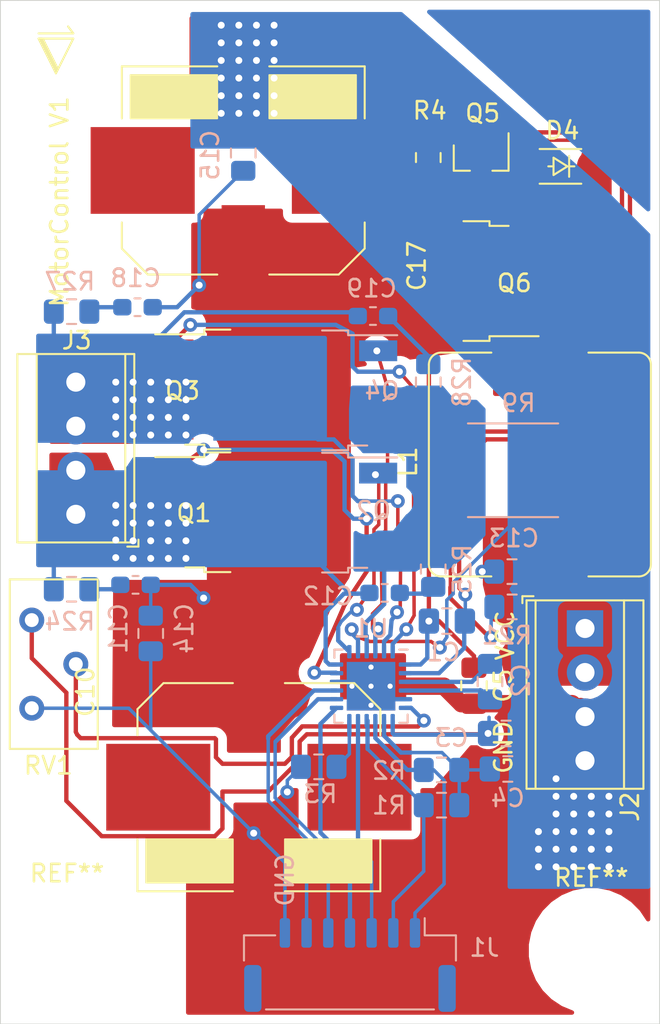
<source format=kicad_pcb>
(kicad_pcb (version 20171130) (host pcbnew 5.1.9)

  (general
    (thickness 1.6)
    (drawings 19)
    (tracks 410)
    (zones 0)
    (modules 39)
    (nets 32)
  )

  (page A4)
  (layers
    (0 F.Cu signal)
    (31 B.Cu signal)
    (32 B.Adhes user hide)
    (33 F.Adhes user hide)
    (34 B.Paste user)
    (35 F.Paste user)
    (36 B.SilkS user)
    (37 F.SilkS user)
    (38 B.Mask user)
    (39 F.Mask user)
    (40 Dwgs.User user hide)
    (41 Cmts.User user hide)
    (42 Eco1.User user hide)
    (43 Eco2.User user hide)
    (44 Edge.Cuts user)
    (45 Margin user hide)
    (46 B.CrtYd user hide)
    (47 F.CrtYd user hide)
    (48 B.Fab user hide)
    (49 F.Fab user hide)
  )

  (setup
    (last_trace_width 0.25)
    (user_trace_width 0.2)
    (user_trace_width 1)
    (user_trace_width 2)
    (user_trace_width 5)
    (trace_clearance 0.2)
    (zone_clearance 0.508)
    (zone_45_only no)
    (trace_min 0.2)
    (via_size 0.8)
    (via_drill 0.4)
    (via_min_size 0.4)
    (via_min_drill 0.3)
    (uvia_size 0.3)
    (uvia_drill 0.1)
    (uvias_allowed no)
    (uvia_min_size 0.2)
    (uvia_min_drill 0.1)
    (edge_width 0.05)
    (segment_width 0.2)
    (pcb_text_width 0.3)
    (pcb_text_size 1.5 1.5)
    (mod_edge_width 0.12)
    (mod_text_size 1 1)
    (mod_text_width 0.15)
    (pad_size 3.2 3.2)
    (pad_drill 3.2)
    (pad_to_mask_clearance 0)
    (aux_axis_origin 0 0)
    (visible_elements FFFFFF7F)
    (pcbplotparams
      (layerselection 0x010fc_ffffffff)
      (usegerberextensions false)
      (usegerberattributes false)
      (usegerberadvancedattributes true)
      (creategerberjobfile true)
      (excludeedgelayer true)
      (linewidth 0.100000)
      (plotframeref false)
      (viasonmask false)
      (mode 1)
      (useauxorigin false)
      (hpglpennumber 1)
      (hpglpenspeed 20)
      (hpglpendiameter 15.000000)
      (psnegative false)
      (psa4output false)
      (plotreference true)
      (plotvalue true)
      (plotinvisibletext false)
      (padsonsilk false)
      (subtractmaskfromsilk false)
      (outputformat 1)
      (mirror false)
      (drillshape 0)
      (scaleselection 1)
      (outputdirectory "."))
  )

  (net 0 "")
  (net 1 "Net-(C1-Pad1)")
  (net 2 "Net-(C2-Pad2)")
  (net 3 "Net-(C2-Pad1)")
  (net 4 GND)
  (net 5 /AVDD)
  (net 6 /DVDD)
  (net 7 "Net-(C11-Pad2)")
  (net 8 "Net-(C12-Pad2)")
  (net 9 /MOTL)
  (net 10 VPP)
  (net 11 "Net-(C18-Pad2)")
  (net 12 "Net-(C19-Pad2)")
  (net 13 /MOTR)
  (net 14 "Net-(D4-Pad2)")
  (net 15 "Net-(D4-Pad1)")
  (net 16 /GH1)
  (net 17 /SL)
  (net 18 /GL1)
  (net 19 /GH2)
  (net 20 /GL2)
  (net 21 "Net-(Q5-Pad3)")
  (net 22 "Net-(Q5-Pad1)")
  (net 23 "Net-(R3-Pad1)")
  (net 24 "Net-(RV1-Pad2)")
  (net 25 /SO)
  (net 26 /IN2)
  (net 27 /IN1)
  (net 28 /nSLEEP)
  (net 29 /SNSOUT)
  (net 30 /nFAULT)
  (net 31 "Net-(C1-Pad2)")

  (net_class Default "This is the default net class."
    (clearance 0.2)
    (trace_width 0.25)
    (via_dia 0.8)
    (via_drill 0.4)
    (uvia_dia 0.3)
    (uvia_drill 0.1)
    (add_net /AVDD)
    (add_net /DVDD)
    (add_net /GH1)
    (add_net /GH2)
    (add_net /GL1)
    (add_net /GL2)
    (add_net /IN1)
    (add_net /IN2)
    (add_net /MOTL)
    (add_net /MOTR)
    (add_net /SL)
    (add_net /SNSOUT)
    (add_net /SO)
    (add_net /nFAULT)
    (add_net /nSLEEP)
    (add_net GND)
    (add_net "Net-(C1-Pad1)")
    (add_net "Net-(C1-Pad2)")
    (add_net "Net-(C11-Pad2)")
    (add_net "Net-(C12-Pad2)")
    (add_net "Net-(C18-Pad2)")
    (add_net "Net-(C19-Pad2)")
    (add_net "Net-(C2-Pad1)")
    (add_net "Net-(C2-Pad2)")
    (add_net "Net-(D4-Pad1)")
    (add_net "Net-(D4-Pad2)")
    (add_net "Net-(Q5-Pad1)")
    (add_net "Net-(Q5-Pad3)")
    (add_net "Net-(R3-Pad1)")
    (add_net "Net-(RV1-Pad2)")
    (add_net VPP)
  )

  (module Capacitor_SMD:C_0805_2012Metric_Pad1.18x1.45mm_HandSolder (layer F.Cu) (tedit 5F68FEEF) (tstamp 6081429B)
    (at 27.3 39.5 270)
    (descr "Capacitor SMD 0805 (2012 Metric), square (rectangular) end terminal, IPC_7351 nominal with elongated pad for handsoldering. (Body size source: IPC-SM-782 page 76, https://www.pcb-3d.com/wordpress/wp-content/uploads/ipc-sm-782a_amendment_1_and_2.pdf, https://docs.google.com/spreadsheets/d/1BsfQQcO9C6DZCsRaXUlFlo91Tg2WpOkGARC1WS5S8t0/edit?usp=sharing), generated with kicad-footprint-generator")
    (tags "capacitor handsolder")
    (path /6086CF7D)
    (attr smd)
    (fp_text reference C5 (at 0 -1.68 90) (layer F.SilkS)
      (effects (font (size 1 1) (thickness 0.15)))
    )
    (fp_text value 100nF (at 0 1.68 90) (layer F.Fab)
      (effects (font (size 1 1) (thickness 0.15)))
    )
    (fp_line (start -1 0.625) (end -1 -0.625) (layer F.Fab) (width 0.1))
    (fp_line (start -1 -0.625) (end 1 -0.625) (layer F.Fab) (width 0.1))
    (fp_line (start 1 -0.625) (end 1 0.625) (layer F.Fab) (width 0.1))
    (fp_line (start 1 0.625) (end -1 0.625) (layer F.Fab) (width 0.1))
    (fp_line (start -0.261252 -0.735) (end 0.261252 -0.735) (layer F.SilkS) (width 0.12))
    (fp_line (start -0.261252 0.735) (end 0.261252 0.735) (layer F.SilkS) (width 0.12))
    (fp_line (start -1.88 0.98) (end -1.88 -0.98) (layer F.CrtYd) (width 0.05))
    (fp_line (start -1.88 -0.98) (end 1.88 -0.98) (layer F.CrtYd) (width 0.05))
    (fp_line (start 1.88 -0.98) (end 1.88 0.98) (layer F.CrtYd) (width 0.05))
    (fp_line (start 1.88 0.98) (end -1.88 0.98) (layer F.CrtYd) (width 0.05))
    (fp_text user %R (at 0 0 90) (layer F.Fab)
      (effects (font (size 0.5 0.5) (thickness 0.08)))
    )
    (pad 2 smd roundrect (at 1.0375 0 270) (size 1.175 1.45) (layers F.Cu F.Paste F.Mask) (roundrect_rratio 0.212766)
      (net 4 GND))
    (pad 1 smd roundrect (at -1.0375 0 270) (size 1.175 1.45) (layers F.Cu F.Paste F.Mask) (roundrect_rratio 0.212766)
      (net 31 "Net-(C1-Pad2)"))
    (model ${KISYS3DMOD}/Capacitor_SMD.3dshapes/C_0805_2012Metric.wrl
      (at (xyz 0 0 0))
      (scale (xyz 1 1 1))
      (rotate (xyz 0 0 0))
    )
  )

  (module nabla-footprints:QFN-24-1EP_4x4mm_P0.5mm_EP2.8x2.8mm_ThermalVias (layer B.Cu) (tedit 5FABFC59) (tstamp 5FAC9800)
    (at 21.364 39.528 180)
    (descr "QFN, 24 Pin (https://www.analog.com/media/en/technical-documentation/data-sheets/hmc431.pdf), generated with kicad-footprint-generator ipc_noLead_generator.py")
    (tags "QFN NoLead")
    (path /5F82C0B8)
    (attr smd)
    (fp_text reference U1 (at 0 3.32) (layer B.SilkS)
      (effects (font (size 1 1) (thickness 0.15)) (justify mirror))
    )
    (fp_text value DRV8701P (at 0 -3.32) (layer B.Fab)
      (effects (font (size 1 1) (thickness 0.15)) (justify mirror))
    )
    (fp_line (start 2.62 2.62) (end -2.62 2.62) (layer B.CrtYd) (width 0.05))
    (fp_line (start 2.62 -2.62) (end 2.62 2.62) (layer B.CrtYd) (width 0.05))
    (fp_line (start -2.62 -2.62) (end 2.62 -2.62) (layer B.CrtYd) (width 0.05))
    (fp_line (start -2.62 2.62) (end -2.62 -2.62) (layer B.CrtYd) (width 0.05))
    (fp_line (start -2 1) (end -1 2) (layer B.Fab) (width 0.1))
    (fp_line (start -2 -2) (end -2 1) (layer B.Fab) (width 0.1))
    (fp_line (start 2 -2) (end -2 -2) (layer B.Fab) (width 0.1))
    (fp_line (start 2 2) (end 2 -2) (layer B.Fab) (width 0.1))
    (fp_line (start -1 2) (end 2 2) (layer B.Fab) (width 0.1))
    (fp_line (start -1.635 2.11) (end -2.11 2.11) (layer B.SilkS) (width 0.12))
    (fp_line (start 2.11 -2.11) (end 2.11 -1.635) (layer B.SilkS) (width 0.12))
    (fp_line (start 1.635 -2.11) (end 2.11 -2.11) (layer B.SilkS) (width 0.12))
    (fp_line (start -2.11 -2.11) (end -2.11 -1.635) (layer B.SilkS) (width 0.12))
    (fp_line (start -1.635 -2.11) (end -2.11 -2.11) (layer B.SilkS) (width 0.12))
    (fp_line (start 2.11 2.11) (end 2.11 1.635) (layer B.SilkS) (width 0.12))
    (fp_line (start 1.635 2.11) (end 2.11 2.11) (layer B.SilkS) (width 0.12))
    (fp_text user %R (at 0 0) (layer B.Fab)
      (effects (font (size 1 1) (thickness 0.15)) (justify mirror))
    )
    (pad 1 smd roundrect (at -1.9875 1.25 180) (size 0.775 0.25) (layers B.Cu B.Paste B.Mask) (roundrect_rratio 0.25)
      (net 31 "Net-(C1-Pad2)"))
    (pad 2 smd roundrect (at -1.9875 0.75 180) (size 0.775 0.25) (layers B.Cu B.Paste B.Mask) (roundrect_rratio 0.25)
      (net 1 "Net-(C1-Pad1)"))
    (pad 3 smd roundrect (at -1.9875 0.25 180) (size 0.775 0.25) (layers B.Cu B.Paste B.Mask) (roundrect_rratio 0.25)
      (net 3 "Net-(C2-Pad1)"))
    (pad 4 smd roundrect (at -1.9875 -0.25 180) (size 0.775 0.25) (layers B.Cu B.Paste B.Mask) (roundrect_rratio 0.25)
      (net 2 "Net-(C2-Pad2)"))
    (pad 5 smd roundrect (at -1.9875 -0.75 180) (size 0.775 0.25) (layers B.Cu B.Paste B.Mask) (roundrect_rratio 0.25)
      (net 4 GND))
    (pad 6 smd roundrect (at -1.9875 -1.25 180) (size 0.775 0.25) (layers B.Cu B.Paste B.Mask) (roundrect_rratio 0.25)
      (net 24 "Net-(RV1-Pad2)"))
    (pad 7 smd roundrect (at -1.25 -1.9875 180) (size 0.25 0.775) (layers B.Cu B.Paste B.Mask) (roundrect_rratio 0.25)
      (net 5 /AVDD))
    (pad 8 smd roundrect (at -0.75 -1.9875 180) (size 0.25 0.775) (layers B.Cu B.Paste B.Mask) (roundrect_rratio 0.25)
      (net 6 /DVDD))
    (pad 9 smd roundrect (at -0.25 -1.9875 180) (size 0.25 0.775) (layers B.Cu B.Paste B.Mask) (roundrect_rratio 0.25)
      (net 30 /nFAULT))
    (pad 10 smd roundrect (at 0.25 -1.9875 180) (size 0.25 0.775) (layers B.Cu B.Paste B.Mask) (roundrect_rratio 0.25)
      (net 29 /SNSOUT))
    (pad 11 smd roundrect (at 0.75 -1.9875 180) (size 0.25 0.775) (layers B.Cu B.Paste B.Mask) (roundrect_rratio 0.25)
      (net 25 /SO))
    (pad 12 smd roundrect (at 1.25 -1.9875 180) (size 0.25 0.775) (layers B.Cu B.Paste B.Mask) (roundrect_rratio 0.25)
      (net 23 "Net-(R3-Pad1)"))
    (pad 13 smd roundrect (at 1.9875 -1.25 180) (size 0.775 0.25) (layers B.Cu B.Paste B.Mask) (roundrect_rratio 0.25)
      (net 28 /nSLEEP))
    (pad 14 smd roundrect (at 1.9875 -0.75 180) (size 0.775 0.25) (layers B.Cu B.Paste B.Mask) (roundrect_rratio 0.25)
      (net 26 /IN2))
    (pad 15 smd roundrect (at 1.9875 -0.25 180) (size 0.775 0.25) (layers B.Cu B.Paste B.Mask) (roundrect_rratio 0.25)
      (net 27 /IN1))
    (pad 16 smd roundrect (at 1.9875 0.25 180) (size 0.775 0.25) (layers B.Cu B.Paste B.Mask) (roundrect_rratio 0.25)
      (net 4 GND))
    (pad 17 smd roundrect (at 1.9875 0.75 180) (size 0.775 0.25) (layers B.Cu B.Paste B.Mask) (roundrect_rratio 0.25)
      (net 16 /GH1))
    (pad 18 smd roundrect (at 1.9875 1.25 180) (size 0.775 0.25) (layers B.Cu B.Paste B.Mask) (roundrect_rratio 0.25)
      (net 9 /MOTL))
    (pad 19 smd roundrect (at 1.25 1.9875 180) (size 0.25 0.775) (layers B.Cu B.Paste B.Mask) (roundrect_rratio 0.25)
      (net 18 /GL1))
    (pad 20 smd roundrect (at 0.75 1.9875 180) (size 0.25 0.775) (layers B.Cu B.Paste B.Mask) (roundrect_rratio 0.25)
      (net 4 GND))
    (pad 21 smd roundrect (at 0.25 1.9875 180) (size 0.25 0.775) (layers B.Cu B.Paste B.Mask) (roundrect_rratio 0.25)
      (net 17 /SL))
    (pad 22 smd roundrect (at -0.25 1.9875 180) (size 0.25 0.775) (layers B.Cu B.Paste B.Mask) (roundrect_rratio 0.25)
      (net 20 /GL2))
    (pad 23 smd roundrect (at -0.75 1.9875 180) (size 0.25 0.775) (layers B.Cu B.Paste B.Mask) (roundrect_rratio 0.25)
      (net 13 /MOTR))
    (pad 24 smd roundrect (at -1.25 1.9875 180) (size 0.25 0.775) (layers B.Cu B.Paste B.Mask) (roundrect_rratio 0.25)
      (net 19 /GH2))
    (pad 25 smd rect (at 0 0 180) (size 2.8 2.8) (layers B.Cu B.Mask)
      (net 4 GND))
    (pad 25 smd rect (at 0 0 180) (size 2.8 2.8) (layers F.Cu)
      (net 4 GND))
    (pad "" smd roundrect (at -0.7 0.7 180) (size 1.21 1.21) (layers B.Paste) (roundrect_rratio 0.2066115702479339))
    (pad "" smd roundrect (at -0.7 -0.7 180) (size 1.21 1.21) (layers B.Paste) (roundrect_rratio 0.2066115702479339))
    (pad "" smd roundrect (at 0.7 0.7 180) (size 1.21 1.21) (layers B.Paste) (roundrect_rratio 0.2066115702479339))
    (pad "" smd roundrect (at 0.7 -0.7 180) (size 1.21 1.21) (layers B.Paste) (roundrect_rratio 0.2066115702479339))
    (pad 25 thru_hole circle (at 0 1.1 180) (size 0.6 0.6) (drill 0.3) (layers *.Cu)
      (net 4 GND))
    (pad 25 thru_hole circle (at -1.1 0 180) (size 0.6 0.6) (drill 0.3) (layers *.Cu)
      (net 4 GND))
    (pad 25 thru_hole circle (at 0 0 180) (size 0.6 0.6) (drill 0.3) (layers *.Cu)
      (net 4 GND))
    (pad 25 thru_hole circle (at 1.1 0 180) (size 0.6 0.6) (drill 0.3) (layers *.Cu)
      (net 4 GND))
    (pad 25 thru_hole circle (at 0 -1.1 180) (size 0.6 0.6) (drill 0.3) (layers *.Cu)
      (net 4 GND))
    (model ${KISYS3DMOD}/Package_DFN_QFN.3dshapes/QFN-24-1EP_4x4mm_P0.5mm_EP2.8x2.8mm.wrl
      (at (xyz 0 0 0))
      (scale (xyz 1 1 1))
      (rotate (xyz 0 0 0))
    )
  )

  (module Capacitor_SMD:C_0805_2012Metric_Pad1.18x1.45mm_HandSolder (layer B.Cu) (tedit 5F68FEEF) (tstamp 5FA1B5F8)
    (at 29.25 44.3)
    (descr "Capacitor SMD 0805 (2012 Metric), square (rectangular) end terminal, IPC_7351 nominal with elongated pad for handsoldering. (Body size source: IPC-SM-782 page 76, https://www.pcb-3d.com/wordpress/wp-content/uploads/ipc-sm-782a_amendment_1_and_2.pdf, https://docs.google.com/spreadsheets/d/1BsfQQcO9C6DZCsRaXUlFlo91Tg2WpOkGARC1WS5S8t0/edit?usp=sharing), generated with kicad-footprint-generator")
    (tags "capacitor handsolder")
    (path /5FA33545)
    (attr smd)
    (fp_text reference C4 (at 0 1.68) (layer B.SilkS)
      (effects (font (size 1 1) (thickness 0.15)) (justify mirror))
    )
    (fp_text value 1uF (at 0 -1.68) (layer B.Fab)
      (effects (font (size 1 1) (thickness 0.15)) (justify mirror))
    )
    (fp_line (start 1.88 -0.98) (end -1.88 -0.98) (layer B.CrtYd) (width 0.05))
    (fp_line (start 1.88 0.98) (end 1.88 -0.98) (layer B.CrtYd) (width 0.05))
    (fp_line (start -1.88 0.98) (end 1.88 0.98) (layer B.CrtYd) (width 0.05))
    (fp_line (start -1.88 -0.98) (end -1.88 0.98) (layer B.CrtYd) (width 0.05))
    (fp_line (start -0.261252 -0.735) (end 0.261252 -0.735) (layer B.SilkS) (width 0.12))
    (fp_line (start -0.261252 0.735) (end 0.261252 0.735) (layer B.SilkS) (width 0.12))
    (fp_line (start 1 -0.625) (end -1 -0.625) (layer B.Fab) (width 0.1))
    (fp_line (start 1 0.625) (end 1 -0.625) (layer B.Fab) (width 0.1))
    (fp_line (start -1 0.625) (end 1 0.625) (layer B.Fab) (width 0.1))
    (fp_line (start -1 -0.625) (end -1 0.625) (layer B.Fab) (width 0.1))
    (fp_text user %R (at 0 0) (layer B.Fab)
      (effects (font (size 0.5 0.5) (thickness 0.08)) (justify mirror))
    )
    (pad 2 smd roundrect (at 1.0375 0) (size 1.175 1.45) (layers B.Cu B.Paste B.Mask) (roundrect_rratio 0.2127659574468085)
      (net 4 GND))
    (pad 1 smd roundrect (at -1.0375 0) (size 1.175 1.45) (layers B.Cu B.Paste B.Mask) (roundrect_rratio 0.2127659574468085)
      (net 6 /DVDD))
    (model ${KISYS3DMOD}/Capacitor_SMD.3dshapes/C_0805_2012Metric.wrl
      (at (xyz 0 0 0))
      (scale (xyz 1 1 1))
      (rotate (xyz 0 0 0))
    )
  )

  (module Capacitor_SMD:C_0805_2012Metric_Pad1.18x1.45mm_HandSolder (layer B.Cu) (tedit 5F68FEEF) (tstamp 5FA1B5E7)
    (at 29.15 42.25)
    (descr "Capacitor SMD 0805 (2012 Metric), square (rectangular) end terminal, IPC_7351 nominal with elongated pad for handsoldering. (Body size source: IPC-SM-782 page 76, https://www.pcb-3d.com/wordpress/wp-content/uploads/ipc-sm-782a_amendment_1_and_2.pdf, https://docs.google.com/spreadsheets/d/1BsfQQcO9C6DZCsRaXUlFlo91Tg2WpOkGARC1WS5S8t0/edit?usp=sharing), generated with kicad-footprint-generator")
    (tags "capacitor handsolder")
    (path /5FA292C7)
    (attr smd)
    (fp_text reference C3 (at -3.15 0.25) (layer B.SilkS)
      (effects (font (size 1 1) (thickness 0.15)) (justify mirror))
    )
    (fp_text value 1uF (at 0 -1.68) (layer B.Fab)
      (effects (font (size 1 1) (thickness 0.15)) (justify mirror))
    )
    (fp_line (start 1.88 -0.98) (end -1.88 -0.98) (layer B.CrtYd) (width 0.05))
    (fp_line (start 1.88 0.98) (end 1.88 -0.98) (layer B.CrtYd) (width 0.05))
    (fp_line (start -1.88 0.98) (end 1.88 0.98) (layer B.CrtYd) (width 0.05))
    (fp_line (start -1.88 -0.98) (end -1.88 0.98) (layer B.CrtYd) (width 0.05))
    (fp_line (start -0.261252 -0.735) (end 0.261252 -0.735) (layer B.SilkS) (width 0.12))
    (fp_line (start -0.261252 0.735) (end 0.261252 0.735) (layer B.SilkS) (width 0.12))
    (fp_line (start 1 -0.625) (end -1 -0.625) (layer B.Fab) (width 0.1))
    (fp_line (start 1 0.625) (end 1 -0.625) (layer B.Fab) (width 0.1))
    (fp_line (start -1 0.625) (end 1 0.625) (layer B.Fab) (width 0.1))
    (fp_line (start -1 -0.625) (end -1 0.625) (layer B.Fab) (width 0.1))
    (fp_text user %R (at 0 0) (layer B.Fab)
      (effects (font (size 0.5 0.5) (thickness 0.08)) (justify mirror))
    )
    (pad 2 smd roundrect (at 1.0375 0) (size 1.175 1.45) (layers B.Cu B.Paste B.Mask) (roundrect_rratio 0.2127659574468085)
      (net 4 GND))
    (pad 1 smd roundrect (at -1.0375 0) (size 1.175 1.45) (layers B.Cu B.Paste B.Mask) (roundrect_rratio 0.2127659574468085)
      (net 5 /AVDD))
    (model ${KISYS3DMOD}/Capacitor_SMD.3dshapes/C_0805_2012Metric.wrl
      (at (xyz 0 0 0))
      (scale (xyz 1 1 1))
      (rotate (xyz 0 0 0))
    )
  )

  (module Capacitor_SMD:C_0805_2012Metric_Pad1.18x1.45mm_HandSolder (layer B.Cu) (tedit 5F68FEEF) (tstamp 5FACB204)
    (at 25.7375 35.775 180)
    (descr "Capacitor SMD 0805 (2012 Metric), square (rectangular) end terminal, IPC_7351 nominal with elongated pad for handsoldering. (Body size source: IPC-SM-782 page 76, https://www.pcb-3d.com/wordpress/wp-content/uploads/ipc-sm-782a_amendment_1_and_2.pdf, https://docs.google.com/spreadsheets/d/1BsfQQcO9C6DZCsRaXUlFlo91Tg2WpOkGARC1WS5S8t0/edit?usp=sharing), generated with kicad-footprint-generator")
    (tags "capacitor handsolder")
    (path /5FA33EE4)
    (attr smd)
    (fp_text reference C1 (at 0.2 -1.8) (layer B.SilkS)
      (effects (font (size 1 1) (thickness 0.15)) (justify mirror))
    )
    (fp_text value 1uF (at 0 -1.68) (layer B.Fab)
      (effects (font (size 1 1) (thickness 0.15)) (justify mirror))
    )
    (fp_line (start 1.88 -0.98) (end -1.88 -0.98) (layer B.CrtYd) (width 0.05))
    (fp_line (start 1.88 0.98) (end 1.88 -0.98) (layer B.CrtYd) (width 0.05))
    (fp_line (start -1.88 0.98) (end 1.88 0.98) (layer B.CrtYd) (width 0.05))
    (fp_line (start -1.88 -0.98) (end -1.88 0.98) (layer B.CrtYd) (width 0.05))
    (fp_line (start -0.261252 -0.735) (end 0.261252 -0.735) (layer B.SilkS) (width 0.12))
    (fp_line (start -0.261252 0.735) (end 0.261252 0.735) (layer B.SilkS) (width 0.12))
    (fp_line (start 1 -0.625) (end -1 -0.625) (layer B.Fab) (width 0.1))
    (fp_line (start 1 0.625) (end 1 -0.625) (layer B.Fab) (width 0.1))
    (fp_line (start -1 0.625) (end 1 0.625) (layer B.Fab) (width 0.1))
    (fp_line (start -1 -0.625) (end -1 0.625) (layer B.Fab) (width 0.1))
    (fp_text user %R (at 0 0) (layer B.Fab)
      (effects (font (size 0.5 0.5) (thickness 0.08)) (justify mirror))
    )
    (pad 2 smd roundrect (at 1.0375 0 180) (size 1.175 1.45) (layers B.Cu B.Paste B.Mask) (roundrect_rratio 0.2127659574468085)
      (net 31 "Net-(C1-Pad2)"))
    (pad 1 smd roundrect (at -1.0375 0 180) (size 1.175 1.45) (layers B.Cu B.Paste B.Mask) (roundrect_rratio 0.2127659574468085)
      (net 1 "Net-(C1-Pad1)"))
    (model ${KISYS3DMOD}/Capacitor_SMD.3dshapes/C_0805_2012Metric.wrl
      (at (xyz 0 0 0))
      (scale (xyz 1 1 1))
      (rotate (xyz 0 0 0))
    )
  )

  (module Capacitor_SMD:C_0805_2012Metric_Pad1.15x1.40mm_HandSolder (layer B.Cu) (tedit 5B36C52B) (tstamp 5F7CE99F)
    (at 28.222 39.265 270)
    (descr "Capacitor SMD 0805 (2012 Metric), square (rectangular) end terminal, IPC_7351 nominal with elongated pad for handsoldering. (Body size source: https://docs.google.com/spreadsheets/d/1BsfQQcO9C6DZCsRaXUlFlo91Tg2WpOkGARC1WS5S8t0/edit?usp=sharing), generated with kicad-footprint-generator")
    (tags "capacitor handsolder")
    (path /5F85A6EC)
    (attr smd)
    (fp_text reference C2 (at -0.065 -1.778 270) (layer B.SilkS)
      (effects (font (size 1 1) (thickness 0.15)) (justify mirror))
    )
    (fp_text value 100nF (at 0 -1.65 270) (layer B.Fab)
      (effects (font (size 1 1) (thickness 0.15)) (justify mirror))
    )
    (fp_line (start 1.85 -0.95) (end -1.85 -0.95) (layer B.CrtYd) (width 0.05))
    (fp_line (start 1.85 0.95) (end 1.85 -0.95) (layer B.CrtYd) (width 0.05))
    (fp_line (start -1.85 0.95) (end 1.85 0.95) (layer B.CrtYd) (width 0.05))
    (fp_line (start -1.85 -0.95) (end -1.85 0.95) (layer B.CrtYd) (width 0.05))
    (fp_line (start -0.261252 -0.71) (end 0.261252 -0.71) (layer B.SilkS) (width 0.12))
    (fp_line (start -0.261252 0.71) (end 0.261252 0.71) (layer B.SilkS) (width 0.12))
    (fp_line (start 1 -0.6) (end -1 -0.6) (layer B.Fab) (width 0.1))
    (fp_line (start 1 0.6) (end 1 -0.6) (layer B.Fab) (width 0.1))
    (fp_line (start -1 0.6) (end 1 0.6) (layer B.Fab) (width 0.1))
    (fp_line (start -1 -0.6) (end -1 0.6) (layer B.Fab) (width 0.1))
    (fp_text user %R (at 0 0 270) (layer B.Fab)
      (effects (font (size 0.5 0.5) (thickness 0.08)) (justify mirror))
    )
    (pad 2 smd roundrect (at 1.025 0 270) (size 1.15 1.4) (layers B.Cu B.Paste B.Mask) (roundrect_rratio 0.2173904347826087)
      (net 2 "Net-(C2-Pad2)"))
    (pad 1 smd roundrect (at -1.025 0 270) (size 1.15 1.4) (layers B.Cu B.Paste B.Mask) (roundrect_rratio 0.2173904347826087)
      (net 3 "Net-(C2-Pad1)"))
    (model ${KISYS3DMOD}/Capacitor_SMD.3dshapes/C_0805_2012Metric.wrl
      (at (xyz 0 0 0))
      (scale (xyz 1 1 1))
      (rotate (xyz 0 0 0))
    )
  )

  (module Resistor_SMD:R_0805_2012Metric_Pad1.15x1.40mm_HandSolder (layer B.Cu) (tedit 5B36C52B) (tstamp 5F78DB5A)
    (at 4.101 17.938 180)
    (descr "Resistor SMD 0805 (2012 Metric), square (rectangular) end terminal, IPC_7351 nominal with elongated pad for handsoldering. (Body size source: https://docs.google.com/spreadsheets/d/1BsfQQcO9C6DZCsRaXUlFlo91Tg2WpOkGARC1WS5S8t0/edit?usp=sharing), generated with kicad-footprint-generator")
    (tags "resistor handsolder")
    (path /5F7E9BEB)
    (attr smd)
    (fp_text reference R27 (at 0.101 1.738 180) (layer B.SilkS)
      (effects (font (size 1 1) (thickness 0.15)) (justify mirror))
    )
    (fp_text value 2 (at 0 -1.65 180) (layer B.Fab)
      (effects (font (size 1 1) (thickness 0.15)) (justify mirror))
    )
    (fp_line (start 1.85 -0.95) (end -1.85 -0.95) (layer B.CrtYd) (width 0.05))
    (fp_line (start 1.85 0.95) (end 1.85 -0.95) (layer B.CrtYd) (width 0.05))
    (fp_line (start -1.85 0.95) (end 1.85 0.95) (layer B.CrtYd) (width 0.05))
    (fp_line (start -1.85 -0.95) (end -1.85 0.95) (layer B.CrtYd) (width 0.05))
    (fp_line (start -0.261252 -0.71) (end 0.261252 -0.71) (layer B.SilkS) (width 0.12))
    (fp_line (start -0.261252 0.71) (end 0.261252 0.71) (layer B.SilkS) (width 0.12))
    (fp_line (start 1 -0.6) (end -1 -0.6) (layer B.Fab) (width 0.1))
    (fp_line (start 1 0.6) (end 1 -0.6) (layer B.Fab) (width 0.1))
    (fp_line (start -1 0.6) (end 1 0.6) (layer B.Fab) (width 0.1))
    (fp_line (start -1 -0.6) (end -1 0.6) (layer B.Fab) (width 0.1))
    (fp_text user %R (at 0 0 180) (layer B.Fab)
      (effects (font (size 0.5 0.5) (thickness 0.08)) (justify mirror))
    )
    (pad 2 smd roundrect (at 1.025 0 180) (size 1.15 1.4) (layers B.Cu B.Paste B.Mask) (roundrect_rratio 0.2173904347826087)
      (net 13 /MOTR))
    (pad 1 smd roundrect (at -1.025 0 180) (size 1.15 1.4) (layers B.Cu B.Paste B.Mask) (roundrect_rratio 0.2173904347826087)
      (net 11 "Net-(C18-Pad2)"))
    (model ${KISYS3DMOD}/Resistor_SMD.3dshapes/R_0805_2012Metric.wrl
      (at (xyz 0 0 0))
      (scale (xyz 1 1 1))
      (rotate (xyz 0 0 0))
    )
  )

  (module Capacitor_SMD:C_0603_1608Metric_Pad1.05x0.95mm_HandSolder (layer B.Cu) (tedit 5B301BBE) (tstamp 5FACB2EC)
    (at 22.15 34.15)
    (descr "Capacitor SMD 0603 (1608 Metric), square (rectangular) end terminal, IPC_7351 nominal with elongated pad for handsoldering. (Body size source: http://www.tortai-tech.com/upload/download/2011102023233369053.pdf), generated with kicad-footprint-generator")
    (tags "capacitor handsolder")
    (path /5F7DC48B)
    (attr smd)
    (fp_text reference C12 (at -3.267 0.1905 -180) (layer B.SilkS)
      (effects (font (size 1 1) (thickness 0.15)) (justify mirror))
    )
    (fp_text value 4.7n (at 0 -1.43) (layer B.Fab)
      (effects (font (size 1 1) (thickness 0.15)) (justify mirror))
    )
    (fp_line (start 1.65 -0.73) (end -1.65 -0.73) (layer B.CrtYd) (width 0.05))
    (fp_line (start 1.65 0.73) (end 1.65 -0.73) (layer B.CrtYd) (width 0.05))
    (fp_line (start -1.65 0.73) (end 1.65 0.73) (layer B.CrtYd) (width 0.05))
    (fp_line (start -1.65 -0.73) (end -1.65 0.73) (layer B.CrtYd) (width 0.05))
    (fp_line (start -0.171267 -0.51) (end 0.171267 -0.51) (layer B.SilkS) (width 0.12))
    (fp_line (start -0.171267 0.51) (end 0.171267 0.51) (layer B.SilkS) (width 0.12))
    (fp_line (start 0.8 -0.4) (end -0.8 -0.4) (layer B.Fab) (width 0.1))
    (fp_line (start 0.8 0.4) (end 0.8 -0.4) (layer B.Fab) (width 0.1))
    (fp_line (start -0.8 0.4) (end 0.8 0.4) (layer B.Fab) (width 0.1))
    (fp_line (start -0.8 -0.4) (end -0.8 0.4) (layer B.Fab) (width 0.1))
    (fp_text user %R (at 0 0) (layer B.Fab)
      (effects (font (size 0.4 0.4) (thickness 0.06)) (justify mirror))
    )
    (pad 2 smd roundrect (at 0.875 0) (size 1.05 0.95) (layers B.Cu B.Paste B.Mask) (roundrect_rratio 0.25)
      (net 8 "Net-(C12-Pad2)"))
    (pad 1 smd roundrect (at -0.875 0) (size 1.05 0.95) (layers B.Cu B.Paste B.Mask) (roundrect_rratio 0.25)
      (net 9 /MOTL))
    (model ${KISYS3DMOD}/Capacitor_SMD.3dshapes/C_0603_1608Metric.wrl
      (at (xyz 0 0 0))
      (scale (xyz 1 1 1))
      (rotate (xyz 0 0 0))
    )
  )

  (module MountingHole:MountingHole_3.2mm_M3 locked (layer F.Cu) (tedit 56D1B4CB) (tstamp 5F79632E)
    (at 34.064 54.768)
    (descr "Mounting Hole 3.2mm, no annular, M3")
    (tags "mounting hole 3.2mm no annular m3")
    (solder_mask_margin 1)
    (clearance 2)
    (attr virtual)
    (fp_text reference REF** (at 0 -4.2) (layer F.SilkS)
      (effects (font (size 1 1) (thickness 0.15)))
    )
    (fp_text value MountingHole_3.2mm_M3 (at 0 4.2) (layer F.Fab)
      (effects (font (size 1 1) (thickness 0.15)))
    )
    (fp_circle (center 0 0) (end 3.2 0) (layer Cmts.User) (width 0.15))
    (fp_circle (center 0 0) (end 3.45 0) (layer F.CrtYd) (width 0.05))
    (fp_text user %R (at 0.3 0) (layer F.Fab)
      (effects (font (size 1 1) (thickness 0.15)))
    )
    (pad 1 np_thru_hole circle (at 0 0) (size 3.2 3.2) (drill 3.2) (layers *.Cu *.Mask))
  )

  (module MountingHole:MountingHole_3.2mm_M3 locked (layer F.Cu) (tedit 56D1B4CB) (tstamp 5F795A73)
    (at 3.838 54.514)
    (descr "Mounting Hole 3.2mm, no annular, M3")
    (tags "mounting hole 3.2mm no annular m3")
    (solder_mask_margin 1)
    (clearance 2)
    (attr virtual)
    (fp_text reference REF** (at 0 -4.2) (layer F.SilkS)
      (effects (font (size 1 1) (thickness 0.15)))
    )
    (fp_text value MountingHole_3.2mm_M3 (at 0 4.2) (layer F.Fab)
      (effects (font (size 1 1) (thickness 0.15)))
    )
    (fp_circle (center 0 0) (end 3.2 0) (layer Cmts.User) (width 0.15))
    (fp_circle (center 0 0) (end 3.45 0) (layer F.CrtYd) (width 0.05))
    (fp_text user %R (at 0.3 0) (layer F.Fab)
      (effects (font (size 1 1) (thickness 0.15)))
    )
    (pad 1 np_thru_hole circle (at 0 0) (size 3.2 3.2) (drill 3.2) (layers *.Cu *.Mask))
  )

  (module TerminalBlock_TE-Connectivity:TerminalBlock_TE_282834-4_1x04_P2.54mm_Horizontal (layer F.Cu) (tedit 5B1EC513) (tstamp 5F78D982)
    (at 33.7 36.2 270)
    (descr "Terminal Block TE 282834-4, 4 pins, pitch 2.54mm, size 10.620000000000001x6.5mm^2, drill diamater 1.1mm, pad diameter 2.1mm, see http://www.te.com/commerce/DocumentDelivery/DDEController?Action=showdoc&DocId=Customer+Drawing%7F282834%7FC1%7Fpdf%7FEnglish%7FENG_CD_282834_C1.pdf, script-generated using https://github.com/pointhi/kicad-footprint-generator/scripts/TerminalBlock_TE-Connectivity")
    (tags "THT Terminal Block TE 282834-4 pitch 2.54mm size 10.620000000000001x6.5mm^2 drill 1.1mm pad 2.1mm")
    (path /5F8192B2)
    (fp_text reference J2 (at 10.282 -2.594 90) (layer F.SilkS)
      (effects (font (size 1 1) (thickness 0.15)))
    )
    (fp_text value Screw_Terminal_01x04 (at 3.81 4.37 90) (layer F.Fab)
      (effects (font (size 1 1) (thickness 0.15)))
    )
    (fp_line (start 9.63 -3.75) (end -2 -3.75) (layer F.CrtYd) (width 0.05))
    (fp_line (start 9.63 3.75) (end 9.63 -3.75) (layer F.CrtYd) (width 0.05))
    (fp_line (start -2 3.75) (end 9.63 3.75) (layer F.CrtYd) (width 0.05))
    (fp_line (start -2 -3.75) (end -2 3.75) (layer F.CrtYd) (width 0.05))
    (fp_line (start -1.86 3.61) (end -1.46 3.61) (layer F.SilkS) (width 0.12))
    (fp_line (start -1.86 2.97) (end -1.86 3.61) (layer F.SilkS) (width 0.12))
    (fp_line (start 8.321 -0.835) (end 6.786 0.7) (layer F.Fab) (width 0.1))
    (fp_line (start 8.455 -0.7) (end 6.92 0.835) (layer F.Fab) (width 0.1))
    (fp_line (start 5.781 -0.835) (end 4.246 0.7) (layer F.Fab) (width 0.1))
    (fp_line (start 5.915 -0.7) (end 4.38 0.835) (layer F.Fab) (width 0.1))
    (fp_line (start 3.241 -0.835) (end 1.706 0.7) (layer F.Fab) (width 0.1))
    (fp_line (start 3.375 -0.7) (end 1.84 0.835) (layer F.Fab) (width 0.1))
    (fp_line (start 0.701 -0.835) (end -0.835 0.7) (layer F.Fab) (width 0.1))
    (fp_line (start 0.835 -0.7) (end -0.701 0.835) (layer F.Fab) (width 0.1))
    (fp_line (start 9.241 -3.37) (end 9.241 3.37) (layer F.SilkS) (width 0.12))
    (fp_line (start -1.62 -3.37) (end -1.62 3.37) (layer F.SilkS) (width 0.12))
    (fp_line (start -1.62 3.37) (end 9.241 3.37) (layer F.SilkS) (width 0.12))
    (fp_line (start -1.62 -3.37) (end 9.241 -3.37) (layer F.SilkS) (width 0.12))
    (fp_line (start -1.62 -2.25) (end 9.241 -2.25) (layer F.SilkS) (width 0.12))
    (fp_line (start -1.5 -2.25) (end 9.12 -2.25) (layer F.Fab) (width 0.1))
    (fp_line (start -1.62 2.85) (end 9.241 2.85) (layer F.SilkS) (width 0.12))
    (fp_line (start -1.5 2.85) (end 9.12 2.85) (layer F.Fab) (width 0.1))
    (fp_line (start -1.5 2.85) (end -1.5 -3.25) (layer F.Fab) (width 0.1))
    (fp_line (start -1.1 3.25) (end -1.5 2.85) (layer F.Fab) (width 0.1))
    (fp_line (start 9.12 3.25) (end -1.1 3.25) (layer F.Fab) (width 0.1))
    (fp_line (start 9.12 -3.25) (end 9.12 3.25) (layer F.Fab) (width 0.1))
    (fp_line (start -1.5 -3.25) (end 9.12 -3.25) (layer F.Fab) (width 0.1))
    (fp_circle (center 7.62 0) (end 8.72 0) (layer F.Fab) (width 0.1))
    (fp_circle (center 5.08 0) (end 6.18 0) (layer F.Fab) (width 0.1))
    (fp_circle (center 2.54 0) (end 3.64 0) (layer F.Fab) (width 0.1))
    (fp_circle (center 0 0) (end 1.1 0) (layer F.Fab) (width 0.1))
    (fp_text user %R (at 3.81 2 90) (layer F.Fab)
      (effects (font (size 1 1) (thickness 0.15)))
    )
    (pad 4 thru_hole circle (at 7.62 0 270) (size 2.1 2.1) (drill 1.1) (layers *.Cu *.Mask)
      (net 4 GND))
    (pad 3 thru_hole circle (at 5.08 0 270) (size 2.1 2.1) (drill 1.1) (layers *.Cu *.Mask)
      (net 4 GND))
    (pad 2 thru_hole circle (at 2.54 0 270) (size 2.1 2.1) (drill 1.1) (layers *.Cu *.Mask)
      (net 10 VPP))
    (pad 1 thru_hole rect (at 0 0 270) (size 2.1 2.1) (drill 1.1) (layers *.Cu *.Mask)
      (net 10 VPP))
    (model ${KISYS3DMOD}/TerminalBlock_TE-Connectivity.3dshapes/TerminalBlock_TE_282834-4_1x04_P2.54mm_Horizontal.wrl
      (at (xyz 0 0 0))
      (scale (xyz 1 1 1))
      (rotate (xyz 0 0 0))
    )
  )

  (module Package_TO_SOT_SMD:TO-252-2 (layer F.Cu) (tedit 5A70A390) (tstamp 5F78DAB0)
    (at 25.725 16.175 180)
    (descr "TO-252 / DPAK SMD package, http://www.infineon.com/cms/en/product/packages/PG-TO252/PG-TO252-3-1/")
    (tags "DPAK TO-252 DPAK-3 TO-252-3 SOT-428")
    (path /5FC49D1A)
    (attr smd)
    (fp_text reference Q6 (at -3.9 -0.12) (layer F.SilkS)
      (effects (font (size 1 1) (thickness 0.15)))
    )
    (fp_text value "IPD060N03L G" (at 0 4.5) (layer F.Fab)
      (effects (font (size 1 1) (thickness 0.15)))
    )
    (fp_line (start 5.55 -3.5) (end -5.55 -3.5) (layer F.CrtYd) (width 0.05))
    (fp_line (start 5.55 3.5) (end 5.55 -3.5) (layer F.CrtYd) (width 0.05))
    (fp_line (start -5.55 3.5) (end 5.55 3.5) (layer F.CrtYd) (width 0.05))
    (fp_line (start -5.55 -3.5) (end -5.55 3.5) (layer F.CrtYd) (width 0.05))
    (fp_line (start -2.47 3.18) (end -3.57 3.18) (layer F.SilkS) (width 0.12))
    (fp_line (start -2.47 3.45) (end -2.47 3.18) (layer F.SilkS) (width 0.12))
    (fp_line (start -0.97 3.45) (end -2.47 3.45) (layer F.SilkS) (width 0.12))
    (fp_line (start -2.47 -3.18) (end -5.3 -3.18) (layer F.SilkS) (width 0.12))
    (fp_line (start -2.47 -3.45) (end -2.47 -3.18) (layer F.SilkS) (width 0.12))
    (fp_line (start -0.97 -3.45) (end -2.47 -3.45) (layer F.SilkS) (width 0.12))
    (fp_line (start -4.97 2.655) (end -2.27 2.655) (layer F.Fab) (width 0.1))
    (fp_line (start -4.97 1.905) (end -4.97 2.655) (layer F.Fab) (width 0.1))
    (fp_line (start -2.27 1.905) (end -4.97 1.905) (layer F.Fab) (width 0.1))
    (fp_line (start -4.97 -1.905) (end -2.27 -1.905) (layer F.Fab) (width 0.1))
    (fp_line (start -4.97 -2.655) (end -4.97 -1.905) (layer F.Fab) (width 0.1))
    (fp_line (start -1.865 -2.655) (end -4.97 -2.655) (layer F.Fab) (width 0.1))
    (fp_line (start -1.27 -3.25) (end 3.95 -3.25) (layer F.Fab) (width 0.1))
    (fp_line (start -2.27 -2.25) (end -1.27 -3.25) (layer F.Fab) (width 0.1))
    (fp_line (start -2.27 3.25) (end -2.27 -2.25) (layer F.Fab) (width 0.1))
    (fp_line (start 3.95 3.25) (end -2.27 3.25) (layer F.Fab) (width 0.1))
    (fp_line (start 3.95 -3.25) (end 3.95 3.25) (layer F.Fab) (width 0.1))
    (fp_line (start 4.95 2.7) (end 3.95 2.7) (layer F.Fab) (width 0.1))
    (fp_line (start 4.95 -2.7) (end 4.95 2.7) (layer F.Fab) (width 0.1))
    (fp_line (start 3.95 -2.7) (end 4.95 -2.7) (layer F.Fab) (width 0.1))
    (fp_text user %R (at 0 0) (layer F.Fab)
      (effects (font (size 1 1) (thickness 0.15)))
    )
    (pad "" smd rect (at 0.425 1.525 180) (size 3.05 2.75) (layers F.Paste))
    (pad "" smd rect (at 3.775 -1.525 180) (size 3.05 2.75) (layers F.Paste))
    (pad "" smd rect (at 0.425 -1.525 180) (size 3.05 2.75) (layers F.Paste))
    (pad "" smd rect (at 3.775 1.525 180) (size 3.05 2.75) (layers F.Paste))
    (pad 2 smd rect (at 2.1 0 180) (size 6.4 5.8) (layers F.Cu F.Mask)
      (net 31 "Net-(C1-Pad2)"))
    (pad 3 smd rect (at -4.2 2.28 180) (size 2.2 1.2) (layers F.Cu F.Paste F.Mask)
      (net 15 "Net-(D4-Pad1)"))
    (pad 1 smd rect (at -4.2 -2.28 180) (size 2.2 1.2) (layers F.Cu F.Paste F.Mask)
      (net 21 "Net-(Q5-Pad3)"))
    (model ${KISYS3DMOD}/Package_TO_SOT_SMD.3dshapes/TO-252-2.wrl
      (at (xyz 0 0 0))
      (scale (xyz 1 1 1))
      (rotate (xyz 0 0 0))
    )
  )

  (module Package_TO_SOT_SMD:TO-252-2 (layer B.Cu) (tedit 5A70A390) (tstamp 5F78DA23)
    (at 17.575 29.525 180)
    (descr "TO-252 / DPAK SMD package, http://www.infineon.com/cms/en/product/packages/PG-TO252/PG-TO252-3-1/")
    (tags "DPAK TO-252 DPAK-3 TO-252-3 SOT-428")
    (path /5F796099)
    (attr smd)
    (fp_text reference Q2 (at -3.937 0.127) (layer B.SilkS)
      (effects (font (size 1 1) (thickness 0.15)) (justify mirror))
    )
    (fp_text value "IPD060N03L G" (at 0 -4.5) (layer B.Fab)
      (effects (font (size 1 1) (thickness 0.15)) (justify mirror))
    )
    (fp_line (start 5.55 3.5) (end -5.55 3.5) (layer B.CrtYd) (width 0.05))
    (fp_line (start 5.55 -3.5) (end 5.55 3.5) (layer B.CrtYd) (width 0.05))
    (fp_line (start -5.55 -3.5) (end 5.55 -3.5) (layer B.CrtYd) (width 0.05))
    (fp_line (start -5.55 3.5) (end -5.55 -3.5) (layer B.CrtYd) (width 0.05))
    (fp_line (start -2.47 -3.18) (end -3.57 -3.18) (layer B.SilkS) (width 0.12))
    (fp_line (start -2.47 -3.45) (end -2.47 -3.18) (layer B.SilkS) (width 0.12))
    (fp_line (start -0.97 -3.45) (end -2.47 -3.45) (layer B.SilkS) (width 0.12))
    (fp_line (start -2.47 3.18) (end -5.3 3.18) (layer B.SilkS) (width 0.12))
    (fp_line (start -2.47 3.45) (end -2.47 3.18) (layer B.SilkS) (width 0.12))
    (fp_line (start -0.97 3.45) (end -2.47 3.45) (layer B.SilkS) (width 0.12))
    (fp_line (start -4.97 -2.655) (end -2.27 -2.655) (layer B.Fab) (width 0.1))
    (fp_line (start -4.97 -1.905) (end -4.97 -2.655) (layer B.Fab) (width 0.1))
    (fp_line (start -2.27 -1.905) (end -4.97 -1.905) (layer B.Fab) (width 0.1))
    (fp_line (start -4.97 1.905) (end -2.27 1.905) (layer B.Fab) (width 0.1))
    (fp_line (start -4.97 2.655) (end -4.97 1.905) (layer B.Fab) (width 0.1))
    (fp_line (start -1.865 2.655) (end -4.97 2.655) (layer B.Fab) (width 0.1))
    (fp_line (start -1.27 3.25) (end 3.95 3.25) (layer B.Fab) (width 0.1))
    (fp_line (start -2.27 2.25) (end -1.27 3.25) (layer B.Fab) (width 0.1))
    (fp_line (start -2.27 -3.25) (end -2.27 2.25) (layer B.Fab) (width 0.1))
    (fp_line (start 3.95 -3.25) (end -2.27 -3.25) (layer B.Fab) (width 0.1))
    (fp_line (start 3.95 3.25) (end 3.95 -3.25) (layer B.Fab) (width 0.1))
    (fp_line (start 4.95 -2.7) (end 3.95 -2.7) (layer B.Fab) (width 0.1))
    (fp_line (start 4.95 2.7) (end 4.95 -2.7) (layer B.Fab) (width 0.1))
    (fp_line (start 3.95 2.7) (end 4.95 2.7) (layer B.Fab) (width 0.1))
    (fp_text user %R (at 0 0) (layer B.Fab)
      (effects (font (size 1 1) (thickness 0.15)) (justify mirror))
    )
    (pad "" smd rect (at 0.425 -1.525 180) (size 3.05 2.75) (layers B.Paste))
    (pad "" smd rect (at 3.775 1.525 180) (size 3.05 2.75) (layers B.Paste))
    (pad "" smd rect (at 0.425 1.525 180) (size 3.05 2.75) (layers B.Paste))
    (pad "" smd rect (at 3.775 -1.525 180) (size 3.05 2.75) (layers B.Paste))
    (pad 2 smd rect (at 2.1 0 180) (size 6.4 5.8) (layers B.Cu B.Mask)
      (net 9 /MOTL))
    (pad 3 smd rect (at -4.2 -2.28 180) (size 2.2 1.2) (layers B.Cu B.Paste B.Mask)
      (net 17 /SL))
    (pad 1 smd rect (at -4.2 2.28 180) (size 2.2 1.2) (layers B.Cu B.Paste B.Mask)
      (net 18 /GL1))
    (model ${KISYS3DMOD}/Package_TO_SOT_SMD.3dshapes/TO-252-2.wrl
      (at (xyz 0 0 0))
      (scale (xyz 1 1 1))
      (rotate (xyz 0 0 0))
    )
  )

  (module Package_TO_SOT_SMD:TO-252-2 (layer B.Cu) (tedit 5A70A390) (tstamp 5F78DA73)
    (at 17.575 22.475 180)
    (descr "TO-252 / DPAK SMD package, http://www.infineon.com/cms/en/product/packages/PG-TO252/PG-TO252-3-1/")
    (tags "DPAK TO-252 DPAK-3 TO-252-3 SOT-428")
    (path /5F796A30)
    (attr smd)
    (fp_text reference Q4 (at -4.425 -0.025) (layer B.SilkS)
      (effects (font (size 1 1) (thickness 0.15)) (justify mirror))
    )
    (fp_text value "IPD060N03L G" (at 0 -4.5) (layer B.Fab)
      (effects (font (size 1 1) (thickness 0.15)) (justify mirror))
    )
    (fp_line (start 5.55 3.5) (end -5.55 3.5) (layer B.CrtYd) (width 0.05))
    (fp_line (start 5.55 -3.5) (end 5.55 3.5) (layer B.CrtYd) (width 0.05))
    (fp_line (start -5.55 -3.5) (end 5.55 -3.5) (layer B.CrtYd) (width 0.05))
    (fp_line (start -5.55 3.5) (end -5.55 -3.5) (layer B.CrtYd) (width 0.05))
    (fp_line (start -2.47 -3.18) (end -3.57 -3.18) (layer B.SilkS) (width 0.12))
    (fp_line (start -2.47 -3.45) (end -2.47 -3.18) (layer B.SilkS) (width 0.12))
    (fp_line (start -0.97 -3.45) (end -2.47 -3.45) (layer B.SilkS) (width 0.12))
    (fp_line (start -2.47 3.18) (end -5.3 3.18) (layer B.SilkS) (width 0.12))
    (fp_line (start -2.47 3.45) (end -2.47 3.18) (layer B.SilkS) (width 0.12))
    (fp_line (start -0.97 3.45) (end -2.47 3.45) (layer B.SilkS) (width 0.12))
    (fp_line (start -4.97 -2.655) (end -2.27 -2.655) (layer B.Fab) (width 0.1))
    (fp_line (start -4.97 -1.905) (end -4.97 -2.655) (layer B.Fab) (width 0.1))
    (fp_line (start -2.27 -1.905) (end -4.97 -1.905) (layer B.Fab) (width 0.1))
    (fp_line (start -4.97 1.905) (end -2.27 1.905) (layer B.Fab) (width 0.1))
    (fp_line (start -4.97 2.655) (end -4.97 1.905) (layer B.Fab) (width 0.1))
    (fp_line (start -1.865 2.655) (end -4.97 2.655) (layer B.Fab) (width 0.1))
    (fp_line (start -1.27 3.25) (end 3.95 3.25) (layer B.Fab) (width 0.1))
    (fp_line (start -2.27 2.25) (end -1.27 3.25) (layer B.Fab) (width 0.1))
    (fp_line (start -2.27 -3.25) (end -2.27 2.25) (layer B.Fab) (width 0.1))
    (fp_line (start 3.95 -3.25) (end -2.27 -3.25) (layer B.Fab) (width 0.1))
    (fp_line (start 3.95 3.25) (end 3.95 -3.25) (layer B.Fab) (width 0.1))
    (fp_line (start 4.95 -2.7) (end 3.95 -2.7) (layer B.Fab) (width 0.1))
    (fp_line (start 4.95 2.7) (end 4.95 -2.7) (layer B.Fab) (width 0.1))
    (fp_line (start 3.95 2.7) (end 4.95 2.7) (layer B.Fab) (width 0.1))
    (fp_text user %R (at 0 0) (layer B.Fab)
      (effects (font (size 1 1) (thickness 0.15)) (justify mirror))
    )
    (pad "" smd rect (at 0.425 -1.525 180) (size 3.05 2.75) (layers B.Paste))
    (pad "" smd rect (at 3.775 1.525 180) (size 3.05 2.75) (layers B.Paste))
    (pad "" smd rect (at 0.425 1.525 180) (size 3.05 2.75) (layers B.Paste))
    (pad "" smd rect (at 3.775 -1.525 180) (size 3.05 2.75) (layers B.Paste))
    (pad 2 smd rect (at 2.1 0 180) (size 6.4 5.8) (layers B.Cu B.Mask)
      (net 13 /MOTR))
    (pad 3 smd rect (at -4.2 -2.28 180) (size 2.2 1.2) (layers B.Cu B.Paste B.Mask)
      (net 17 /SL))
    (pad 1 smd rect (at -4.2 2.28 180) (size 2.2 1.2) (layers B.Cu B.Paste B.Mask)
      (net 20 /GL2))
    (model ${KISYS3DMOD}/Package_TO_SOT_SMD.3dshapes/TO-252-2.wrl
      (at (xyz 0 0 0))
      (scale (xyz 1 1 1))
      (rotate (xyz 0 0 0))
    )
  )

  (module Package_TO_SOT_SMD:TO-252-2 (layer F.Cu) (tedit 5A70A390) (tstamp 5F790D44)
    (at 14.225 22.425)
    (descr "TO-252 / DPAK SMD package, http://www.infineon.com/cms/en/product/packages/PG-TO252/PG-TO252-3-1/")
    (tags "DPAK TO-252 DPAK-3 TO-252-3 SOT-428")
    (path /5F7972C7)
    (attr smd)
    (fp_text reference Q3 (at -3.725 0.075) (layer F.SilkS)
      (effects (font (size 1 1) (thickness 0.15)))
    )
    (fp_text value "IPD060N03L G" (at 0 4.5) (layer F.Fab)
      (effects (font (size 1 1) (thickness 0.15)))
    )
    (fp_line (start 5.55 -3.5) (end -5.55 -3.5) (layer F.CrtYd) (width 0.05))
    (fp_line (start 5.55 3.5) (end 5.55 -3.5) (layer F.CrtYd) (width 0.05))
    (fp_line (start -5.55 3.5) (end 5.55 3.5) (layer F.CrtYd) (width 0.05))
    (fp_line (start -5.55 -3.5) (end -5.55 3.5) (layer F.CrtYd) (width 0.05))
    (fp_line (start -2.47 3.18) (end -3.57 3.18) (layer F.SilkS) (width 0.12))
    (fp_line (start -2.47 3.45) (end -2.47 3.18) (layer F.SilkS) (width 0.12))
    (fp_line (start -0.97 3.45) (end -2.47 3.45) (layer F.SilkS) (width 0.12))
    (fp_line (start -2.47 -3.18) (end -5.3 -3.18) (layer F.SilkS) (width 0.12))
    (fp_line (start -2.47 -3.45) (end -2.47 -3.18) (layer F.SilkS) (width 0.12))
    (fp_line (start -0.97 -3.45) (end -2.47 -3.45) (layer F.SilkS) (width 0.12))
    (fp_line (start -4.97 2.655) (end -2.27 2.655) (layer F.Fab) (width 0.1))
    (fp_line (start -4.97 1.905) (end -4.97 2.655) (layer F.Fab) (width 0.1))
    (fp_line (start -2.27 1.905) (end -4.97 1.905) (layer F.Fab) (width 0.1))
    (fp_line (start -4.97 -1.905) (end -2.27 -1.905) (layer F.Fab) (width 0.1))
    (fp_line (start -4.97 -2.655) (end -4.97 -1.905) (layer F.Fab) (width 0.1))
    (fp_line (start -1.865 -2.655) (end -4.97 -2.655) (layer F.Fab) (width 0.1))
    (fp_line (start -1.27 -3.25) (end 3.95 -3.25) (layer F.Fab) (width 0.1))
    (fp_line (start -2.27 -2.25) (end -1.27 -3.25) (layer F.Fab) (width 0.1))
    (fp_line (start -2.27 3.25) (end -2.27 -2.25) (layer F.Fab) (width 0.1))
    (fp_line (start 3.95 3.25) (end -2.27 3.25) (layer F.Fab) (width 0.1))
    (fp_line (start 3.95 -3.25) (end 3.95 3.25) (layer F.Fab) (width 0.1))
    (fp_line (start 4.95 2.7) (end 3.95 2.7) (layer F.Fab) (width 0.1))
    (fp_line (start 4.95 -2.7) (end 4.95 2.7) (layer F.Fab) (width 0.1))
    (fp_line (start 3.95 -2.7) (end 4.95 -2.7) (layer F.Fab) (width 0.1))
    (fp_text user %R (at 0 0) (layer F.Fab)
      (effects (font (size 1 1) (thickness 0.15)))
    )
    (pad "" smd rect (at 0.425 1.525) (size 3.05 2.75) (layers F.Paste))
    (pad "" smd rect (at 3.775 -1.525) (size 3.05 2.75) (layers F.Paste))
    (pad "" smd rect (at 0.425 -1.525) (size 3.05 2.75) (layers F.Paste))
    (pad "" smd rect (at 3.775 1.525) (size 3.05 2.75) (layers F.Paste))
    (pad 2 smd rect (at 2.1 0) (size 6.4 5.8) (layers F.Cu F.Mask)
      (net 31 "Net-(C1-Pad2)"))
    (pad 3 smd rect (at -4.2 2.28) (size 2.2 1.2) (layers F.Cu F.Paste F.Mask)
      (net 13 /MOTR))
    (pad 1 smd rect (at -4.2 -2.28) (size 2.2 1.2) (layers F.Cu F.Paste F.Mask)
      (net 19 /GH2))
    (model ${KISYS3DMOD}/Package_TO_SOT_SMD.3dshapes/TO-252-2.wrl
      (at (xyz 0 0 0))
      (scale (xyz 1 1 1))
      (rotate (xyz 0 0 0))
    )
  )

  (module Package_TO_SOT_SMD:TO-252-2 (layer F.Cu) (tedit 5A70A390) (tstamp 5F78D9FB)
    (at 14.225 29.5)
    (descr "TO-252 / DPAK SMD package, http://www.infineon.com/cms/en/product/packages/PG-TO252/PG-TO252-3-1/")
    (tags "DPAK TO-252 DPAK-3 TO-252-3 SOT-428")
    (path /5F7657F0)
    (attr smd)
    (fp_text reference Q1 (at -3.075 0.05) (layer F.SilkS)
      (effects (font (size 1 1) (thickness 0.15)))
    )
    (fp_text value "IPD060N03L G" (at 0 4.5) (layer F.Fab)
      (effects (font (size 1 1) (thickness 0.15)))
    )
    (fp_line (start 5.55 -3.5) (end -5.55 -3.5) (layer F.CrtYd) (width 0.05))
    (fp_line (start 5.55 3.5) (end 5.55 -3.5) (layer F.CrtYd) (width 0.05))
    (fp_line (start -5.55 3.5) (end 5.55 3.5) (layer F.CrtYd) (width 0.05))
    (fp_line (start -5.55 -3.5) (end -5.55 3.5) (layer F.CrtYd) (width 0.05))
    (fp_line (start -2.47 3.18) (end -3.57 3.18) (layer F.SilkS) (width 0.12))
    (fp_line (start -2.47 3.45) (end -2.47 3.18) (layer F.SilkS) (width 0.12))
    (fp_line (start -0.97 3.45) (end -2.47 3.45) (layer F.SilkS) (width 0.12))
    (fp_line (start -2.47 -3.18) (end -5.3 -3.18) (layer F.SilkS) (width 0.12))
    (fp_line (start -2.47 -3.45) (end -2.47 -3.18) (layer F.SilkS) (width 0.12))
    (fp_line (start -0.97 -3.45) (end -2.47 -3.45) (layer F.SilkS) (width 0.12))
    (fp_line (start -4.97 2.655) (end -2.27 2.655) (layer F.Fab) (width 0.1))
    (fp_line (start -4.97 1.905) (end -4.97 2.655) (layer F.Fab) (width 0.1))
    (fp_line (start -2.27 1.905) (end -4.97 1.905) (layer F.Fab) (width 0.1))
    (fp_line (start -4.97 -1.905) (end -2.27 -1.905) (layer F.Fab) (width 0.1))
    (fp_line (start -4.97 -2.655) (end -4.97 -1.905) (layer F.Fab) (width 0.1))
    (fp_line (start -1.865 -2.655) (end -4.97 -2.655) (layer F.Fab) (width 0.1))
    (fp_line (start -1.27 -3.25) (end 3.95 -3.25) (layer F.Fab) (width 0.1))
    (fp_line (start -2.27 -2.25) (end -1.27 -3.25) (layer F.Fab) (width 0.1))
    (fp_line (start -2.27 3.25) (end -2.27 -2.25) (layer F.Fab) (width 0.1))
    (fp_line (start 3.95 3.25) (end -2.27 3.25) (layer F.Fab) (width 0.1))
    (fp_line (start 3.95 -3.25) (end 3.95 3.25) (layer F.Fab) (width 0.1))
    (fp_line (start 4.95 2.7) (end 3.95 2.7) (layer F.Fab) (width 0.1))
    (fp_line (start 4.95 -2.7) (end 4.95 2.7) (layer F.Fab) (width 0.1))
    (fp_line (start 3.95 -2.7) (end 4.95 -2.7) (layer F.Fab) (width 0.1))
    (fp_text user %R (at 0 0) (layer F.Fab)
      (effects (font (size 1 1) (thickness 0.15)))
    )
    (pad "" smd rect (at 0.425 1.525) (size 3.05 2.75) (layers F.Paste))
    (pad "" smd rect (at 3.775 -1.525) (size 3.05 2.75) (layers F.Paste))
    (pad "" smd rect (at 0.425 -1.525) (size 3.05 2.75) (layers F.Paste))
    (pad "" smd rect (at 3.775 1.525) (size 3.05 2.75) (layers F.Paste))
    (pad 2 smd rect (at 2.1 0) (size 6.4 5.8) (layers F.Cu F.Mask)
      (net 31 "Net-(C1-Pad2)"))
    (pad 3 smd rect (at -4.2 2.28) (size 2.2 1.2) (layers F.Cu F.Paste F.Mask)
      (net 9 /MOTL))
    (pad 1 smd rect (at -4.2 -2.28) (size 2.2 1.2) (layers F.Cu F.Paste F.Mask)
      (net 16 /GH1))
    (model ${KISYS3DMOD}/Package_TO_SOT_SMD.3dshapes/TO-252-2.wrl
      (at (xyz 0 0 0))
      (scale (xyz 1 1 1))
      (rotate (xyz 0 0 0))
    )
  )

  (module Connector_JST:JST_GH_SM07B-GHS-TB_1x07-1MP_P1.25mm_Horizontal (layer B.Cu) (tedit 5B78AD87) (tstamp 5F78D95A)
    (at 20.15 55.6 180)
    (descr "JST GH series connector, SM07B-GHS-TB (http://www.jst-mfg.com/product/pdf/eng/eGH.pdf), generated with kicad-footprint-generator")
    (tags "connector JST GH top entry")
    (path /5F78E900)
    (attr smd)
    (fp_text reference J1 (at -7.75 1 180) (layer B.SilkS)
      (effects (font (size 1 1) (thickness 0.15)) (justify mirror))
    )
    (fp_text value Conn_01x07_Female (at 0 -3.9 180) (layer B.Fab)
      (effects (font (size 1 1) (thickness 0.15)) (justify mirror))
    )
    (fp_line (start -3.75 0.892893) (end -3.25 1.6) (layer B.Fab) (width 0.1))
    (fp_line (start -4.25 1.6) (end -3.75 0.892893) (layer B.Fab) (width 0.1))
    (fp_line (start 6.6 3.2) (end -6.6 3.2) (layer B.CrtYd) (width 0.05))
    (fp_line (start 6.6 -3.2) (end 6.6 3.2) (layer B.CrtYd) (width 0.05))
    (fp_line (start -6.6 -3.2) (end 6.6 -3.2) (layer B.CrtYd) (width 0.05))
    (fp_line (start -6.6 3.2) (end -6.6 -3.2) (layer B.CrtYd) (width 0.05))
    (fp_line (start 6 1.6) (end 6 -2.45) (layer B.Fab) (width 0.1))
    (fp_line (start -6 1.6) (end -6 -2.45) (layer B.Fab) (width 0.1))
    (fp_line (start -6 -2.45) (end 6 -2.45) (layer B.Fab) (width 0.1))
    (fp_line (start -4.84 -2.56) (end 4.84 -2.56) (layer B.SilkS) (width 0.12))
    (fp_line (start 6.11 1.71) (end 4.31 1.71) (layer B.SilkS) (width 0.12))
    (fp_line (start 6.11 0.26) (end 6.11 1.71) (layer B.SilkS) (width 0.12))
    (fp_line (start -4.31 1.71) (end -4.31 2.7) (layer B.SilkS) (width 0.12))
    (fp_line (start -6.11 1.71) (end -4.31 1.71) (layer B.SilkS) (width 0.12))
    (fp_line (start -6.11 0.26) (end -6.11 1.71) (layer B.SilkS) (width 0.12))
    (fp_line (start -6 1.6) (end 6 1.6) (layer B.Fab) (width 0.1))
    (fp_text user %R (at 0 0 180) (layer B.Fab)
      (effects (font (size 1 1) (thickness 0.15)) (justify mirror))
    )
    (pad MP smd roundrect (at 5.6 -1.35 180) (size 1 2.7) (layers B.Cu B.Paste B.Mask) (roundrect_rratio 0.25))
    (pad MP smd roundrect (at -5.6 -1.35 180) (size 1 2.7) (layers B.Cu B.Paste B.Mask) (roundrect_rratio 0.25))
    (pad 7 smd roundrect (at 3.75 1.85 180) (size 0.6 1.7) (layers B.Cu B.Paste B.Mask) (roundrect_rratio 0.25)
      (net 4 GND))
    (pad 6 smd roundrect (at 2.5 1.85 180) (size 0.6 1.7) (layers B.Cu B.Paste B.Mask) (roundrect_rratio 0.25)
      (net 27 /IN1))
    (pad 5 smd roundrect (at 1.25 1.85 180) (size 0.6 1.7) (layers B.Cu B.Paste B.Mask) (roundrect_rratio 0.25)
      (net 26 /IN2))
    (pad 4 smd roundrect (at 0 1.85 180) (size 0.6 1.7) (layers B.Cu B.Paste B.Mask) (roundrect_rratio 0.25)
      (net 28 /nSLEEP))
    (pad 3 smd roundrect (at -1.25 1.85 180) (size 0.6 1.7) (layers B.Cu B.Paste B.Mask) (roundrect_rratio 0.25)
      (net 25 /SO))
    (pad 2 smd roundrect (at -2.5 1.85 180) (size 0.6 1.7) (layers B.Cu B.Paste B.Mask) (roundrect_rratio 0.25)
      (net 29 /SNSOUT))
    (pad 1 smd roundrect (at -3.75 1.85 180) (size 0.6 1.7) (layers B.Cu B.Paste B.Mask) (roundrect_rratio 0.25)
      (net 30 /nFAULT))
    (model ${KISYS3DMOD}/Connector_JST.3dshapes/JST_GH_SM07B-GHS-TB_1x07-1MP_P1.25mm_Horizontal.wrl
      (at (xyz 0 0 0))
      (scale (xyz 1 1 1))
      (rotate (xyz 0 0 0))
    )
  )

  (module Potentiometer_THT:Potentiometer_Bourns_3386X_Horizontal (layer F.Cu) (tedit 5AA07388) (tstamp 5F78DB7F)
    (at 1.806 35.718)
    (descr "Potentiometer, horizontal, Bourns 3386X, https://www.bourns.com/pdfs/3386.pdf")
    (tags "Potentiometer horizontal Bourns 3386X")
    (path /5FAEEA34)
    (fp_text reference RV1 (at 0.9525 8.382) (layer F.SilkS)
      (effects (font (size 1 1) (thickness 0.15)))
    )
    (fp_text value 200K (at 0 8.555) (layer F.Fab)
      (effects (font (size 1 1) (thickness 0.15)))
    )
    (fp_line (start 3.94 -2.48) (end -1.4 -2.48) (layer F.CrtYd) (width 0.05))
    (fp_line (start 3.94 7.56) (end 3.94 -2.48) (layer F.CrtYd) (width 0.05))
    (fp_line (start -1.4 7.56) (end 3.94 7.56) (layer F.CrtYd) (width 0.05))
    (fp_line (start -1.4 -2.48) (end -1.4 7.56) (layer F.CrtYd) (width 0.05))
    (fp_line (start -1.265 -2.345) (end -1.265 7.425) (layer F.SilkS) (width 0.12))
    (fp_line (start 3.805 -2.345) (end 3.805 7.425) (layer F.SilkS) (width 0.12))
    (fp_line (start -1.265 7.425) (end 3.805 7.425) (layer F.SilkS) (width 0.12))
    (fp_line (start -1.265 -2.345) (end 3.805 -2.345) (layer F.SilkS) (width 0.12))
    (fp_line (start -1.145 -2.225) (end 3.685 -2.225) (layer F.Fab) (width 0.1))
    (fp_line (start -1.145 7.305) (end -1.145 -2.225) (layer F.Fab) (width 0.1))
    (fp_line (start 3.685 7.305) (end -1.145 7.305) (layer F.Fab) (width 0.1))
    (fp_line (start 3.685 -2.225) (end 3.685 7.305) (layer F.Fab) (width 0.1))
    (fp_text user %R (at 1.27 2.54) (layer F.Fab)
      (effects (font (size 1 1) (thickness 0.15)))
    )
    (pad 1 thru_hole circle (at 0 0) (size 1.44 1.44) (drill 0.8) (layers *.Cu *.Mask)
      (net 5 /AVDD))
    (pad 2 thru_hole circle (at 2.54 2.54) (size 1.44 1.44) (drill 0.8) (layers *.Cu *.Mask)
      (net 24 "Net-(RV1-Pad2)"))
    (pad 3 thru_hole circle (at 0 5.08) (size 1.44 1.44) (drill 0.8) (layers *.Cu *.Mask)
      (net 4 GND))
    (model ${KISYS3DMOD}/Potentiometer_THT.3dshapes/Potentiometer_Bourns_3386X_Horizontal.wrl
      (at (xyz 0 0 0))
      (scale (xyz 1 1 1))
      (rotate (xyz 0 0 0))
    )
  )

  (module Resistor_SMD:R_0805_2012Metric_Pad1.15x1.40mm_HandSolder (layer B.Cu) (tedit 5B36C52B) (tstamp 5F78DB6B)
    (at 24.666 21.993 270)
    (descr "Resistor SMD 0805 (2012 Metric), square (rectangular) end terminal, IPC_7351 nominal with elongated pad for handsoldering. (Body size source: https://docs.google.com/spreadsheets/d/1BsfQQcO9C6DZCsRaXUlFlo91Tg2WpOkGARC1WS5S8t0/edit?usp=sharing), generated with kicad-footprint-generator")
    (tags "resistor handsolder")
    (path /5F7E84FA)
    (attr smd)
    (fp_text reference R28 (at 0.007 -1.934 90) (layer B.SilkS)
      (effects (font (size 1 1) (thickness 0.15)) (justify mirror))
    )
    (fp_text value 2 (at 0 -1.65 90) (layer B.Fab)
      (effects (font (size 1 1) (thickness 0.15)) (justify mirror))
    )
    (fp_line (start 1.85 -0.95) (end -1.85 -0.95) (layer B.CrtYd) (width 0.05))
    (fp_line (start 1.85 0.95) (end 1.85 -0.95) (layer B.CrtYd) (width 0.05))
    (fp_line (start -1.85 0.95) (end 1.85 0.95) (layer B.CrtYd) (width 0.05))
    (fp_line (start -1.85 -0.95) (end -1.85 0.95) (layer B.CrtYd) (width 0.05))
    (fp_line (start -0.261252 -0.71) (end 0.261252 -0.71) (layer B.SilkS) (width 0.12))
    (fp_line (start -0.261252 0.71) (end 0.261252 0.71) (layer B.SilkS) (width 0.12))
    (fp_line (start 1 -0.6) (end -1 -0.6) (layer B.Fab) (width 0.1))
    (fp_line (start 1 0.6) (end 1 -0.6) (layer B.Fab) (width 0.1))
    (fp_line (start -1 0.6) (end 1 0.6) (layer B.Fab) (width 0.1))
    (fp_line (start -1 -0.6) (end -1 0.6) (layer B.Fab) (width 0.1))
    (fp_text user %R (at 1.007 -1.524 90) (layer B.Fab)
      (effects (font (size 0.5 0.5) (thickness 0.08)) (justify mirror))
    )
    (pad 2 smd roundrect (at 1.025 0 270) (size 1.15 1.4) (layers B.Cu B.Paste B.Mask) (roundrect_rratio 0.2173904347826087)
      (net 17 /SL))
    (pad 1 smd roundrect (at -1.025 0 270) (size 1.15 1.4) (layers B.Cu B.Paste B.Mask) (roundrect_rratio 0.2173904347826087)
      (net 12 "Net-(C19-Pad2)"))
    (model ${KISYS3DMOD}/Resistor_SMD.3dshapes/R_0805_2012Metric.wrl
      (at (xyz 0 0 0))
      (scale (xyz 1 1 1))
      (rotate (xyz 0 0 0))
    )
  )

  (module Resistor_SMD:R_0805_2012Metric_Pad1.15x1.40mm_HandSolder (layer B.Cu) (tedit 5B36C52B) (tstamp 5F78DB38)
    (at 24.95 32.775 90)
    (descr "Resistor SMD 0805 (2012 Metric), square (rectangular) end terminal, IPC_7351 nominal with elongated pad for handsoldering. (Body size source: https://docs.google.com/spreadsheets/d/1BsfQQcO9C6DZCsRaXUlFlo91Tg2WpOkGARC1WS5S8t0/edit?usp=sharing), generated with kicad-footprint-generator")
    (tags "resistor handsolder")
    (path /5F7E4500)
    (attr smd)
    (fp_text reference R25 (at -0.022 1.68 90) (layer B.SilkS)
      (effects (font (size 1 1) (thickness 0.15)) (justify mirror))
    )
    (fp_text value 2 (at 0 -1.65 90) (layer B.Fab)
      (effects (font (size 1 1) (thickness 0.15)) (justify mirror))
    )
    (fp_line (start 1.85 -0.95) (end -1.85 -0.95) (layer B.CrtYd) (width 0.05))
    (fp_line (start 1.85 0.95) (end 1.85 -0.95) (layer B.CrtYd) (width 0.05))
    (fp_line (start -1.85 0.95) (end 1.85 0.95) (layer B.CrtYd) (width 0.05))
    (fp_line (start -1.85 -0.95) (end -1.85 0.95) (layer B.CrtYd) (width 0.05))
    (fp_line (start -0.261252 -0.71) (end 0.261252 -0.71) (layer B.SilkS) (width 0.12))
    (fp_line (start -0.261252 0.71) (end 0.261252 0.71) (layer B.SilkS) (width 0.12))
    (fp_line (start 1 -0.6) (end -1 -0.6) (layer B.Fab) (width 0.1))
    (fp_line (start 1 0.6) (end 1 -0.6) (layer B.Fab) (width 0.1))
    (fp_line (start -1 0.6) (end 1 0.6) (layer B.Fab) (width 0.1))
    (fp_line (start -1 -0.6) (end -1 0.6) (layer B.Fab) (width 0.1))
    (fp_text user %R (at 0 0 90) (layer B.Fab)
      (effects (font (size 0.5 0.5) (thickness 0.08)) (justify mirror))
    )
    (pad 2 smd roundrect (at 1.025 0 90) (size 1.15 1.4) (layers B.Cu B.Paste B.Mask) (roundrect_rratio 0.2173904347826087)
      (net 17 /SL))
    (pad 1 smd roundrect (at -1.025 0 90) (size 1.15 1.4) (layers B.Cu B.Paste B.Mask) (roundrect_rratio 0.2173904347826087)
      (net 8 "Net-(C12-Pad2)"))
    (model ${KISYS3DMOD}/Resistor_SMD.3dshapes/R_0805_2012Metric.wrl
      (at (xyz 0 0 0))
      (scale (xyz 1 1 1))
      (rotate (xyz 0 0 0))
    )
  )

  (module Resistor_SMD:R_0805_2012Metric_Pad1.15x1.40mm_HandSolder (layer B.Cu) (tedit 5B36C52B) (tstamp 5F78DB27)
    (at 4.101 33.94 180)
    (descr "Resistor SMD 0805 (2012 Metric), square (rectangular) end terminal, IPC_7351 nominal with elongated pad for handsoldering. (Body size source: https://docs.google.com/spreadsheets/d/1BsfQQcO9C6DZCsRaXUlFlo91Tg2WpOkGARC1WS5S8t0/edit?usp=sharing), generated with kicad-footprint-generator")
    (tags "resistor handsolder")
    (path /5F7E9326)
    (attr smd)
    (fp_text reference R24 (at 0.101 -1.86) (layer B.SilkS)
      (effects (font (size 1 1) (thickness 0.15)) (justify mirror))
    )
    (fp_text value 2 (at 0 -1.65) (layer B.Fab)
      (effects (font (size 1 1) (thickness 0.15)) (justify mirror))
    )
    (fp_line (start 1.85 -0.95) (end -1.85 -0.95) (layer B.CrtYd) (width 0.05))
    (fp_line (start 1.85 0.95) (end 1.85 -0.95) (layer B.CrtYd) (width 0.05))
    (fp_line (start -1.85 0.95) (end 1.85 0.95) (layer B.CrtYd) (width 0.05))
    (fp_line (start -1.85 -0.95) (end -1.85 0.95) (layer B.CrtYd) (width 0.05))
    (fp_line (start -0.261252 -0.71) (end 0.261252 -0.71) (layer B.SilkS) (width 0.12))
    (fp_line (start -0.261252 0.71) (end 0.261252 0.71) (layer B.SilkS) (width 0.12))
    (fp_line (start 1 -0.6) (end -1 -0.6) (layer B.Fab) (width 0.1))
    (fp_line (start 1 0.6) (end 1 -0.6) (layer B.Fab) (width 0.1))
    (fp_line (start -1 0.6) (end 1 0.6) (layer B.Fab) (width 0.1))
    (fp_line (start -1 -0.6) (end -1 0.6) (layer B.Fab) (width 0.1))
    (fp_text user %R (at 0 0) (layer B.Fab)
      (effects (font (size 0.5 0.5) (thickness 0.08)) (justify mirror))
    )
    (pad 2 smd roundrect (at 1.025 0 180) (size 1.15 1.4) (layers B.Cu B.Paste B.Mask) (roundrect_rratio 0.2173904347826087)
      (net 9 /MOTL))
    (pad 1 smd roundrect (at -1.025 0 180) (size 1.15 1.4) (layers B.Cu B.Paste B.Mask) (roundrect_rratio 0.2173904347826087)
      (net 7 "Net-(C11-Pad2)"))
    (model ${KISYS3DMOD}/Resistor_SMD.3dshapes/R_0805_2012Metric.wrl
      (at (xyz 0 0 0))
      (scale (xyz 1 1 1))
      (rotate (xyz 0 0 0))
    )
  )

  (module Resistor_SMD:R_0805_2012Metric_Pad1.15x1.40mm_HandSolder (layer B.Cu) (tedit 5B36C52B) (tstamp 5F78DB16)
    (at 29.501 34.956)
    (descr "Resistor SMD 0805 (2012 Metric), square (rectangular) end terminal, IPC_7351 nominal with elongated pad for handsoldering. (Body size source: https://docs.google.com/spreadsheets/d/1BsfQQcO9C6DZCsRaXUlFlo91Tg2WpOkGARC1WS5S8t0/edit?usp=sharing), generated with kicad-footprint-generator")
    (tags "resistor handsolder")
    (path /5F90A443)
    (attr smd)
    (fp_text reference R21 (at -0.301 1.644 180) (layer B.SilkS)
      (effects (font (size 1 1) (thickness 0.15)) (justify mirror))
    )
    (fp_text value 47k (at 0 -1.65 180) (layer B.Fab)
      (effects (font (size 1 1) (thickness 0.15)) (justify mirror))
    )
    (fp_line (start 1.85 -0.95) (end -1.85 -0.95) (layer B.CrtYd) (width 0.05))
    (fp_line (start 1.85 0.95) (end 1.85 -0.95) (layer B.CrtYd) (width 0.05))
    (fp_line (start -1.85 0.95) (end 1.85 0.95) (layer B.CrtYd) (width 0.05))
    (fp_line (start -1.85 -0.95) (end -1.85 0.95) (layer B.CrtYd) (width 0.05))
    (fp_line (start -0.261252 -0.71) (end 0.261252 -0.71) (layer B.SilkS) (width 0.12))
    (fp_line (start -0.261252 0.71) (end 0.261252 0.71) (layer B.SilkS) (width 0.12))
    (fp_line (start 1 -0.6) (end -1 -0.6) (layer B.Fab) (width 0.1))
    (fp_line (start 1 0.6) (end 1 -0.6) (layer B.Fab) (width 0.1))
    (fp_line (start -1 0.6) (end 1 0.6) (layer B.Fab) (width 0.1))
    (fp_line (start -1 -0.6) (end -1 0.6) (layer B.Fab) (width 0.1))
    (fp_text user %R (at 0 0 180) (layer B.Fab)
      (effects (font (size 0.5 0.5) (thickness 0.08)) (justify mirror))
    )
    (pad 2 smd roundrect (at 1.025 0) (size 1.15 1.4) (layers B.Cu B.Paste B.Mask) (roundrect_rratio 0.2173904347826087)
      (net 4 GND))
    (pad 1 smd roundrect (at -1.025 0) (size 1.15 1.4) (layers B.Cu B.Paste B.Mask) (roundrect_rratio 0.2173904347826087)
      (net 22 "Net-(Q5-Pad1)"))
    (model ${KISYS3DMOD}/Resistor_SMD.3dshapes/R_0805_2012Metric.wrl
      (at (xyz 0 0 0))
      (scale (xyz 1 1 1))
      (rotate (xyz 0 0 0))
    )
  )

  (module nabla-footprints:TE_LRS1050 (layer B.Cu) (tedit 5F787304) (tstamp 5F79451F)
    (at 29.553 27.082)
    (path /5F6D4B6B)
    (fp_text reference R9 (at 0.3175 -3.8735) (layer B.SilkS)
      (effects (font (size 1 1) (thickness 0.15)) (justify mirror))
    )
    (fp_text value 3m (at 0 0.5) (layer B.Fab)
      (effects (font (size 1 1) (thickness 0.15)) (justify mirror))
    )
    (fp_line (start -4.7 2.8) (end -4.4 2.8) (layer B.Fab) (width 0.12))
    (fp_line (start -4.7 -2.8) (end -4.7 2.8) (layer B.Fab) (width 0.12))
    (fp_line (start 4.7 -2.8) (end -4.7 -2.8) (layer B.Fab) (width 0.12))
    (fp_line (start 4.7 2.8) (end 4.7 -2.8) (layer B.Fab) (width 0.12))
    (fp_line (start -4.4 2.8) (end 4.7 2.8) (layer B.Fab) (width 0.12))
    (fp_line (start 2.6 2.7) (end -2.6 2.7) (layer B.SilkS) (width 0.12))
    (fp_line (start -2.6 -2.7) (end 2.6 -2.7) (layer B.SilkS) (width 0.12))
    (fp_line (start 6 -3) (end -6 -3) (layer B.CrtYd) (width 0.12))
    (fp_line (start -6 -3) (end -6 3) (layer B.CrtYd) (width 0.12))
    (fp_line (start 6 3) (end 6 -3) (layer B.CrtYd) (width 0.12))
    (fp_line (start -6 3) (end 6 3) (layer B.CrtYd) (width 0.12))
    (pad 2 smd roundrect (at -4.125 0) (size 3.25 5.5) (layers B.Cu B.Paste B.Mask) (roundrect_rratio 0.25)
      (net 17 /SL))
    (pad 1 smd roundrect (at 4.125 0) (size 3.25 5.5) (layers B.Cu B.Paste B.Mask) (roundrect_rratio 0.25)
      (net 4 GND))
  )

  (module Resistor_SMD:R_0805_2012Metric_Pad1.15x1.40mm_HandSolder (layer F.Cu) (tedit 5B36C52B) (tstamp 5F78DAF4)
    (at 24.666 9.056 90)
    (descr "Resistor SMD 0805 (2012 Metric), square (rectangular) end terminal, IPC_7351 nominal with elongated pad for handsoldering. (Body size source: https://docs.google.com/spreadsheets/d/1BsfQQcO9C6DZCsRaXUlFlo91Tg2WpOkGARC1WS5S8t0/edit?usp=sharing), generated with kicad-footprint-generator")
    (tags "resistor handsolder")
    (path /5F80351F)
    (attr smd)
    (fp_text reference R4 (at 2.706 0.084 180) (layer F.SilkS)
      (effects (font (size 1 1) (thickness 0.15)))
    )
    (fp_text value 10K (at 0 1.65 90) (layer F.Fab)
      (effects (font (size 1 1) (thickness 0.15)))
    )
    (fp_line (start 1.85 0.95) (end -1.85 0.95) (layer F.CrtYd) (width 0.05))
    (fp_line (start 1.85 -0.95) (end 1.85 0.95) (layer F.CrtYd) (width 0.05))
    (fp_line (start -1.85 -0.95) (end 1.85 -0.95) (layer F.CrtYd) (width 0.05))
    (fp_line (start -1.85 0.95) (end -1.85 -0.95) (layer F.CrtYd) (width 0.05))
    (fp_line (start -0.261252 0.71) (end 0.261252 0.71) (layer F.SilkS) (width 0.12))
    (fp_line (start -0.261252 -0.71) (end 0.261252 -0.71) (layer F.SilkS) (width 0.12))
    (fp_line (start 1 0.6) (end -1 0.6) (layer F.Fab) (width 0.1))
    (fp_line (start 1 -0.6) (end 1 0.6) (layer F.Fab) (width 0.1))
    (fp_line (start -1 -0.6) (end 1 -0.6) (layer F.Fab) (width 0.1))
    (fp_line (start -1 0.6) (end -1 -0.6) (layer F.Fab) (width 0.1))
    (fp_text user %R (at 0 0 90) (layer F.Fab)
      (effects (font (size 0.5 0.5) (thickness 0.08)))
    )
    (pad 2 smd roundrect (at 1.025 0 90) (size 1.15 1.4) (layers F.Cu F.Paste F.Mask) (roundrect_rratio 0.2173904347826087)
      (net 1 "Net-(C1-Pad1)"))
    (pad 1 smd roundrect (at -1.025 0 90) (size 1.15 1.4) (layers F.Cu F.Paste F.Mask) (roundrect_rratio 0.2173904347826087)
      (net 21 "Net-(Q5-Pad3)"))
    (model ${KISYS3DMOD}/Resistor_SMD.3dshapes/R_0805_2012Metric.wrl
      (at (xyz 0 0 0))
      (scale (xyz 1 1 1))
      (rotate (xyz 0 0 0))
    )
  )

  (module Resistor_SMD:R_0805_2012Metric_Pad1.15x1.40mm_HandSolder (layer B.Cu) (tedit 5B36C52B) (tstamp 5F7CE5FE)
    (at 18.35 44.175 180)
    (descr "Resistor SMD 0805 (2012 Metric), square (rectangular) end terminal, IPC_7351 nominal with elongated pad for handsoldering. (Body size source: https://docs.google.com/spreadsheets/d/1BsfQQcO9C6DZCsRaXUlFlo91Tg2WpOkGARC1WS5S8t0/edit?usp=sharing), generated with kicad-footprint-generator")
    (tags "resistor handsolder")
    (path /5FA7DD6D)
    (attr smd)
    (fp_text reference R3 (at -0.093 -1.57 180) (layer B.SilkS)
      (effects (font (size 1 1) (thickness 0.15)) (justify mirror))
    )
    (fp_text value 1G (at 0 -1.65 180) (layer B.Fab)
      (effects (font (size 1 1) (thickness 0.15)) (justify mirror))
    )
    (fp_line (start 1.85 -0.95) (end -1.85 -0.95) (layer B.CrtYd) (width 0.05))
    (fp_line (start 1.85 0.95) (end 1.85 -0.95) (layer B.CrtYd) (width 0.05))
    (fp_line (start -1.85 0.95) (end 1.85 0.95) (layer B.CrtYd) (width 0.05))
    (fp_line (start -1.85 -0.95) (end -1.85 0.95) (layer B.CrtYd) (width 0.05))
    (fp_line (start -0.261252 -0.71) (end 0.261252 -0.71) (layer B.SilkS) (width 0.12))
    (fp_line (start -0.261252 0.71) (end 0.261252 0.71) (layer B.SilkS) (width 0.12))
    (fp_line (start 1 -0.6) (end -1 -0.6) (layer B.Fab) (width 0.1))
    (fp_line (start 1 0.6) (end 1 -0.6) (layer B.Fab) (width 0.1))
    (fp_line (start -1 0.6) (end 1 0.6) (layer B.Fab) (width 0.1))
    (fp_line (start -1 -0.6) (end -1 0.6) (layer B.Fab) (width 0.1))
    (fp_text user %R (at 0 0 180) (layer B.Fab)
      (effects (font (size 0.5 0.5) (thickness 0.08)) (justify mirror))
    )
    (pad 2 smd roundrect (at 1.025 0 180) (size 1.15 1.4) (layers B.Cu B.Paste B.Mask) (roundrect_rratio 0.2173904347826087)
      (net 4 GND))
    (pad 1 smd roundrect (at -1.025 0 180) (size 1.15 1.4) (layers B.Cu B.Paste B.Mask) (roundrect_rratio 0.2173904347826087)
      (net 23 "Net-(R3-Pad1)"))
    (model ${KISYS3DMOD}/Resistor_SMD.3dshapes/R_0805_2012Metric.wrl
      (at (xyz 0 0 0))
      (scale (xyz 1 1 1))
      (rotate (xyz 0 0 0))
    )
  )

  (module Resistor_SMD:R_0805_2012Metric_Pad1.15x1.40mm_HandSolder (layer B.Cu) (tedit 5B36C52B) (tstamp 5F78DAD2)
    (at 25.428 44.354 180)
    (descr "Resistor SMD 0805 (2012 Metric), square (rectangular) end terminal, IPC_7351 nominal with elongated pad for handsoldering. (Body size source: https://docs.google.com/spreadsheets/d/1BsfQQcO9C6DZCsRaXUlFlo91Tg2WpOkGARC1WS5S8t0/edit?usp=sharing), generated with kicad-footprint-generator")
    (tags "resistor handsolder")
    (path /5FB1DBEA)
    (attr smd)
    (fp_text reference R2 (at 3.028 -0.046 180) (layer B.SilkS)
      (effects (font (size 1 1) (thickness 0.15)) (justify mirror))
    )
    (fp_text value 10K (at 0 -1.65 180) (layer B.Fab)
      (effects (font (size 1 1) (thickness 0.15)) (justify mirror))
    )
    (fp_line (start 1.85 -0.95) (end -1.85 -0.95) (layer B.CrtYd) (width 0.05))
    (fp_line (start 1.85 0.95) (end 1.85 -0.95) (layer B.CrtYd) (width 0.05))
    (fp_line (start -1.85 0.95) (end 1.85 0.95) (layer B.CrtYd) (width 0.05))
    (fp_line (start -1.85 -0.95) (end -1.85 0.95) (layer B.CrtYd) (width 0.05))
    (fp_line (start -0.261252 -0.71) (end 0.261252 -0.71) (layer B.SilkS) (width 0.12))
    (fp_line (start -0.261252 0.71) (end 0.261252 0.71) (layer B.SilkS) (width 0.12))
    (fp_line (start 1 -0.6) (end -1 -0.6) (layer B.Fab) (width 0.1))
    (fp_line (start 1 0.6) (end 1 -0.6) (layer B.Fab) (width 0.1))
    (fp_line (start -1 0.6) (end 1 0.6) (layer B.Fab) (width 0.1))
    (fp_line (start -1 -0.6) (end -1 0.6) (layer B.Fab) (width 0.1))
    (fp_text user %R (at 0 0 180) (layer B.Fab)
      (effects (font (size 0.5 0.5) (thickness 0.08)) (justify mirror))
    )
    (pad 2 smd roundrect (at 1.025 0 180) (size 1.15 1.4) (layers B.Cu B.Paste B.Mask) (roundrect_rratio 0.2173904347826087)
      (net 30 /nFAULT))
    (pad 1 smd roundrect (at -1.025 0 180) (size 1.15 1.4) (layers B.Cu B.Paste B.Mask) (roundrect_rratio 0.2173904347826087)
      (net 6 /DVDD))
    (model ${KISYS3DMOD}/Resistor_SMD.3dshapes/R_0805_2012Metric.wrl
      (at (xyz 0 0 0))
      (scale (xyz 1 1 1))
      (rotate (xyz 0 0 0))
    )
  )

  (module Resistor_SMD:R_0805_2012Metric_Pad1.15x1.40mm_HandSolder (layer B.Cu) (tedit 5B36C52B) (tstamp 5F78DAC1)
    (at 25.428 46.386 180)
    (descr "Resistor SMD 0805 (2012 Metric), square (rectangular) end terminal, IPC_7351 nominal with elongated pad for handsoldering. (Body size source: https://docs.google.com/spreadsheets/d/1BsfQQcO9C6DZCsRaXUlFlo91Tg2WpOkGARC1WS5S8t0/edit?usp=sharing), generated with kicad-footprint-generator")
    (tags "resistor handsolder")
    (path /5FB257D0)
    (attr smd)
    (fp_text reference R1 (at 3.028 -0.014 180) (layer B.SilkS)
      (effects (font (size 1 1) (thickness 0.15)) (justify mirror))
    )
    (fp_text value 10K (at 0 -1.65 180) (layer B.Fab)
      (effects (font (size 1 1) (thickness 0.15)) (justify mirror))
    )
    (fp_line (start 1.85 -0.95) (end -1.85 -0.95) (layer B.CrtYd) (width 0.05))
    (fp_line (start 1.85 0.95) (end 1.85 -0.95) (layer B.CrtYd) (width 0.05))
    (fp_line (start -1.85 0.95) (end 1.85 0.95) (layer B.CrtYd) (width 0.05))
    (fp_line (start -1.85 -0.95) (end -1.85 0.95) (layer B.CrtYd) (width 0.05))
    (fp_line (start -0.261252 -0.71) (end 0.261252 -0.71) (layer B.SilkS) (width 0.12))
    (fp_line (start -0.261252 0.71) (end 0.261252 0.71) (layer B.SilkS) (width 0.12))
    (fp_line (start 1 -0.6) (end -1 -0.6) (layer B.Fab) (width 0.1))
    (fp_line (start 1 0.6) (end 1 -0.6) (layer B.Fab) (width 0.1))
    (fp_line (start -1 0.6) (end 1 0.6) (layer B.Fab) (width 0.1))
    (fp_line (start -1 -0.6) (end -1 0.6) (layer B.Fab) (width 0.1))
    (fp_text user %R (at 0 0 180) (layer B.Fab)
      (effects (font (size 0.5 0.5) (thickness 0.08)) (justify mirror))
    )
    (pad 2 smd roundrect (at 1.025 0 180) (size 1.15 1.4) (layers B.Cu B.Paste B.Mask) (roundrect_rratio 0.2173904347826087)
      (net 29 /SNSOUT))
    (pad 1 smd roundrect (at -1.025 0 180) (size 1.15 1.4) (layers B.Cu B.Paste B.Mask) (roundrect_rratio 0.2173904347826087)
      (net 6 /DVDD))
    (model ${KISYS3DMOD}/Resistor_SMD.3dshapes/R_0805_2012Metric.wrl
      (at (xyz 0 0 0))
      (scale (xyz 1 1 1))
      (rotate (xyz 0 0 0))
    )
  )

  (module Package_TO_SOT_SMD:SOT-23 (layer F.Cu) (tedit 5A02FF57) (tstamp 5F78DA88)
    (at 27.714 9.056 270)
    (descr "SOT-23, Standard")
    (tags SOT-23)
    (path /5F8FA043)
    (attr smd)
    (fp_text reference Q5 (at -2.556 -0.086 180) (layer F.SilkS)
      (effects (font (size 1 1) (thickness 0.15)))
    )
    (fp_text value BC846B,215 (at 0 2.5 90) (layer F.Fab)
      (effects (font (size 1 1) (thickness 0.15)))
    )
    (fp_line (start 0.76 1.58) (end -0.7 1.58) (layer F.SilkS) (width 0.12))
    (fp_line (start 0.76 -1.58) (end -1.4 -1.58) (layer F.SilkS) (width 0.12))
    (fp_line (start -1.7 1.75) (end -1.7 -1.75) (layer F.CrtYd) (width 0.05))
    (fp_line (start 1.7 1.75) (end -1.7 1.75) (layer F.CrtYd) (width 0.05))
    (fp_line (start 1.7 -1.75) (end 1.7 1.75) (layer F.CrtYd) (width 0.05))
    (fp_line (start -1.7 -1.75) (end 1.7 -1.75) (layer F.CrtYd) (width 0.05))
    (fp_line (start 0.76 -1.58) (end 0.76 -0.65) (layer F.SilkS) (width 0.12))
    (fp_line (start 0.76 1.58) (end 0.76 0.65) (layer F.SilkS) (width 0.12))
    (fp_line (start -0.7 1.52) (end 0.7 1.52) (layer F.Fab) (width 0.1))
    (fp_line (start 0.7 -1.52) (end 0.7 1.52) (layer F.Fab) (width 0.1))
    (fp_line (start -0.7 -0.95) (end -0.15 -1.52) (layer F.Fab) (width 0.1))
    (fp_line (start -0.15 -1.52) (end 0.7 -1.52) (layer F.Fab) (width 0.1))
    (fp_line (start -0.7 -0.95) (end -0.7 1.5) (layer F.Fab) (width 0.1))
    (fp_text user %R (at 0 0) (layer F.Fab)
      (effects (font (size 0.5 0.5) (thickness 0.075)))
    )
    (pad 3 smd rect (at 1 0 270) (size 0.9 0.8) (layers F.Cu F.Paste F.Mask)
      (net 21 "Net-(Q5-Pad3)"))
    (pad 2 smd rect (at -1 0.95 270) (size 0.9 0.8) (layers F.Cu F.Paste F.Mask)
      (net 14 "Net-(D4-Pad2)"))
    (pad 1 smd rect (at -1 -0.95 270) (size 0.9 0.8) (layers F.Cu F.Paste F.Mask)
      (net 22 "Net-(Q5-Pad1)"))
    (model ${KISYS3DMOD}/Package_TO_SOT_SMD.3dshapes/SOT-23.wrl
      (at (xyz 0 0 0))
      (scale (xyz 1 1 1))
      (rotate (xyz 0 0 0))
    )
  )

  (module Inductor_SMD:L_Bourns_SRP1245A (layer F.Cu) (tedit 5AD32382) (tstamp 5F78D9D3)
    (at 31.1 26.75 90)
    (descr "Bourns SRP1245A series SMD inductor http://www.bourns.com/docs/Product-Datasheets/SRP1245A.pdf")
    (tags "Bourns SRP1245A SMD inductor")
    (path /5F9B3482)
    (attr smd)
    (fp_text reference L1 (at 0.15 -7.6 90) (layer F.SilkS)
      (effects (font (size 1 1) (thickness 0.15)))
    )
    (fp_text value 2.2uH (at 0 7.4 90) (layer F.Fab)
      (effects (font (size 1 1) (thickness 0.15)))
    )
    (fp_line (start -7.35 -2.75) (end -6.55 -2.75) (layer F.CrtYd) (width 0.05))
    (fp_line (start -6.55 5.7) (end -6.55 2.75) (layer F.CrtYd) (width 0.05))
    (fp_line (start -6.55 -2.75) (end -6.55 -5.7) (layer F.CrtYd) (width 0.05))
    (fp_line (start -7.35 2.75) (end -6.55 2.75) (layer F.CrtYd) (width 0.05))
    (fp_line (start -7.35 2.75) (end -7.35 -2.75) (layer F.CrtYd) (width 0.05))
    (fp_line (start 6.55 2.75) (end 6.55 5.7) (layer F.CrtYd) (width 0.05))
    (fp_line (start 6.55 -5.7) (end 6.55 -2.75) (layer F.CrtYd) (width 0.05))
    (fp_line (start 7.35 -2.75) (end 7.35 2.75) (layer F.CrtYd) (width 0.05))
    (fp_line (start 7.35 -2.75) (end 6.55 -2.75) (layer F.CrtYd) (width 0.05))
    (fp_line (start 7.35 2.75) (end 6.55 2.75) (layer F.CrtYd) (width 0.05))
    (fp_line (start -5.75 -6.25) (end 5.75 -6.25) (layer F.Fab) (width 0.1))
    (fp_line (start -6.3 -5.75) (end -6.3 5.7) (layer F.Fab) (width 0.1))
    (fp_line (start 5.75 6.25) (end -5.75 6.25) (layer F.Fab) (width 0.1))
    (fp_line (start 6.3 -5.7) (end 6.3 5.7) (layer F.Fab) (width 0.1))
    (fp_line (start -5.75 -6.4) (end 5.75 -6.4) (layer F.SilkS) (width 0.12))
    (fp_line (start -6.45 -5.75) (end -6.45 -2.8) (layer F.SilkS) (width 0.12))
    (fp_line (start 5.75 6.4) (end -5.75 6.4) (layer F.SilkS) (width 0.12))
    (fp_line (start 6.45 -5.7) (end 6.45 -2.8) (layer F.SilkS) (width 0.12))
    (fp_line (start -5.75 -6.5) (end 5.75 -6.5) (layer F.CrtYd) (width 0.05))
    (fp_line (start 5.75 6.5) (end -5.75 6.5) (layer F.CrtYd) (width 0.05))
    (fp_line (start -6.45 2.8) (end -6.45 5.7) (layer F.SilkS) (width 0.12))
    (fp_line (start 6.45 2.8) (end 6.45 5.7) (layer F.SilkS) (width 0.12))
    (fp_text user %R (at 0 0 90) (layer F.Fab)
      (effects (font (size 1 1) (thickness 0.15)))
    )
    (fp_arc (start -5.75 -5.7) (end -5.75 -6.25) (angle -90) (layer F.Fab) (width 0.1))
    (fp_arc (start 5.75 -5.7) (end 6.3 -5.7) (angle -90) (layer F.Fab) (width 0.1))
    (fp_arc (start 5.75 5.7) (end 5.75 6.25) (angle -90) (layer F.Fab) (width 0.1))
    (fp_arc (start -5.75 5.7) (end -6.3 5.7) (angle -90) (layer F.Fab) (width 0.1))
    (fp_arc (start -5.75 -5.7) (end -5.75 -6.4) (angle -90) (layer F.SilkS) (width 0.12))
    (fp_arc (start -5.75 5.7) (end -6.45 5.7) (angle -90) (layer F.SilkS) (width 0.12))
    (fp_arc (start 5.75 5.7) (end 5.75 6.4) (angle -90) (layer F.SilkS) (width 0.12))
    (fp_arc (start 5.75 -5.7) (end 6.45 -5.7) (angle -90) (layer F.SilkS) (width 0.12))
    (fp_arc (start -5.75 -5.7) (end -5.75 -6.5) (angle -90) (layer F.CrtYd) (width 0.05))
    (fp_arc (start -5.75 5.7) (end -6.55 5.7) (angle -90) (layer F.CrtYd) (width 0.05))
    (fp_arc (start 5.75 5.7) (end 5.75 6.5) (angle -90) (layer F.CrtYd) (width 0.05))
    (fp_arc (start 5.75 -5.7) (end 6.55 -5.7) (angle -90) (layer F.CrtYd) (width 0.05))
    (pad 2 smd rect (at 5.55 0 90) (size 3.1 5) (layers F.Cu F.Paste F.Mask)
      (net 15 "Net-(D4-Pad1)"))
    (pad 1 smd rect (at -5.55 0 90) (size 3.1 5) (layers F.Cu F.Paste F.Mask)
      (net 10 VPP))
    (model ${KISYS3DMOD}/Inductor_SMD.3dshapes/L_Bourns_SRP1245A.wrl
      (at (xyz 0 0 0))
      (scale (xyz 1 1 1))
      (rotate (xyz 0 0 0))
    )
  )

  (module TerminalBlock_TE-Connectivity:TerminalBlock_TE_282834-4_1x04_P2.54mm_Horizontal (layer F.Cu) (tedit 5B1EC513) (tstamp 5F78D9AA)
    (at 4.346 29.622 90)
    (descr "Terminal Block TE 282834-4, 4 pins, pitch 2.54mm, size 10.620000000000001x6.5mm^2, drill diamater 1.1mm, pad diameter 2.1mm, see http://www.te.com/commerce/DocumentDelivery/DDEController?Action=showdoc&DocId=Customer+Drawing%7F282834%7FC1%7Fpdf%7FEnglish%7FENG_CD_282834_C1.pdf, script-generated using https://github.com/pointhi/kicad-footprint-generator/scripts/TerminalBlock_TE-Connectivity")
    (tags "THT Terminal Block TE 282834-4 pitch 2.54mm size 10.620000000000001x6.5mm^2 drill 1.1mm pad 2.1mm")
    (path /5F8394F1)
    (fp_text reference J3 (at 10.022 0.054 180) (layer F.SilkS)
      (effects (font (size 1 1) (thickness 0.15)))
    )
    (fp_text value Screw_Terminal_01x04 (at 3.81 4.37 90) (layer F.Fab)
      (effects (font (size 1 1) (thickness 0.15)))
    )
    (fp_line (start 9.63 -3.75) (end -2 -3.75) (layer F.CrtYd) (width 0.05))
    (fp_line (start 9.63 3.75) (end 9.63 -3.75) (layer F.CrtYd) (width 0.05))
    (fp_line (start -2 3.75) (end 9.63 3.75) (layer F.CrtYd) (width 0.05))
    (fp_line (start -2 -3.75) (end -2 3.75) (layer F.CrtYd) (width 0.05))
    (fp_line (start -1.86 3.61) (end -1.46 3.61) (layer F.SilkS) (width 0.12))
    (fp_line (start -1.86 2.97) (end -1.86 3.61) (layer F.SilkS) (width 0.12))
    (fp_line (start 8.321 -0.835) (end 6.786 0.7) (layer F.Fab) (width 0.1))
    (fp_line (start 8.455 -0.7) (end 6.92 0.835) (layer F.Fab) (width 0.1))
    (fp_line (start 5.781 -0.835) (end 4.246 0.7) (layer F.Fab) (width 0.1))
    (fp_line (start 5.915 -0.7) (end 4.38 0.835) (layer F.Fab) (width 0.1))
    (fp_line (start 3.241 -0.835) (end 1.706 0.7) (layer F.Fab) (width 0.1))
    (fp_line (start 3.375 -0.7) (end 1.84 0.835) (layer F.Fab) (width 0.1))
    (fp_line (start 0.701 -0.835) (end -0.835 0.7) (layer F.Fab) (width 0.1))
    (fp_line (start 0.835 -0.7) (end -0.701 0.835) (layer F.Fab) (width 0.1))
    (fp_line (start 9.241 -3.37) (end 9.241 3.37) (layer F.SilkS) (width 0.12))
    (fp_line (start -1.62 -3.37) (end -1.62 3.37) (layer F.SilkS) (width 0.12))
    (fp_line (start -1.62 3.37) (end 9.241 3.37) (layer F.SilkS) (width 0.12))
    (fp_line (start -1.62 -3.37) (end 9.241 -3.37) (layer F.SilkS) (width 0.12))
    (fp_line (start -1.62 -2.25) (end 9.241 -2.25) (layer F.SilkS) (width 0.12))
    (fp_line (start -1.5 -2.25) (end 9.12 -2.25) (layer F.Fab) (width 0.1))
    (fp_line (start -1.62 2.85) (end 9.241 2.85) (layer F.SilkS) (width 0.12))
    (fp_line (start -1.5 2.85) (end 9.12 2.85) (layer F.Fab) (width 0.1))
    (fp_line (start -1.5 2.85) (end -1.5 -3.25) (layer F.Fab) (width 0.1))
    (fp_line (start -1.1 3.25) (end -1.5 2.85) (layer F.Fab) (width 0.1))
    (fp_line (start 9.12 3.25) (end -1.1 3.25) (layer F.Fab) (width 0.1))
    (fp_line (start 9.12 -3.25) (end 9.12 3.25) (layer F.Fab) (width 0.1))
    (fp_line (start -1.5 -3.25) (end 9.12 -3.25) (layer F.Fab) (width 0.1))
    (fp_circle (center 7.62 0) (end 8.72 0) (layer F.Fab) (width 0.1))
    (fp_circle (center 5.08 0) (end 6.18 0) (layer F.Fab) (width 0.1))
    (fp_circle (center 2.54 0) (end 3.64 0) (layer F.Fab) (width 0.1))
    (fp_circle (center 0 0) (end 1.1 0) (layer F.Fab) (width 0.1))
    (fp_text user %R (at 3.81 2 90) (layer F.Fab)
      (effects (font (size 1 1) (thickness 0.15)))
    )
    (pad 4 thru_hole circle (at 7.62 0 90) (size 2.1 2.1) (drill 1.1) (layers *.Cu *.Mask)
      (net 13 /MOTR))
    (pad 3 thru_hole circle (at 5.08 0 90) (size 2.1 2.1) (drill 1.1) (layers *.Cu *.Mask)
      (net 13 /MOTR))
    (pad 2 thru_hole circle (at 2.54 0 90) (size 2.1 2.1) (drill 1.1) (layers *.Cu *.Mask)
      (net 9 /MOTL))
    (pad 1 thru_hole rect (at 0 0 90) (size 2.1 2.1) (drill 1.1) (layers *.Cu *.Mask)
      (net 9 /MOTL))
    (model ${KISYS3DMOD}/TerminalBlock_TE-Connectivity.3dshapes/TerminalBlock_TE_282834-4_1x04_P2.54mm_Horizontal.wrl
      (at (xyz 0 0 0))
      (scale (xyz 1 1 1))
      (rotate (xyz 0 0 0))
    )
  )

  (module nabla-footprints:MELF_SOD-80 (layer F.Cu) (tedit 5F7626DF) (tstamp 5F78D93C)
    (at 32.286 9.564 180)
    (path /5F91F6BB)
    (fp_text reference D4 (at -0.114 2.064 180) (layer F.SilkS)
      (effects (font (size 1 1) (thickness 0.15)))
    )
    (fp_text value BZT55C12 (at -0.1 1.9 180) (layer F.Fab)
      (effects (font (size 1 1) (thickness 0.15)))
    )
    (fp_line (start -1.1 -0.9) (end -1.1 0.9) (layer F.Fab) (width 0.12))
    (fp_line (start -1.7 -0.9) (end -1.1 -0.9) (layer F.Fab) (width 0.12))
    (fp_line (start -1.7 0.9) (end -1.7 -0.9) (layer F.Fab) (width 0.12))
    (fp_line (start 1.7 0.9) (end -1.7 0.9) (layer F.Fab) (width 0.12))
    (fp_line (start 1.7 -0.9) (end 1.7 0.9) (layer F.Fab) (width 0.12))
    (fp_line (start -1.7 -0.9) (end 1.7 -0.9) (layer F.Fab) (width 0.12))
    (fp_line (start -2.8 1.2) (end -2.8 -1.2) (layer F.CrtYd) (width 0.12))
    (fp_line (start 2.8 1.2) (end -2.8 1.2) (layer F.CrtYd) (width 0.12))
    (fp_line (start 2.8 -1.2) (end 2.8 1.2) (layer F.CrtYd) (width 0.12))
    (fp_line (start -2.8 -1.2) (end 2.8 -1.2) (layer F.CrtYd) (width 0.12))
    (fp_line (start 0.4 0) (end 0.7 0) (layer F.SilkS) (width 0.12))
    (fp_line (start -0.8 0) (end -0.5 0) (layer F.SilkS) (width 0.12))
    (fp_line (start 0.4 0.5) (end -0.4 0) (layer F.SilkS) (width 0.12))
    (fp_line (start 0.4 -0.5) (end 0.4 0.5) (layer F.SilkS) (width 0.12))
    (fp_line (start -0.4 0) (end 0.4 -0.5) (layer F.SilkS) (width 0.12))
    (fp_line (start -0.5 -0.6) (end -0.5 0.6) (layer F.SilkS) (width 0.12))
    (fp_line (start -1.2 1) (end 1.2 1) (layer F.SilkS) (width 0.12))
    (fp_line (start -1.2 -1) (end 1.2 -1) (layer F.SilkS) (width 0.12))
    (pad 2 smd roundrect (at 1.95 0 180) (size 1.5 2) (layers F.Cu F.Paste F.Mask) (roundrect_rratio 0.25)
      (net 14 "Net-(D4-Pad2)"))
    (pad 1 smd roundrect (at -1.95 0 180) (size 1.5 2) (layers F.Cu F.Paste F.Mask) (roundrect_rratio 0.25)
      (net 15 "Net-(D4-Pad1)"))
  )

  (module Capacitor_SMD:C_0603_1608Metric_Pad1.05x0.95mm_HandSolder (layer B.Cu) (tedit 5B301BBE) (tstamp 5F7CA374)
    (at 21.477 18.192)
    (descr "Capacitor SMD 0603 (1608 Metric), square (rectangular) end terminal, IPC_7351 nominal with elongated pad for handsoldering. (Body size source: http://www.tortai-tech.com/upload/download/2011102023233369053.pdf), generated with kicad-footprint-generator")
    (tags "capacitor handsolder")
    (path /5F7E88C4)
    (attr smd)
    (fp_text reference C19 (at -0.077 -1.592 180) (layer B.SilkS)
      (effects (font (size 1 1) (thickness 0.15)) (justify mirror))
    )
    (fp_text value 4.7n (at 0 -1.43) (layer B.Fab)
      (effects (font (size 1 1) (thickness 0.15)) (justify mirror))
    )
    (fp_line (start 1.65 -0.73) (end -1.65 -0.73) (layer B.CrtYd) (width 0.05))
    (fp_line (start 1.65 0.73) (end 1.65 -0.73) (layer B.CrtYd) (width 0.05))
    (fp_line (start -1.65 0.73) (end 1.65 0.73) (layer B.CrtYd) (width 0.05))
    (fp_line (start -1.65 -0.73) (end -1.65 0.73) (layer B.CrtYd) (width 0.05))
    (fp_line (start -0.171267 -0.51) (end 0.171267 -0.51) (layer B.SilkS) (width 0.12))
    (fp_line (start -0.171267 0.51) (end 0.171267 0.51) (layer B.SilkS) (width 0.12))
    (fp_line (start 0.8 -0.4) (end -0.8 -0.4) (layer B.Fab) (width 0.1))
    (fp_line (start 0.8 0.4) (end 0.8 -0.4) (layer B.Fab) (width 0.1))
    (fp_line (start -0.8 0.4) (end 0.8 0.4) (layer B.Fab) (width 0.1))
    (fp_line (start -0.8 -0.4) (end -0.8 0.4) (layer B.Fab) (width 0.1))
    (fp_text user %R (at 0 0) (layer B.Fab)
      (effects (font (size 0.4 0.4) (thickness 0.06)) (justify mirror))
    )
    (pad 2 smd roundrect (at 0.875 0) (size 1.05 0.95) (layers B.Cu B.Paste B.Mask) (roundrect_rratio 0.25)
      (net 12 "Net-(C19-Pad2)"))
    (pad 1 smd roundrect (at -0.875 0) (size 1.05 0.95) (layers B.Cu B.Paste B.Mask) (roundrect_rratio 0.25)
      (net 13 /MOTR))
    (model ${KISYS3DMOD}/Capacitor_SMD.3dshapes/C_0603_1608Metric.wrl
      (at (xyz 0 0 0))
      (scale (xyz 1 1 1))
      (rotate (xyz 0 0 0))
    )
  )

  (module Capacitor_SMD:C_0603_1608Metric_Pad1.05x0.95mm_HandSolder (layer B.Cu) (tedit 5B301BBE) (tstamp 5F7CA59C)
    (at 7.902 17.684 180)
    (descr "Capacitor SMD 0603 (1608 Metric), square (rectangular) end terminal, IPC_7351 nominal with elongated pad for handsoldering. (Body size source: http://www.tortai-tech.com/upload/download/2011102023233369053.pdf), generated with kicad-footprint-generator")
    (tags "capacitor handsolder")
    (path /5F7E96C5)
    (attr smd)
    (fp_text reference C18 (at 0.102 1.684) (layer B.SilkS)
      (effects (font (size 1 1) (thickness 0.15)) (justify mirror))
    )
    (fp_text value 4.7n (at 0 -1.43 180) (layer B.Fab)
      (effects (font (size 1 1) (thickness 0.15)) (justify mirror))
    )
    (fp_line (start 1.65 -0.73) (end -1.65 -0.73) (layer B.CrtYd) (width 0.05))
    (fp_line (start 1.65 0.73) (end 1.65 -0.73) (layer B.CrtYd) (width 0.05))
    (fp_line (start -1.65 0.73) (end 1.65 0.73) (layer B.CrtYd) (width 0.05))
    (fp_line (start -1.65 -0.73) (end -1.65 0.73) (layer B.CrtYd) (width 0.05))
    (fp_line (start -0.171267 -0.51) (end 0.171267 -0.51) (layer B.SilkS) (width 0.12))
    (fp_line (start -0.171267 0.51) (end 0.171267 0.51) (layer B.SilkS) (width 0.12))
    (fp_line (start 0.8 -0.4) (end -0.8 -0.4) (layer B.Fab) (width 0.1))
    (fp_line (start 0.8 0.4) (end 0.8 -0.4) (layer B.Fab) (width 0.1))
    (fp_line (start -0.8 0.4) (end 0.8 0.4) (layer B.Fab) (width 0.1))
    (fp_line (start -0.8 -0.4) (end -0.8 0.4) (layer B.Fab) (width 0.1))
    (fp_text user %R (at 0 0 180) (layer B.Fab)
      (effects (font (size 0.4 0.4) (thickness 0.06)) (justify mirror))
    )
    (pad 2 smd roundrect (at 0.875 0 180) (size 1.05 0.95) (layers B.Cu B.Paste B.Mask) (roundrect_rratio 0.25)
      (net 11 "Net-(C18-Pad2)"))
    (pad 1 smd roundrect (at -0.875 0 180) (size 1.05 0.95) (layers B.Cu B.Paste B.Mask) (roundrect_rratio 0.25)
      (net 31 "Net-(C1-Pad2)"))
    (model ${KISYS3DMOD}/Capacitor_SMD.3dshapes/C_0603_1608Metric.wrl
      (at (xyz 0 0 0))
      (scale (xyz 1 1 1))
      (rotate (xyz 0 0 0))
    )
  )

  (module Capacitor_SMD:C_0805_2012Metric_Pad1.15x1.40mm_HandSolder (layer B.Cu) (tedit 5B36C52B) (tstamp 5F78D8C2)
    (at 13.998 8.794 270)
    (descr "Capacitor SMD 0805 (2012 Metric), square (rectangular) end terminal, IPC_7351 nominal with elongated pad for handsoldering. (Body size source: https://docs.google.com/spreadsheets/d/1BsfQQcO9C6DZCsRaXUlFlo91Tg2WpOkGARC1WS5S8t0/edit?usp=sharing), generated with kicad-footprint-generator")
    (tags "capacitor handsolder")
    (path /5F86E921)
    (attr smd)
    (fp_text reference C15 (at 0.127 1.905 270) (layer B.SilkS)
      (effects (font (size 1 1) (thickness 0.15)) (justify mirror))
    )
    (fp_text value 2.2uF (at 0 -1.65 270) (layer B.Fab)
      (effects (font (size 1 1) (thickness 0.15)) (justify mirror))
    )
    (fp_line (start 1.85 -0.95) (end -1.85 -0.95) (layer B.CrtYd) (width 0.05))
    (fp_line (start 1.85 0.95) (end 1.85 -0.95) (layer B.CrtYd) (width 0.05))
    (fp_line (start -1.85 0.95) (end 1.85 0.95) (layer B.CrtYd) (width 0.05))
    (fp_line (start -1.85 -0.95) (end -1.85 0.95) (layer B.CrtYd) (width 0.05))
    (fp_line (start -0.261252 -0.71) (end 0.261252 -0.71) (layer B.SilkS) (width 0.12))
    (fp_line (start -0.261252 0.71) (end 0.261252 0.71) (layer B.SilkS) (width 0.12))
    (fp_line (start 1 -0.6) (end -1 -0.6) (layer B.Fab) (width 0.1))
    (fp_line (start 1 0.6) (end 1 -0.6) (layer B.Fab) (width 0.1))
    (fp_line (start -1 0.6) (end 1 0.6) (layer B.Fab) (width 0.1))
    (fp_line (start -1 -0.6) (end -1 0.6) (layer B.Fab) (width 0.1))
    (fp_text user %R (at 0 0 270) (layer B.Fab)
      (effects (font (size 0.5 0.5) (thickness 0.08)) (justify mirror))
    )
    (pad 2 smd roundrect (at 1.025 0 270) (size 1.15 1.4) (layers B.Cu B.Paste B.Mask) (roundrect_rratio 0.2173904347826087)
      (net 31 "Net-(C1-Pad2)"))
    (pad 1 smd roundrect (at -1.025 0 270) (size 1.15 1.4) (layers B.Cu B.Paste B.Mask) (roundrect_rratio 0.2173904347826087)
      (net 4 GND))
    (model ${KISYS3DMOD}/Capacitor_SMD.3dshapes/C_0805_2012Metric.wrl
      (at (xyz 0 0 0))
      (scale (xyz 1 1 1))
      (rotate (xyz 0 0 0))
    )
  )

  (module Capacitor_SMD:C_0805_2012Metric_Pad1.15x1.40mm_HandSolder (layer B.Cu) (tedit 5B36C52B) (tstamp 5F78D8B1)
    (at 8.664 36.489 270)
    (descr "Capacitor SMD 0805 (2012 Metric), square (rectangular) end terminal, IPC_7351 nominal with elongated pad for handsoldering. (Body size source: https://docs.google.com/spreadsheets/d/1BsfQQcO9C6DZCsRaXUlFlo91Tg2WpOkGARC1WS5S8t0/edit?usp=sharing), generated with kicad-footprint-generator")
    (tags "capacitor handsolder")
    (path /5F86E326)
    (attr smd)
    (fp_text reference C14 (at -0.289 -1.936 270) (layer B.SilkS)
      (effects (font (size 1 1) (thickness 0.15)) (justify mirror))
    )
    (fp_text value 2.2uF (at 0 -1.65 270) (layer B.Fab)
      (effects (font (size 1 1) (thickness 0.15)) (justify mirror))
    )
    (fp_line (start 1.85 -0.95) (end -1.85 -0.95) (layer B.CrtYd) (width 0.05))
    (fp_line (start 1.85 0.95) (end 1.85 -0.95) (layer B.CrtYd) (width 0.05))
    (fp_line (start -1.85 0.95) (end 1.85 0.95) (layer B.CrtYd) (width 0.05))
    (fp_line (start -1.85 -0.95) (end -1.85 0.95) (layer B.CrtYd) (width 0.05))
    (fp_line (start -0.261252 -0.71) (end 0.261252 -0.71) (layer B.SilkS) (width 0.12))
    (fp_line (start -0.261252 0.71) (end 0.261252 0.71) (layer B.SilkS) (width 0.12))
    (fp_line (start 1 -0.6) (end -1 -0.6) (layer B.Fab) (width 0.1))
    (fp_line (start 1 0.6) (end 1 -0.6) (layer B.Fab) (width 0.1))
    (fp_line (start -1 0.6) (end 1 0.6) (layer B.Fab) (width 0.1))
    (fp_line (start -1 -0.6) (end -1 0.6) (layer B.Fab) (width 0.1))
    (fp_text user %R (at 0 0 270) (layer B.Fab)
      (effects (font (size 0.5 0.5) (thickness 0.08)) (justify mirror))
    )
    (pad 2 smd roundrect (at 1.025 0 270) (size 1.15 1.4) (layers B.Cu B.Paste B.Mask) (roundrect_rratio 0.2173904347826087)
      (net 4 GND))
    (pad 1 smd roundrect (at -1.025 0 270) (size 1.15 1.4) (layers B.Cu B.Paste B.Mask) (roundrect_rratio 0.2173904347826087)
      (net 31 "Net-(C1-Pad2)"))
    (model ${KISYS3DMOD}/Capacitor_SMD.3dshapes/C_0805_2012Metric.wrl
      (at (xyz 0 0 0))
      (scale (xyz 1 1 1))
      (rotate (xyz 0 0 0))
    )
  )

  (module Capacitor_SMD:C_0805_2012Metric_Pad1.15x1.40mm_HandSolder (layer B.Cu) (tedit 5B36C52B) (tstamp 5F78D8A0)
    (at 29.492 32.924)
    (descr "Capacitor SMD 0805 (2012 Metric), square (rectangular) end terminal, IPC_7351 nominal with elongated pad for handsoldering. (Body size source: https://docs.google.com/spreadsheets/d/1BsfQQcO9C6DZCsRaXUlFlo91Tg2WpOkGARC1WS5S8t0/edit?usp=sharing), generated with kicad-footprint-generator")
    (tags "capacitor handsolder")
    (path /5F9BD049)
    (attr smd)
    (fp_text reference C13 (at 0.108 -1.924 180) (layer B.SilkS)
      (effects (font (size 1 1) (thickness 0.15)) (justify mirror))
    )
    (fp_text value 100n (at 0 -1.65 180) (layer B.Fab)
      (effects (font (size 1 1) (thickness 0.15)) (justify mirror))
    )
    (fp_line (start 1.85 -0.95) (end -1.85 -0.95) (layer B.CrtYd) (width 0.05))
    (fp_line (start 1.85 0.95) (end 1.85 -0.95) (layer B.CrtYd) (width 0.05))
    (fp_line (start -1.85 0.95) (end 1.85 0.95) (layer B.CrtYd) (width 0.05))
    (fp_line (start -1.85 -0.95) (end -1.85 0.95) (layer B.CrtYd) (width 0.05))
    (fp_line (start -0.261252 -0.71) (end 0.261252 -0.71) (layer B.SilkS) (width 0.12))
    (fp_line (start -0.261252 0.71) (end 0.261252 0.71) (layer B.SilkS) (width 0.12))
    (fp_line (start 1 -0.6) (end -1 -0.6) (layer B.Fab) (width 0.1))
    (fp_line (start 1 0.6) (end 1 -0.6) (layer B.Fab) (width 0.1))
    (fp_line (start -1 0.6) (end 1 0.6) (layer B.Fab) (width 0.1))
    (fp_line (start -1 -0.6) (end -1 0.6) (layer B.Fab) (width 0.1))
    (fp_text user %R (at 0 0 180) (layer B.Fab)
      (effects (font (size 0.5 0.5) (thickness 0.08)) (justify mirror))
    )
    (pad 2 smd roundrect (at 1.025 0) (size 1.15 1.4) (layers B.Cu B.Paste B.Mask) (roundrect_rratio 0.2173904347826087)
      (net 4 GND))
    (pad 1 smd roundrect (at -1.025 0) (size 1.15 1.4) (layers B.Cu B.Paste B.Mask) (roundrect_rratio 0.2173904347826087)
      (net 10 VPP))
    (model ${KISYS3DMOD}/Capacitor_SMD.3dshapes/C_0805_2012Metric.wrl
      (at (xyz 0 0 0))
      (scale (xyz 1 1 1))
      (rotate (xyz 0 0 0))
    )
  )

  (module Capacitor_SMD:C_0603_1608Metric_Pad1.05x0.95mm_HandSolder (layer B.Cu) (tedit 5B301BBE) (tstamp 5F78D87E)
    (at 7.789 33.686 180)
    (descr "Capacitor SMD 0603 (1608 Metric), square (rectangular) end terminal, IPC_7351 nominal with elongated pad for handsoldering. (Body size source: http://www.tortai-tech.com/upload/download/2011102023233369053.pdf), generated with kicad-footprint-generator")
    (tags "capacitor handsolder")
    (path /5F7E8D9E)
    (attr smd)
    (fp_text reference C11 (at 0.989 -2.514 270) (layer B.SilkS)
      (effects (font (size 1 1) (thickness 0.15)) (justify mirror))
    )
    (fp_text value 4.7n (at 0 -1.43) (layer B.Fab)
      (effects (font (size 1 1) (thickness 0.15)) (justify mirror))
    )
    (fp_line (start 1.65 -0.73) (end -1.65 -0.73) (layer B.CrtYd) (width 0.05))
    (fp_line (start 1.65 0.73) (end 1.65 -0.73) (layer B.CrtYd) (width 0.05))
    (fp_line (start -1.65 0.73) (end 1.65 0.73) (layer B.CrtYd) (width 0.05))
    (fp_line (start -1.65 -0.73) (end -1.65 0.73) (layer B.CrtYd) (width 0.05))
    (fp_line (start -0.171267 -0.51) (end 0.171267 -0.51) (layer B.SilkS) (width 0.12))
    (fp_line (start -0.171267 0.51) (end 0.171267 0.51) (layer B.SilkS) (width 0.12))
    (fp_line (start 0.8 -0.4) (end -0.8 -0.4) (layer B.Fab) (width 0.1))
    (fp_line (start 0.8 0.4) (end 0.8 -0.4) (layer B.Fab) (width 0.1))
    (fp_line (start -0.8 0.4) (end 0.8 0.4) (layer B.Fab) (width 0.1))
    (fp_line (start -0.8 -0.4) (end -0.8 0.4) (layer B.Fab) (width 0.1))
    (fp_text user %R (at 0 0) (layer B.Fab)
      (effects (font (size 0.4 0.4) (thickness 0.06)) (justify mirror))
    )
    (pad 2 smd roundrect (at 0.875 0 180) (size 1.05 0.95) (layers B.Cu B.Paste B.Mask) (roundrect_rratio 0.25)
      (net 7 "Net-(C11-Pad2)"))
    (pad 1 smd roundrect (at -0.875 0 180) (size 1.05 0.95) (layers B.Cu B.Paste B.Mask) (roundrect_rratio 0.25)
      (net 31 "Net-(C1-Pad2)"))
    (model ${KISYS3DMOD}/Capacitor_SMD.3dshapes/C_0603_1608Metric.wrl
      (at (xyz 0 0 0))
      (scale (xyz 1 1 1))
      (rotate (xyz 0 0 0))
    )
  )

  (module nabla-footprints:Vishay_ELKO_1213 (layer F.Cu) (tedit 5FAD25C2) (tstamp 5FAD9690)
    (at 14.9 45.35 90)
    (path /5F86BA8F)
    (fp_text reference C10 (at 5.5 -10 90) (layer F.SilkS)
      (effects (font (size 1 1) (thickness 0.15)))
    )
    (fp_text value 220uf (at 0 -4.1 90) (layer F.Fab)
      (effects (font (size 1 1) (thickness 0.15)))
    )
    (fp_line (start -5.5 6.5) (end -5.5 -6.5) (layer F.Fab) (width 0.12))
    (fp_line (start 4 6.5) (end -5.5 6.5) (layer F.Fab) (width 0.12))
    (fp_line (start 5.5 5) (end 4 6.5) (layer F.Fab) (width 0.12))
    (fp_line (start 5.5 -5) (end 5.5 5) (layer F.Fab) (width 0.12))
    (fp_line (start 4 -6.5) (end 5.5 -5) (layer F.Fab) (width 0.12))
    (fp_line (start -5.5 -6.5) (end 4 -6.5) (layer F.Fab) (width 0.12))
    (fp_poly (pts (xy -3 6.5) (xy -5.5 6.5) (xy -5.5 1.5) (xy -3 1.5)) (layer F.SilkS) (width 0.1))
    (fp_poly (pts (xy -3 -1.5) (xy -5.5 -1.5) (xy -5.5 -6.5) (xy -3 -6.5)) (layer F.SilkS) (width 0.1))
    (fp_line (start -6 7) (end -6 1.5) (layer F.SilkS) (width 0.12))
    (fp_line (start -3 7) (end -6 7) (layer F.SilkS) (width 0.12))
    (fp_line (start 6 5.5) (end 6 1.5) (layer F.SilkS) (width 0.12))
    (fp_line (start 4.5 7) (end 6 5.5) (layer F.SilkS) (width 0.12))
    (fp_line (start 4.5 7) (end 3 7) (layer F.SilkS) (width 0.12))
    (fp_line (start 6 -5.5) (end 6 -1.5) (layer F.SilkS) (width 0.12))
    (fp_line (start 4.5 -7) (end 6 -5.5) (layer F.SilkS) (width 0.12))
    (fp_line (start 3 -7) (end 4.5 -7) (layer F.SilkS) (width 0.12))
    (fp_line (start -6 -7) (end -3 -7) (layer F.SilkS) (width 0.12))
    (fp_line (start -6 -1.5) (end -6 -7) (layer F.SilkS) (width 0.12))
    (fp_line (start 8.5 -9) (end -8.5 -9) (layer F.CrtYd) (width 0.12))
    (fp_line (start 8.5 9) (end 8.5 -9) (layer F.CrtYd) (width 0.12))
    (fp_line (start -8.5 9) (end 8.5 9) (layer F.CrtYd) (width 0.12))
    (fp_line (start -8.5 -9) (end -8.5 9) (layer F.CrtYd) (width 0.12))
    (pad 1 smd rect (at 5.15 0 90) (size 6.3 2.5) (layers F.Cu F.Paste F.Mask)
      (net 31 "Net-(C1-Pad2)"))
    (pad 2 smd rect (at -5.15 0 90) (size 6.3 2.5) (layers F.Cu F.Paste F.Mask)
      (net 4 GND))
    (pad 3 smd rect (at 0 -5.8 90) (size 5 6) (layers F.Cu F.Paste F.Mask))
    (pad 3 smd rect (at 0 5.8 90) (size 5 6) (layers F.Cu F.Paste F.Mask))
  )

  (module nabla-footprints:Vishay_ELKO_1213 (layer F.Cu) (tedit 5FAD25C2) (tstamp 5FAD96AE)
    (at 14 9.8 270)
    (path /5F86DB4E)
    (fp_text reference C17 (at 5.5 -10 90) (layer F.SilkS)
      (effects (font (size 1 1) (thickness 0.15)))
    )
    (fp_text value 220uf (at 0 -4.1 90) (layer F.Fab)
      (effects (font (size 1 1) (thickness 0.15)))
    )
    (fp_line (start -8.5 -9) (end -8.5 9) (layer F.CrtYd) (width 0.12))
    (fp_line (start -8.5 9) (end 8.5 9) (layer F.CrtYd) (width 0.12))
    (fp_line (start 8.5 9) (end 8.5 -9) (layer F.CrtYd) (width 0.12))
    (fp_line (start 8.5 -9) (end -8.5 -9) (layer F.CrtYd) (width 0.12))
    (fp_line (start -6 -1.5) (end -6 -7) (layer F.SilkS) (width 0.12))
    (fp_line (start -6 -7) (end -3 -7) (layer F.SilkS) (width 0.12))
    (fp_line (start 3 -7) (end 4.5 -7) (layer F.SilkS) (width 0.12))
    (fp_line (start 4.5 -7) (end 6 -5.5) (layer F.SilkS) (width 0.12))
    (fp_line (start 6 -5.5) (end 6 -1.5) (layer F.SilkS) (width 0.12))
    (fp_line (start 4.5 7) (end 3 7) (layer F.SilkS) (width 0.12))
    (fp_line (start 4.5 7) (end 6 5.5) (layer F.SilkS) (width 0.12))
    (fp_line (start 6 5.5) (end 6 1.5) (layer F.SilkS) (width 0.12))
    (fp_line (start -3 7) (end -6 7) (layer F.SilkS) (width 0.12))
    (fp_line (start -6 7) (end -6 1.5) (layer F.SilkS) (width 0.12))
    (fp_poly (pts (xy -3 -1.5) (xy -5.5 -1.5) (xy -5.5 -6.5) (xy -3 -6.5)) (layer F.SilkS) (width 0.1))
    (fp_poly (pts (xy -3 6.5) (xy -5.5 6.5) (xy -5.5 1.5) (xy -3 1.5)) (layer F.SilkS) (width 0.1))
    (fp_line (start -5.5 -6.5) (end 4 -6.5) (layer F.Fab) (width 0.12))
    (fp_line (start 4 -6.5) (end 5.5 -5) (layer F.Fab) (width 0.12))
    (fp_line (start 5.5 -5) (end 5.5 5) (layer F.Fab) (width 0.12))
    (fp_line (start 5.5 5) (end 4 6.5) (layer F.Fab) (width 0.12))
    (fp_line (start 4 6.5) (end -5.5 6.5) (layer F.Fab) (width 0.12))
    (fp_line (start -5.5 6.5) (end -5.5 -6.5) (layer F.Fab) (width 0.12))
    (pad 3 smd rect (at 0 5.8 270) (size 5 6) (layers F.Cu F.Paste F.Mask))
    (pad 3 smd rect (at 0 -5.8 270) (size 5 6) (layers F.Cu F.Paste F.Mask))
    (pad 2 smd rect (at -5.15 0 270) (size 6.3 2.5) (layers F.Cu F.Paste F.Mask)
      (net 4 GND))
    (pad 1 smd rect (at 5.15 0 270) (size 6.3 2.5) (layers F.Cu F.Paste F.Mask)
      (net 31 "Net-(C1-Pad2)"))
  )

  (gr_text "GND\n" (at 16.4 50.7 90) (layer B.SilkS)
    (effects (font (size 1 1) (thickness 0.15)) (justify mirror))
  )
  (gr_text "VCC\n" (at 29.1 36.6 90) (layer F.SilkS)
    (effects (font (size 1 1) (thickness 0.15)))
  )
  (gr_text "GND\n" (at 29 43.05 90) (layer F.SilkS)
    (effects (font (size 1 1) (thickness 0.15)))
  )
  (gr_line (start 0 0) (end 0 59) (layer Edge.Cuts) (width 0.05) (tstamp 5F7D55EE))
  (gr_line (start 1 0) (end 0 0) (layer Edge.Cuts) (width 0.05))
  (gr_line (start 38 0) (end 1 0) (layer Edge.Cuts) (width 0.05))
  (gr_line (start 38 59) (end 38 0) (layer Edge.Cuts) (width 0.05))
  (gr_line (start 0 59) (end 38 59) (layer Edge.Cuts) (width 0.05))
  (gr_poly (pts (xy 3.3 3.9) (xy 3.2 4.1) (xy 2.3 2.3) (xy 2.5 2.3)) (layer F.SilkS) (width 0.1))
  (gr_line (start 2.2 2.2) (end 2.4 2.2) (layer F.SilkS) (width 0.12))
  (gr_line (start 3.2 4.1) (end 3.3 4) (layer F.SilkS) (width 0.12) (tstamp 5F796A00))
  (gr_text "MotorControl V1\n" (at 3.4 11.6 90) (layer F.SilkS)
    (effects (font (size 1 1) (thickness 0.15)))
  )
  (gr_line (start 4.2 1.9) (end 3.9 1.5) (layer F.SilkS) (width 0.12))
  (gr_line (start 2.2 1.9) (end 4.2 1.9) (layer F.SilkS) (width 0.12))
  (gr_line (start 2.2 2.2) (end 2.3 2.2) (layer F.SilkS) (width 0.12))
  (gr_line (start 3.2 4.1) (end 3.3 4) (layer F.SilkS) (width 0.12))
  (gr_line (start 3.2 4.2) (end 2.2 2.2) (layer F.SilkS) (width 0.12) (tstamp 5F7968DB))
  (gr_line (start 4.2 2.2) (end 3.2 4.2) (layer F.SilkS) (width 0.12))
  (gr_line (start 2.2 2.2) (end 4.2 2.2) (layer F.SilkS) (width 0.12))

  (via (at 6.648 23.018) (size 0.8) (drill 0.4) (layers F.Cu B.Cu) (net 13) (tstamp 60817764))
  (via (at 6.648 22.002) (size 0.8) (drill 0.4) (layers F.Cu B.Cu) (net 13) (tstamp 60817765))
  (via (at 6.648 30.118) (size 0.8) (drill 0.4) (layers F.Cu B.Cu) (net 9) (tstamp 60817764))
  (via (at 6.648 29.102) (size 0.8) (drill 0.4) (layers F.Cu B.Cu) (net 9) (tstamp 60817765))
  (via (at 6.648 32.118) (size 0.8) (drill 0.4) (layers F.Cu B.Cu) (net 9) (tstamp 60817764))
  (via (at 6.648 31.102) (size 0.8) (drill 0.4) (layers F.Cu B.Cu) (net 9) (tstamp 60817765))
  (via (at 6.648 25) (size 0.8) (drill 0.4) (layers F.Cu B.Cu) (net 13) (tstamp 608177C7))
  (via (at 6.648 24.002) (size 0.8) (drill 0.4) (layers F.Cu B.Cu) (net 13) (tstamp 608177C4))
  (via (at 26.8 34.25) (size 0.8) (drill 0.4) (layers F.Cu B.Cu) (net 1))
  (segment (start 26.444 33.432) (end 26.444 33.894) (width 0.2) (layer F.Cu) (net 1))
  (segment (start 26.444 33.894) (end 26.8 34.25) (width 0.2) (layer F.Cu) (net 1))
  (segment (start 26.8 36.124) (end 26.698 36.226) (width 0.2) (layer B.Cu) (net 1))
  (segment (start 26.8 34.25) (end 26.8 36.124) (width 0.2) (layer B.Cu) (net 1))
  (segment (start 25.28519 38.778) (end 26.7375 37.32569) (width 0.25) (layer B.Cu) (net 1))
  (segment (start 26.7375 37.32569) (end 26.7375 36.2) (width 0.25) (layer B.Cu) (net 1))
  (segment (start 23.3515 38.778) (end 25.28519 38.778) (width 0.25) (layer B.Cu) (net 1))
  (segment (start 29.240999 7.280999) (end 25.416001 7.280999) (width 0.25) (layer F.Cu) (net 1))
  (segment (start 25.416001 7.280999) (end 24.666 8.031) (width 0.25) (layer F.Cu) (net 1))
  (segment (start 35.588698 7.60599) (end 29.56599 7.60599) (width 0.25) (layer F.Cu) (net 1))
  (segment (start 29.56599 7.60599) (end 29.240999 7.280999) (width 0.25) (layer F.Cu) (net 1))
  (segment (start 36.29201 8.309302) (end 35.588698 7.60599) (width 0.25) (layer F.Cu) (net 1))
  (segment (start 34.8 25.3) (end 36.292009 23.807991) (width 0.25) (layer F.Cu) (net 1))
  (segment (start 36.292009 23.807991) (end 36.29201 8.309302) (width 0.25) (layer F.Cu) (net 1))
  (segment (start 28 25.3) (end 34.8 25.3) (width 0.25) (layer F.Cu) (net 1))
  (segment (start 26.444 26.856) (end 28 25.3) (width 0.25) (layer F.Cu) (net 1))
  (segment (start 26.444 33.432) (end 26.444 26.856) (width 0.25) (layer F.Cu) (net 1))
  (segment (start 27.66 39.728) (end 28.222 40.29) (width 0.2) (layer B.Cu) (net 2))
  (segment (start 27.71 39.778) (end 28.222 40.29) (width 0.25) (layer B.Cu) (net 2))
  (segment (start 23.3515 39.778) (end 27.71 39.778) (width 0.25) (layer B.Cu) (net 2))
  (segment (start 27.184 39.278) (end 28.222 38.24) (width 0.25) (layer B.Cu) (net 3))
  (segment (start 23.3515 39.278) (end 27.184 39.278) (width 0.25) (layer B.Cu) (net 3))
  (via (at 16.538 45.624) (size 0.8) (drill 0.4) (layers F.Cu B.Cu) (net 4))
  (via (at 15.776 6.508) (size 0.8) (drill 0.4) (layers F.Cu B.Cu) (net 4))
  (via (at 14.76 6.508) (size 0.8) (drill 0.4) (layers F.Cu B.Cu) (net 4))
  (via (at 13.744 6.508) (size 0.8) (drill 0.4) (layers F.Cu B.Cu) (net 4))
  (via (at 12.728 5.492) (size 0.8) (drill 0.4) (layers F.Cu B.Cu) (net 4))
  (via (at 13.744 5.492) (size 0.8) (drill 0.4) (layers F.Cu B.Cu) (net 4))
  (via (at 14.76 5.492) (size 0.8) (drill 0.4) (layers F.Cu B.Cu) (net 4))
  (via (at 15.776 5.492) (size 0.8) (drill 0.4) (layers F.Cu B.Cu) (net 4))
  (via (at 15.776 4.476) (size 0.8) (drill 0.4) (layers F.Cu B.Cu) (net 4))
  (via (at 14.76 4.476) (size 0.8) (drill 0.4) (layers F.Cu B.Cu) (net 4))
  (via (at 13.744 4.476) (size 0.8) (drill 0.4) (layers F.Cu B.Cu) (net 4))
  (via (at 12.728 4.476) (size 0.8) (drill 0.4) (layers F.Cu B.Cu) (net 4))
  (via (at 15.776 3.46) (size 0.8) (drill 0.4) (layers F.Cu B.Cu) (net 4))
  (via (at 14.76 3.46) (size 0.8) (drill 0.4) (layers F.Cu B.Cu) (net 4))
  (via (at 13.744 3.46) (size 0.8) (drill 0.4) (layers F.Cu B.Cu) (net 4))
  (via (at 12.728 3.46) (size 0.8) (drill 0.4) (layers F.Cu B.Cu) (net 4))
  (via (at 12.728 2.444) (size 0.8) (drill 0.4) (layers F.Cu B.Cu) (net 4))
  (via (at 13.744 2.444) (size 0.8) (drill 0.4) (layers F.Cu B.Cu) (net 4))
  (via (at 14.76 2.444) (size 0.8) (drill 0.4) (layers F.Cu B.Cu) (net 4))
  (via (at 15.776 2.444) (size 0.8) (drill 0.4) (layers F.Cu B.Cu) (net 4))
  (via (at 15.776 1.428) (size 0.8) (drill 0.4) (layers F.Cu B.Cu) (net 4))
  (via (at 14.76 1.428) (size 0.8) (drill 0.4) (layers F.Cu B.Cu) (net 4))
  (via (at 13.744 1.428) (size 0.8) (drill 0.4) (layers F.Cu B.Cu) (net 4))
  (via (at 12.728 1.428) (size 0.8) (drill 0.4) (layers F.Cu B.Cu) (net 4))
  (via (at 35.08 45.878) (size 0.8) (drill 0.4) (layers F.Cu B.Cu) (net 4))
  (via (at 34.064 45.878) (size 0.8) (drill 0.4) (layers F.Cu B.Cu) (net 4))
  (via (at 33.048 45.878) (size 0.8) (drill 0.4) (layers F.Cu B.Cu) (net 4))
  (via (at 32.032 45.878) (size 0.8) (drill 0.4) (layers F.Cu B.Cu) (net 4))
  (via (at 35.08 46.894) (size 0.8) (drill 0.4) (layers F.Cu B.Cu) (net 4))
  (via (at 34.064 46.894) (size 0.8) (drill 0.4) (layers F.Cu B.Cu) (net 4))
  (via (at 33.048 46.894) (size 0.8) (drill 0.4) (layers F.Cu B.Cu) (net 4))
  (via (at 32.032 46.894) (size 0.8) (drill 0.4) (layers F.Cu B.Cu) (net 4))
  (via (at 32.032 47.91) (size 0.8) (drill 0.4) (layers F.Cu B.Cu) (net 4))
  (via (at 33.048 47.91) (size 0.8) (drill 0.4) (layers F.Cu B.Cu) (net 4))
  (via (at 34.064 47.91) (size 0.8) (drill 0.4) (layers F.Cu B.Cu) (net 4))
  (via (at 35.08 47.91) (size 0.8) (drill 0.4) (layers F.Cu B.Cu) (net 4))
  (via (at 35.08 48.926) (size 0.8) (drill 0.4) (layers F.Cu B.Cu) (net 4))
  (via (at 34.064 48.926) (size 0.8) (drill 0.4) (layers F.Cu B.Cu) (net 4))
  (via (at 33.048 48.926) (size 0.8) (drill 0.4) (layers F.Cu B.Cu) (net 4))
  (via (at 32.032 48.926) (size 0.8) (drill 0.4) (layers F.Cu B.Cu) (net 4))
  (via (at 32.032 49.942) (size 0.8) (drill 0.4) (layers F.Cu B.Cu) (net 4))
  (via (at 33.048 49.942) (size 0.8) (drill 0.4) (layers F.Cu B.Cu) (net 4))
  (via (at 34.064 49.942) (size 0.8) (drill 0.4) (layers F.Cu B.Cu) (net 4))
  (via (at 35.08 49.942) (size 0.8) (drill 0.4) (layers F.Cu B.Cu) (net 4))
  (via (at 31.016 49.942) (size 0.8) (drill 0.4) (layers F.Cu B.Cu) (net 4))
  (via (at 32.032 44.862) (size 0.8) (drill 0.4) (layers F.Cu B.Cu) (net 4))
  (via (at 31.016 47.91) (size 0.8) (drill 0.4) (layers F.Cu B.Cu) (net 4))
  (via (at 31.016 48.926) (size 0.8) (drill 0.4) (layers F.Cu B.Cu) (net 4))
  (via (at 12.728 6.508) (size 0.8) (drill 0.4) (layers F.Cu B.Cu) (net 4))
  (segment (start 33.06399 41.29001) (end 33.556 40.798) (width 0.2) (layer B.Cu) (net 4))
  (segment (start 22.039 40.128) (end 21.989 40.078) (width 0.2) (layer B.Cu) (net 4))
  (segment (start 20.389 39.328) (end 20.739 38.978) (width 0.2) (layer B.Cu) (net 4))
  (segment (start 20.764 38.953) (end 20.739 38.978) (width 0.2) (layer B.Cu) (net 4))
  (segment (start 21.494001 39.658001) (end 21.364 39.528) (width 0.2) (layer F.Cu) (net 4))
  (segment (start 8.664 37.514) (end 8.664 37.75) (width 0.2) (layer B.Cu) (net 4))
  (segment (start 14.6 48) (end 14.6 48) (width 0.2) (layer F.Cu) (net 4) (tstamp 5F7D5400))
  (via (at 14.6 48) (size 0.8) (drill 0.4) (layers F.Cu B.Cu) (net 4))
  (segment (start 7.398 40.798) (end 14.6 48) (width 0.2) (layer B.Cu) (net 4))
  (segment (start 1.806 40.798) (end 7.398 40.798) (width 0.2) (layer B.Cu) (net 4))
  (segment (start 8.664 42.064) (end 14.6 48) (width 0.2) (layer B.Cu) (net 4))
  (segment (start 8.664 37.514) (end 8.664 42.064) (width 0.2) (layer B.Cu) (net 4))
  (via (at 20.25 36.25) (size 0.8) (drill 0.4) (layers F.Cu B.Cu) (net 4))
  (segment (start 33.458 40.7) (end 33.556 40.798) (width 1) (layer F.Cu) (net 4))
  (segment (start 14.6 48) (end 14.7 48) (width 0.2) (layer B.Cu) (net 4))
  (segment (start 16.4 49.7) (end 16.4 53.75) (width 0.2) (layer B.Cu) (net 4))
  (segment (start 14.7 48) (end 16.4 49.7) (width 0.2) (layer B.Cu) (net 4))
  (segment (start 22.114 40.278) (end 21.364 39.528) (width 0.25) (layer B.Cu) (net 4))
  (segment (start 23.3515 40.278) (end 22.114 40.278) (width 0.25) (layer B.Cu) (net 4))
  (segment (start 20.614 37.5405) (end 20.614 36.836) (width 0.25) (layer B.Cu) (net 4))
  (segment (start 20.25 36.472) (end 20.25 36.25) (width 0.25) (layer B.Cu) (net 4))
  (segment (start 20.614 36.836) (end 20.25 36.472) (width 0.25) (layer B.Cu) (net 4))
  (segment (start 21.114 39.278) (end 21.364 39.528) (width 0.25) (layer B.Cu) (net 4))
  (segment (start 19.3765 39.278) (end 21.114 39.278) (width 0.25) (layer B.Cu) (net 4))
  (segment (start 16.538 44.962) (end 17.325 44.175) (width 0.2) (layer B.Cu) (net 4))
  (segment (start 16.538 45.624) (end 16.538 44.962) (width 0.2) (layer B.Cu) (net 4))
  (segment (start 26.95 40.7) (end 26.9 40.7) (width 0.2) (layer F.Cu) (net 4))
  (segment (start 29.3375 40.5375) (end 29.5 40.7) (width 0.2) (layer F.Cu) (net 4))
  (segment (start 26.099999 33.563999) (end 32.581998 27.082) (width 0.2) (layer B.Cu) (net 4))
  (segment (start 26.099999 34.202835) (end 26.099999 33.563999) (width 0.2) (layer B.Cu) (net 4))
  (segment (start 25.733251 34.569583) (end 26.099999 34.202835) (width 0.2) (layer B.Cu) (net 4))
  (segment (start 25.733251 36.700001) (end 25.733251 34.569583) (width 0.2) (layer B.Cu) (net 4))
  (segment (start 25.333252 37.3) (end 25.733251 36.700001) (width 0.2) (layer B.Cu) (net 4))
  (segment (start 32.581998 27.082) (end 33.678 27.082) (width 0.2) (layer B.Cu) (net 4))
  (via (at 25.333252 37.3) (size 0.8) (drill 0.4) (layers F.Cu B.Cu) (net 4))
  (segment (start 26.575 40.5375) (end 27.3 40.5375) (width 1) (layer F.Cu) (net 4))
  (segment (start 25.5655 39.528) (end 26.575 40.5375) (width 1) (layer F.Cu) (net 4))
  (segment (start 21.364 39.528) (end 25.5655 39.528) (width 1) (layer F.Cu) (net 4))
  (segment (start 32.9575 40.5375) (end 27.3 40.5375) (width 1) (layer F.Cu) (net 4))
  (segment (start 33.7 41.28) (end 32.9575 40.5375) (width 1) (layer F.Cu) (net 4))
  (segment (start 21.3 36.95) (end 20.35 36.6) (width 0.2) (layer F.Cu) (net 4))
  (segment (start 24.825 36.95) (end 21.3 36.95) (width 0.2) (layer F.Cu) (net 4))
  (segment (start 25.333252 37.3) (end 24.825 36.95) (width 0.2) (layer F.Cu) (net 4))
  (segment (start 28.17001 42.28801) (end 28.204 42.322) (width 0.2) (layer B.Cu) (net 5))
  (segment (start 28.17001 41.32199) (end 28.17001 42.28801) (width 0.2) (layer B.Cu) (net 5))
  (segment (start 22.614 41.5155) (end 22.614 42.24118) (width 0.25) (layer B.Cu) (net 5))
  (segment (start 22.69482 42.322) (end 28.204 42.322) (width 0.25) (layer B.Cu) (net 5))
  (segment (start 22.614 42.24118) (end 22.69482 42.322) (width 0.25) (layer B.Cu) (net 5))
  (segment (start 1.806 35.718) (end 1.806 37.91001) (width 0.25) (layer F.Cu) (net 5))
  (segment (start 1.806 37.91001) (end 3.8 39.90401) (width 0.25) (layer F.Cu) (net 5))
  (segment (start 3.8 46.135002) (end 5.839999 48.175001) (width 0.25) (layer F.Cu) (net 5))
  (segment (start 3.8 39.90401) (end 3.8 46.135002) (width 0.25) (layer F.Cu) (net 5))
  (segment (start 12.360001 48.175001) (end 12.8 47.735002) (width 0.25) (layer F.Cu) (net 5))
  (segment (start 5.839999 48.175001) (end 12.360001 48.175001) (width 0.25) (layer F.Cu) (net 5))
  (segment (start 12.8 47.735002) (end 12.8 45.6) (width 0.25) (layer F.Cu) (net 5))
  (segment (start 17.25001 42.714988) (end 17.664998 42.3) (width 0.25) (layer F.Cu) (net 5))
  (segment (start 17.25001 43.7864) (end 17.25001 42.714988) (width 0.25) (layer F.Cu) (net 5))
  (segment (start 12.8 45.6) (end 15.43641 45.6) (width 0.25) (layer F.Cu) (net 5))
  (segment (start 15.43641 45.6) (end 17.25001 43.7864) (width 0.25) (layer F.Cu) (net 5))
  (segment (start 17.664998 42.3) (end 28.0625 42.3) (width 0.25) (layer F.Cu) (net 5))
  (via (at 28.1125 42.25) (size 0.8) (drill 0.4) (layers F.Cu B.Cu) (net 5))
  (segment (start 28.0625 42.3) (end 28.1125 42.25) (width 0.25) (layer F.Cu) (net 5))
  (segment (start 26.453 44.354) (end 26.453 46.386) (width 0.2) (layer B.Cu) (net 6))
  (segment (start 26.453 44.354) (end 28.204 44.354) (width 0.2) (layer B.Cu) (net 6))
  (segment (start 25.45299 43.35399) (end 26.453 44.354) (width 0.2) (layer B.Cu) (net 6))
  (segment (start 23.66599 43.35399) (end 25.45299 43.35399) (width 0.2) (layer B.Cu) (net 6))
  (segment (start 22.114 41.5155) (end 22.114 42.37759) (width 0.25) (layer B.Cu) (net 6))
  (segment (start 22.114 42.37759) (end 23.0904 43.35399) (width 0.25) (layer B.Cu) (net 6))
  (segment (start 23.0904 43.35399) (end 23.66599 43.35399) (width 0.25) (layer B.Cu) (net 6))
  (segment (start 6.66 33.94) (end 6.914 33.686) (width 0.25) (layer B.Cu) (net 7))
  (segment (start 5.126 33.94) (end 6.66 33.94) (width 0.25) (layer B.Cu) (net 7))
  (segment (start 24.911 34.194) (end 24.92 34.203) (width 0.25) (layer B.Cu) (net 8))
  (segment (start 23.142 34.194) (end 24.911 34.194) (width 0.25) (layer B.Cu) (net 8))
  (via (at 10.696 31.146) (size 0.8) (drill 0.4) (layers F.Cu B.Cu) (net 9))
  (via (at 9.68 31.146) (size 0.8) (drill 0.4) (layers F.Cu B.Cu) (net 9))
  (via (at 7.648 29.114) (size 0.8) (drill 0.4) (layers F.Cu B.Cu) (net 9))
  (via (at 8.664 29.114) (size 0.8) (drill 0.4) (layers F.Cu B.Cu) (net 9))
  (via (at 9.68 29.114) (size 0.8) (drill 0.4) (layers F.Cu B.Cu) (net 9))
  (via (at 10.696 29.114) (size 0.8) (drill 0.4) (layers F.Cu B.Cu) (net 9))
  (via (at 10.696 30.13) (size 0.8) (drill 0.4) (layers F.Cu B.Cu) (net 9))
  (via (at 9.68 30.13) (size 0.8) (drill 0.4) (layers F.Cu B.Cu) (net 9))
  (via (at 8.664 30.13) (size 0.8) (drill 0.4) (layers F.Cu B.Cu) (net 9))
  (via (at 7.648 30.13) (size 0.8) (drill 0.4) (layers F.Cu B.Cu) (net 9))
  (via (at 7.648 31.146) (size 0.8) (drill 0.4) (layers F.Cu B.Cu) (net 9))
  (via (at 8.664 31.146) (size 0.8) (drill 0.4) (layers F.Cu B.Cu) (net 9))
  (via (at 10.696 32.162) (size 0.8) (drill 0.4) (layers F.Cu B.Cu) (net 9))
  (via (at 7.648 32.162) (size 0.8) (drill 0.4) (layers F.Cu B.Cu) (net 9))
  (via (at 8.664 32.162) (size 0.8) (drill 0.4) (layers F.Cu B.Cu) (net 9))
  (via (at 9.68 32.162) (size 0.8) (drill 0.4) (layers F.Cu B.Cu) (net 9))
  (segment (start 20.144 34.194) (end 15.475 29.525) (width 0.25) (layer B.Cu) (net 9))
  (segment (start 3.076 30.892) (end 4.346 29.622) (width 0.25) (layer B.Cu) (net 9))
  (segment (start 3.076 33.94) (end 3.076 30.892) (width 0.25) (layer B.Cu) (net 9))
  (segment (start 19.806 34.194) (end 20.594 34.194) (width 0.25) (layer B.Cu) (net 9))
  (segment (start 18.75 35.25) (end 19.806 34.194) (width 0.25) (layer B.Cu) (net 9))
  (segment (start 20.594 34.194) (end 20.144 34.194) (width 0.25) (layer B.Cu) (net 9))
  (segment (start 21.392 34.194) (end 20.594 34.194) (width 0.25) (layer B.Cu) (net 9))
  (segment (start 19.3765 38.278) (end 18.953 38.278) (width 0.25) (layer B.Cu) (net 9))
  (segment (start 18.953 38.278) (end 18.75 38.075) (width 0.25) (layer B.Cu) (net 9))
  (segment (start 18.75 38.075) (end 18.75 35.25) (width 0.25) (layer B.Cu) (net 9))
  (segment (start 23.3515 38.278) (end 24.222 38.278) (width 0.25) (layer B.Cu) (net 31))
  (segment (start 24.222 38.278) (end 24.5 38) (width 0.25) (layer B.Cu) (net 31))
  (segment (start 24.608251 36.254249) (end 24.6625 36.2) (width 0.25) (layer B.Cu) (net 31))
  (segment (start 24.608251 35.866749) (end 24.7 35.775) (width 0.25) (layer B.Cu) (net 31))
  (segment (start 24.608251 37.891749) (end 24.608251 35.866749) (width 0.25) (layer B.Cu) (net 31))
  (segment (start 27.776 32.924) (end 28.476 32.924) (width 0.2) (layer B.Cu) (net 10))
  (via (at 27.776 32.924) (size 0.8) (drill 0.4) (layers F.Cu B.Cu) (net 10))
  (segment (start 27.776 32.924) (end 28.222 32.924) (width 0.25) (layer F.Cu) (net 10))
  (segment (start 24.5 38) (end 24.608251 37.891749) (width 0.25) (layer B.Cu) (net 31) (tstamp 60813931))
  (segment (start 33.298 38) (end 33.556 38.258) (width 0.2) (layer F.Cu) (net 10))
  (segment (start 27.2625 38.4625) (end 26.8 38) (width 0.2) (layer F.Cu) (net 31))
  (segment (start 27.3 38.4625) (end 27.2625 38.4625) (width 0.2) (layer F.Cu) (net 31))
  (segment (start 5.38 17.684) (end 5.126 17.938) (width 0.25) (layer B.Cu) (net 11))
  (segment (start 7.027 17.684) (end 5.38 17.684) (width 0.25) (layer B.Cu) (net 11))
  (segment (start 24.666 20.506) (end 24.666 20.968) (width 0.25) (layer B.Cu) (net 12))
  (segment (start 22.352 18.192) (end 24.666 20.506) (width 0.25) (layer B.Cu) (net 12))
  (via (at 9.68 25.05) (size 0.8) (drill 0.4) (layers F.Cu B.Cu) (net 13))
  (via (at 10.696 25.05) (size 0.8) (drill 0.4) (layers F.Cu B.Cu) (net 13))
  (segment (start 10.601999 17.974999) (end 8.918 19.658998) (width 0.25) (layer B.Cu) (net 13))
  (segment (start 20.602 18.192) (end 20.384999 17.974999) (width 0.25) (layer B.Cu) (net 13))
  (segment (start 20.384999 17.974999) (end 10.601999 17.974999) (width 0.25) (layer B.Cu) (net 13))
  (segment (start 6.943002 19.658998) (end 4.6 22.002) (width 0.25) (layer B.Cu) (net 13))
  (segment (start 8.918 19.658998) (end 6.943002 19.658998) (width 0.25) (layer B.Cu) (net 13))
  (via (at 8.664 25.05) (size 0.8) (drill 0.4) (layers F.Cu B.Cu) (net 13))
  (via (at 7.648 25.05) (size 0.8) (drill 0.4) (layers F.Cu B.Cu) (net 13))
  (via (at 7.648 24.034) (size 0.8) (drill 0.4) (layers F.Cu B.Cu) (net 13))
  (via (at 8.664 24.034) (size 0.8) (drill 0.4) (layers F.Cu B.Cu) (net 13))
  (via (at 9.68 24.034) (size 0.8) (drill 0.4) (layers F.Cu B.Cu) (net 13))
  (via (at 10.696 24.034) (size 0.8) (drill 0.4) (layers F.Cu B.Cu) (net 13))
  (via (at 10.696 23.018) (size 0.8) (drill 0.4) (layers F.Cu B.Cu) (net 13))
  (via (at 9.68 23.018) (size 0.8) (drill 0.4) (layers F.Cu B.Cu) (net 13))
  (via (at 8.664 23.018) (size 0.8) (drill 0.4) (layers F.Cu B.Cu) (net 13))
  (via (at 7.648 23.018) (size 0.8) (drill 0.4) (layers F.Cu B.Cu) (net 13))
  (via (at 7.648 22.002) (size 0.8) (drill 0.4) (layers F.Cu B.Cu) (net 13))
  (via (at 8.664 22.002) (size 0.8) (drill 0.4) (layers F.Cu B.Cu) (net 13))
  (via (at 9.68 22.002) (size 0.8) (drill 0.4) (layers F.Cu B.Cu) (net 13))
  (via (at 10.696 22.002) (size 0.8) (drill 0.4) (layers F.Cu B.Cu) (net 13))
  (segment (start 3.076 17.938) (end 3.076 20.732) (width 0.25) (layer B.Cu) (net 13))
  (segment (start 20.300316 26.38333) (end 19.220986 25.304) (width 0.25) (layer B.Cu) (net 13))
  (segment (start 20.300316 28.558316) (end 20.300316 26.38333) (width 0.25) (layer B.Cu) (net 13))
  (segment (start 21.149998 28.86) (end 20.602 28.86) (width 0.25) (layer B.Cu) (net 13))
  (segment (start 20.602 28.86) (end 20.300316 28.558316) (width 0.25) (layer B.Cu) (net 13))
  (segment (start 18.304 25.304) (end 15.475 22.475) (width 0.25) (layer B.Cu) (net 13))
  (segment (start 19.220986 25.304) (end 18.304 25.304) (width 0.25) (layer B.Cu) (net 13))
  (segment (start 22.83 28.86) (end 22.910011 28.86) (width 0.2) (layer B.Cu) (net 13))
  (via (at 22.910011 28.86) (size 0.8) (drill 0.4) (layers F.Cu B.Cu) (net 13))
  (segment (start 21.149998 28.86) (end 22.83 28.86) (width 0.2) (layer B.Cu) (net 13))
  (segment (start 22.910011 30.415687) (end 22.910011 28.86) (width 0.2) (layer F.Cu) (net 13))
  (segment (start 23.05 34.65) (end 23.085888 30.591564) (width 0.2) (layer F.Cu) (net 13))
  (segment (start 23.05 35.15) (end 23.05 34.65) (width 0.2) (layer F.Cu) (net 13))
  (segment (start 22.8625 35.2625) (end 23.05 35.15) (width 0.2) (layer F.Cu) (net 13))
  (segment (start 23.085888 30.591564) (end 22.910011 30.415687) (width 0.2) (layer F.Cu) (net 13))
  (via (at 22.8625 35.2625) (size 0.8) (drill 0.4) (layers F.Cu B.Cu) (net 13))
  (segment (start 22.114 36.94959) (end 22.114 37.5405) (width 0.25) (layer B.Cu) (net 13))
  (segment (start 22.475 36.575) (end 22.114 36.94959) (width 0.25) (layer B.Cu) (net 13))
  (segment (start 22.55 35.725) (end 22.475 36.575) (width 0.25) (layer B.Cu) (net 13))
  (segment (start 22.8625 35.2625) (end 22.55 35.725) (width 0.25) (layer B.Cu) (net 13))
  (segment (start 30.052999 9.280999) (end 27.988999 9.280999) (width 0.25) (layer F.Cu) (net 14))
  (segment (start 27.988999 9.280999) (end 26.764 8.056) (width 0.25) (layer F.Cu) (net 14))
  (segment (start 30.336 9.564) (end 30.052999 9.280999) (width 0.25) (layer F.Cu) (net 14))
  (segment (start 33.605 13.895) (end 29.925 13.895) (width 2) (layer F.Cu) (net 15))
  (segment (start 34.236 13.264) (end 33.605 13.895) (width 2) (layer F.Cu) (net 15))
  (segment (start 34.236 9.564) (end 34.236 13.264) (width 2) (layer F.Cu) (net 15))
  (via (at 21.11 29.876) (size 0.8) (drill 0.4) (layers F.Cu B.Cu) (net 16))
  (via (at 11.712 25.897849) (size 0.8) (drill 0.4) (layers F.Cu B.Cu) (net 16))
  (segment (start 10.025 27.090225) (end 10.025 27.22) (width 0.25) (layer F.Cu) (net 16))
  (segment (start 11.712 25.897849) (end 10.025 27.090225) (width 0.25) (layer F.Cu) (net 16))
  (segment (start 20.348 29.876) (end 21.11 29.876) (width 0.25) (layer B.Cu) (net 16))
  (segment (start 19.84 29.368) (end 20.348 29.876) (width 0.25) (layer B.Cu) (net 16))
  (segment (start 19.84 26.574) (end 19.84 29.368) (width 0.25) (layer B.Cu) (net 16))
  (segment (start 11.712 25.897849) (end 19.078 25.897849) (width 0.25) (layer B.Cu) (net 16))
  (segment (start 19.078 25.897849) (end 19.84 26.574) (width 0.25) (layer B.Cu) (net 16))
  (via (at 18.1 38.75) (size 0.8) (drill 0.4) (layers F.Cu B.Cu) (net 16))
  (segment (start 21.11 32.924) (end 21.11 29.876) (width 0.25) (layer F.Cu) (net 16))
  (segment (start 18.1 38.75) (end 18.57 37.75) (width 0.25) (layer F.Cu) (net 16))
  (segment (start 19.825 34.875) (end 21.11 32.924) (width 0.25) (layer F.Cu) (net 16))
  (segment (start 18.57 37.75) (end 19.825 34.875) (width 0.25) (layer F.Cu) (net 16))
  (segment (start 19.3485 38.75) (end 19.3765 38.778) (width 0.25) (layer B.Cu) (net 16))
  (segment (start 18.1 38.75) (end 19.3485 38.75) (width 0.25) (layer B.Cu) (net 16))
  (segment (start 21.775 31.805) (end 22.21701 32.24701) (width 0.2) (layer B.Cu) (net 17))
  (segment (start 21.049999 36.573001) (end 21.049999 35.876999) (width 0.25) (layer B.Cu) (net 17))
  (segment (start 21.114 36.637002) (end 21.049999 36.573001) (width 0.25) (layer B.Cu) (net 17))
  (segment (start 21.114 37.5405) (end 21.114 36.637002) (width 0.25) (layer B.Cu) (net 17))
  (segment (start 22.29199 32.32199) (end 21.775 31.805) (width 0.25) (layer B.Cu) (net 17))
  (segment (start 22.12501 32.15501) (end 21.775 31.805) (width 0.25) (layer B.Cu) (net 17))
  (segment (start 22.12501 34.801988) (end 22.12501 32.15501) (width 0.25) (layer B.Cu) (net 17))
  (segment (start 21.049999 35.876999) (end 22.12501 34.801988) (width 0.25) (layer B.Cu) (net 17))
  (via (at 21.618 27.336) (size 0.8) (drill 0.4) (layers F.Cu B.Cu) (net 18))
  (segment (start 20.25 35.2) (end 19.636792 35.813208) (width 0.2) (layer B.Cu) (net 18))
  (segment (start 20.55 35.125) (end 20.25 35.2) (width 0.2) (layer B.Cu) (net 18))
  (segment (start 20.55 35.125) (end 21.53501 33.66499) (width 0.2) (layer F.Cu) (net 18))
  (segment (start 19.636792 35.813208) (end 19.45 36.166037) (width 0.2) (layer B.Cu) (net 18))
  (via (at 20.55 35.125) (size 0.8) (drill 0.4) (layers F.Cu B.Cu) (net 18))
  (segment (start 21.53501 33.66499) (end 21.53501 30.486992) (width 0.2) (layer F.Cu) (net 18))
  (segment (start 21.53501 30.486992) (end 21.810001 30.212001) (width 0.2) (layer F.Cu) (net 18))
  (segment (start 21.810001 27.528001) (end 21.618 27.336) (width 0.2) (layer F.Cu) (net 18))
  (segment (start 21.810001 30.212001) (end 21.810001 27.528001) (width 0.2) (layer F.Cu) (net 18))
  (segment (start 19.472095 36.898595) (end 19.472095 36.177734) (width 0.25) (layer B.Cu) (net 18))
  (segment (start 20.114 37.5405) (end 19.472095 36.898595) (width 0.25) (layer B.Cu) (net 18))
  (via (at 10.95 18.7) (size 0.8) (drill 0.4) (layers F.Cu B.Cu) (net 19))
  (segment (start 10.025 20.145) (end 10.025 19.625) (width 0.25) (layer F.Cu) (net 19))
  (segment (start 10.025 19.625) (end 10.95 18.7) (width 0.25) (layer F.Cu) (net 19))
  (via (at 23 21.4) (size 0.8) (drill 0.4) (layers F.Cu B.Cu) (net 19))
  (segment (start 19.332 18.7) (end 10.95 18.7) (width 0.25) (layer B.Cu) (net 19))
  (segment (start 20.3 21.1) (end 20.3 19.208) (width 0.25) (layer B.Cu) (net 19))
  (segment (start 20.3 19.208) (end 19.332 18.7) (width 0.25) (layer B.Cu) (net 19))
  (segment (start 20.6 21.4) (end 23 21.4) (width 0.25) (layer B.Cu) (net 19))
  (segment (start 20.3 21.1) (end 20.6 21.4) (width 0.25) (layer B.Cu) (net 19))
  (segment (start 23.785889 22.315889) (end 23 21.4) (width 0.2) (layer F.Cu) (net 19))
  (segment (start 23.85 35.45) (end 23.785889 22.315889) (width 0.2) (layer F.Cu) (net 19))
  (segment (start 23.4 36.25) (end 23.85 35.45) (width 0.2) (layer F.Cu) (net 19))
  (segment (start 22.614 37.086) (end 22.614 37.5405) (width 0.25) (layer B.Cu) (net 19))
  (segment (start 23.4 36.25) (end 22.614 37.086) (width 0.25) (layer B.Cu) (net 19))
  (via (at 23.4 36.25) (size 0.8) (drill 0.4) (layers F.Cu B.Cu) (net 19))
  (via (at 21.775 36.225) (size 0.8) (drill 0.4) (layers F.Cu B.Cu) (net 20))
  (segment (start 21.614 36.386) (end 21.775 36.225) (width 0.25) (layer B.Cu) (net 20))
  (segment (start 21.614 37.5405) (end 21.614 36.386) (width 0.25) (layer B.Cu) (net 20))
  (segment (start 21.700002 36.45) (end 21.775 36.225) (width 0.2) (layer F.Cu) (net 20))
  (segment (start 22.318001 22.318001) (end 22.318001 27.672001) (width 0.2) (layer F.Cu) (net 20))
  (segment (start 22 34.85) (end 21.95 34.85) (width 0.2) (layer F.Cu) (net 20))
  (via (at 21.7 20.2) (size 0.8) (drill 0.4) (layers F.Cu B.Cu) (net 20))
  (segment (start 21.7 20.2) (end 22.318001 22.318001) (width 0.2) (layer F.Cu) (net 20))
  (segment (start 22.210011 27.779991) (end 22.210011 30.549989) (width 0.2) (layer F.Cu) (net 20))
  (segment (start 21.450001 35.349999) (end 21.450001 36.199999) (width 0.2) (layer F.Cu) (net 20))
  (segment (start 22.318001 27.672001) (end 22.210011 27.779991) (width 0.2) (layer F.Cu) (net 20))
  (segment (start 21.450001 36.199999) (end 21.700002 36.45) (width 0.2) (layer F.Cu) (net 20))
  (segment (start 22.210011 30.549989) (end 21.93502 30.82498) (width 0.2) (layer F.Cu) (net 20))
  (segment (start 21.93502 30.82498) (end 22 34.85) (width 0.2) (layer F.Cu) (net 20))
  (segment (start 21.95 34.85) (end 21.450001 35.349999) (width 0.2) (layer F.Cu) (net 20))
  (segment (start 27.714 10.056) (end 27.184 10.056) (width 0.25) (layer F.Cu) (net 21))
  (segment (start 24.691 10.056) (end 24.666 10.081) (width 0.25) (layer F.Cu) (net 21))
  (segment (start 27.714 10.056) (end 24.691 10.056) (width 0.25) (layer F.Cu) (net 21))
  (segment (start 28.655 18.455) (end 29.925 18.455) (width 0.25) (layer F.Cu) (net 21))
  (segment (start 27.714 17.514) (end 28.655 18.455) (width 0.25) (layer F.Cu) (net 21))
  (segment (start 27.714 10.056) (end 27.714 17.514) (width 0.25) (layer F.Cu) (net 21))
  (segment (start 35.318 8.056) (end 28.664 8.056) (width 0.2) (layer F.Cu) (net 22))
  (segment (start 25.936 26.72759) (end 27.8136 24.84999) (width 0.25) (layer F.Cu) (net 22))
  (segment (start 25.936 27.11333) (end 25.936 26.72759) (width 0.25) (layer F.Cu) (net 22))
  (segment (start 27.8136 24.84999) (end 34.6136 24.84999) (width 0.25) (layer F.Cu) (net 22))
  (segment (start 35.842 21.021356) (end 35.842 20.996356) (width 0.25) (layer F.Cu) (net 22))
  (segment (start 35.841999 23.621591) (end 35.842 21.021356) (width 0.25) (layer F.Cu) (net 22))
  (segment (start 34.6136 24.84999) (end 35.841999 23.621591) (width 0.25) (layer F.Cu) (net 22))
  (segment (start 35.842 8.580002) (end 35.380999 8.119001) (width 0.25) (layer F.Cu) (net 22))
  (segment (start 35.380999 8.119001) (end 35.318 8.056) (width 0.2) (layer F.Cu) (net 22))
  (segment (start 35.867 8.605001) (end 35.380999 8.119001) (width 0.2) (layer F.Cu) (net 22))
  (segment (start 35.842 21.021356) (end 35.830999 8.569001) (width 0.25) (layer F.Cu) (net 22))
  (segment (start 25.936 27.11333) (end 25.94 33.82) (width 0.2) (layer F.Cu) (net 22))
  (segment (start 28.29 36.7) (end 28.29 35.142) (width 0.2) (layer B.Cu) (net 22))
  (segment (start 28.29 35.142) (end 28.476 34.956) (width 0.2) (layer B.Cu) (net 22))
  (via (at 28.29 36.7) (size 0.8) (drill 0.4) (layers F.Cu B.Cu) (net 22))
  (segment (start 28.176998 36.7) (end 28.29 36.7) (width 0.25) (layer F.Cu) (net 22))
  (segment (start 25.94 34.463002) (end 28.176998 36.7) (width 0.25) (layer F.Cu) (net 22))
  (segment (start 25.94 33.82) (end 25.94 34.463002) (width 0.25) (layer F.Cu) (net 22))
  (segment (start 20.114 41.5155) (end 20.114 42.336) (width 0.25) (layer B.Cu) (net 23))
  (segment (start 20.114 43.436) (end 19.375 44.175) (width 0.2) (layer B.Cu) (net 23))
  (segment (start 20.114 42.336) (end 20.114 43.436) (width 0.2) (layer B.Cu) (net 23))
  (via (at 24.412 41.512) (size 0.8) (drill 0.4) (layers F.Cu B.Cu) (net 24))
  (segment (start 23.678 40.778) (end 24.412 41.512) (width 0.25) (layer B.Cu) (net 24))
  (segment (start 23.3515 40.778) (end 23.678 40.778) (width 0.25) (layer B.Cu) (net 24))
  (segment (start 4.346 42.16076) (end 4.346 38.258) (width 0.25) (layer F.Cu) (net 24))
  (segment (start 24.412 41.512) (end 24.412 41.513) (width 0.25) (layer F.Cu) (net 24))
  (segment (start 18.851627 41.85) (end 17.394262 41.844262) (width 0.25) (layer F.Cu) (net 24))
  (segment (start 16.4 44) (end 12.8 44) (width 0.25) (layer F.Cu) (net 24))
  (segment (start 24.412 41.513) (end 24.075 41.85) (width 0.25) (layer F.Cu) (net 24))
  (segment (start 24.075 41.85) (end 18.851627 41.85) (width 0.25) (layer F.Cu) (net 24))
  (segment (start 16.8 42.5) (end 16.8 43.6) (width 0.25) (layer F.Cu) (net 24))
  (segment (start 12.8 44) (end 12.425001 43.625001) (width 0.25) (layer F.Cu) (net 24))
  (segment (start 12.425001 43.625001) (end 12.425001 42.589999) (width 0.25) (layer F.Cu) (net 24))
  (segment (start 17.394262 41.844262) (end 16.8 42.5) (width 0.25) (layer F.Cu) (net 24))
  (segment (start 16.8 43.6) (end 16.4 44) (width 0.25) (layer F.Cu) (net 24))
  (segment (start 12.360001 42.524999) (end 4.624999 42.524999) (width 0.25) (layer F.Cu) (net 24))
  (segment (start 12.425001 42.589999) (end 12.360001 42.524999) (width 0.25) (layer F.Cu) (net 24))
  (segment (start 4.42557 42.32557) (end 4.346 42.16076) (width 0.25) (layer F.Cu) (net 24))
  (segment (start 4.624999 42.524999) (end 4.42557 42.32557) (width 0.25) (layer F.Cu) (net 24))
  (segment (start 21.4 49.65) (end 21.4 53.75) (width 0.2) (layer B.Cu) (net 25))
  (segment (start 20.764 49.014) (end 21.4 49.65) (width 0.2) (layer B.Cu) (net 25))
  (segment (start 20.614 48.864) (end 20.764 49.014) (width 0.25) (layer B.Cu) (net 25))
  (segment (start 20.614 41.5155) (end 20.614 48.864) (width 0.25) (layer B.Cu) (net 25))
  (segment (start 15.837999 45.960001) (end 15.837999 42.721167) (width 0.2) (layer B.Cu) (net 26))
  (segment (start 18.9 49.022001) (end 18.9 53.75) (width 0.2) (layer B.Cu) (net 26))
  (segment (start 15.837999 45.960001) (end 18.9 49.022001) (width 0.2) (layer B.Cu) (net 26))
  (segment (start 18.306166 40.278) (end 15.862999 42.721167) (width 0.25) (layer B.Cu) (net 26))
  (segment (start 19.3765 40.278) (end 18.306166 40.278) (width 0.25) (layer B.Cu) (net 26))
  (segment (start 15.437989 42.555478) (end 15.437989 46.125689) (width 0.2) (layer B.Cu) (net 27))
  (segment (start 17.65 48.3377) (end 17.65 53.75) (width 0.2) (layer B.Cu) (net 27))
  (segment (start 15.437989 46.125689) (end 17.65 48.3377) (width 0.2) (layer B.Cu) (net 27))
  (segment (start 15.437989 42.555478) (end 15.437989 42.412011) (width 0.25) (layer B.Cu) (net 27))
  (segment (start 18.072 39.778) (end 19.3765 39.778) (width 0.25) (layer B.Cu) (net 27))
  (segment (start 15.437989 42.412011) (end 18.072 39.778) (width 0.25) (layer B.Cu) (net 27))
  (segment (start 20.189166 53.710834) (end 20.15 53.75) (width 0.2) (layer B.Cu) (net 28))
  (segment (start 20.15 49.670947) (end 20.15 53.75) (width 0.25) (layer B.Cu) (net 28))
  (segment (start 18.44999 41.70451) (end 18.44999 47.970937) (width 0.25) (layer B.Cu) (net 28))
  (segment (start 18.44999 47.970937) (end 20.15 49.670947) (width 0.25) (layer B.Cu) (net 28))
  (segment (start 19.3765 40.778) (end 18.44999 41.70451) (width 0.25) (layer B.Cu) (net 28))
  (segment (start 24.403 45.906834) (end 24.403 46.386) (width 0.2) (layer B.Cu) (net 29))
  (segment (start 21.164 43.147) (end 24.403 46.386) (width 0.2) (layer B.Cu) (net 29))
  (segment (start 24.403 46.386) (end 24.403 50.196698) (width 0.2) (layer B.Cu) (net 29))
  (segment (start 22.65 51.949698) (end 22.65 53.75) (width 0.2) (layer B.Cu) (net 29))
  (segment (start 24.403 50.196698) (end 22.65 51.949698) (width 0.2) (layer B.Cu) (net 29))
  (segment (start 21.164 41.52) (end 21.164 43.147) (width 0.25) (layer B.Cu) (net 29))
  (segment (start 21.1595 41.5155) (end 21.164 41.52) (width 0.25) (layer B.Cu) (net 29))
  (segment (start 21.114 41.5155) (end 21.1595 41.5155) (width 0.25) (layer B.Cu) (net 29))
  (segment (start 24.307468 44.354) (end 24.403 44.354) (width 0.2) (layer B.Cu) (net 30))
  (segment (start 23.828 44.354) (end 24.403 44.354) (width 0.2) (layer B.Cu) (net 30))
  (segment (start 23.9 52.6) (end 23.9 53.75) (width 0.2) (layer B.Cu) (net 30))
  (segment (start 25.57799 50.92201) (end 23.9 52.6) (width 0.2) (layer B.Cu) (net 30))
  (segment (start 24.403 44.354) (end 24.978 44.354) (width 0.2) (layer B.Cu) (net 30))
  (segment (start 25.57799 44.95399) (end 25.57799 50.92201) (width 0.2) (layer B.Cu) (net 30))
  (segment (start 24.978 44.354) (end 25.57799 44.95399) (width 0.2) (layer B.Cu) (net 30))
  (segment (start 21.614 41.5155) (end 21.614 42.514) (width 0.25) (layer B.Cu) (net 30))
  (segment (start 23.454 44.354) (end 24.403 44.354) (width 0.25) (layer B.Cu) (net 30))
  (segment (start 21.614 42.514) (end 23.454 44.354) (width 0.25) (layer B.Cu) (net 30))
  (via (at 11.458 16.414) (size 0.8) (drill 0.4) (layers F.Cu B.Cu) (net 31))
  (segment (start 8.777 17.684) (end 10.188 17.684) (width 0.25) (layer B.Cu) (net 31))
  (segment (start 10.188 17.684) (end 11.458 16.414) (width 0.25) (layer B.Cu) (net 31))
  (via (at 11.712 34.448) (size 0.8) (drill 0.4) (layers F.Cu B.Cu) (net 31))
  (segment (start 8.664 33.686) (end 10.95 33.686) (width 0.25) (layer B.Cu) (net 31))
  (segment (start 10.95 33.686) (end 11.712 34.448) (width 0.25) (layer B.Cu) (net 31))
  (segment (start 8.664 33.686) (end 8.664 35.464) (width 0.2) (layer B.Cu) (net 31))
  (segment (start 11.458 12.359) (end 13.998 9.819) (width 0.2) (layer B.Cu) (net 31))
  (segment (start 11.458 16.414) (end 11.458 12.359) (width 0.2) (layer B.Cu) (net 31))
  (segment (start 24.648 17.652) (end 24.9 17.4) (width 0.2) (layer F.Cu) (net 31))
  (segment (start 14.264 37) (end 14.45 37) (width 0.2) (layer F.Cu) (net 31))
  (segment (start 11.712 34.448) (end 14.264 37) (width 0.2) (layer F.Cu) (net 31))
  (segment (start 24.7 35.775) (end 24.7 35.775) (width 0.25) (layer B.Cu) (net 31) (tstamp 608282E1))
  (via (at 24.7 35.775) (size 0.8) (drill 0.4) (layers F.Cu B.Cu) (net 31))
  (segment (start 27.3 37.7875) (end 27.3 38.4625) (width 0.25) (layer F.Cu) (net 31))
  (segment (start 25.2875 35.775) (end 27.3 37.7875) (width 0.25) (layer F.Cu) (net 31))
  (segment (start 24.7 35.775) (end 25.2875 35.775) (width 0.25) (layer F.Cu) (net 31))
  (segment (start 24.7 17.25) (end 23.625 16.175) (width 0.25) (layer F.Cu) (net 31))
  (segment (start 24.7 35.775) (end 24.7 17.25) (width 0.25) (layer F.Cu) (net 31))

  (zone (net 31) (net_name "Net-(C1-Pad2)") (layer F.Cu) (tstamp 60829062) (hatch edge 0.508)
    (connect_pads yes (clearance 0.508))
    (min_thickness 0.254)
    (fill yes (arc_segments 32) (thermal_gap 0.508) (thermal_bridge_width 0.508))
    (polygon
      (pts
        (xy 27 12) (xy 26.952 20.224) (xy 20.2 21.2) (xy 20.2 33) (xy 16.7 43.7)
        (xy 6.425 43.725) (xy 6.5 33.4) (xy 11.9 33.4) (xy 11.9 19.2) (xy 11 18)
        (xy 11 12) (xy 18 12)
      )
    )
    (filled_polygon
      (pts
        (xy 16.161928 12.3) (xy 16.174188 12.424482) (xy 16.210498 12.54418) (xy 16.269463 12.654494) (xy 16.348815 12.751185)
        (xy 16.445506 12.830537) (xy 16.55582 12.889502) (xy 16.675518 12.925812) (xy 16.8 12.938072) (xy 22.8 12.938072)
        (xy 22.924482 12.925812) (xy 23.04418 12.889502) (xy 23.154494 12.830537) (xy 23.251185 12.751185) (xy 23.330537 12.654494)
        (xy 23.389502 12.54418) (xy 23.425812 12.424482) (xy 23.438072 12.3) (xy 23.438072 12.127) (xy 26.872256 12.127)
        (xy 26.82564 20.113945) (xy 23.629637 20.575926) (xy 23.490256 20.482795) (xy 23.301898 20.404774) (xy 23.101939 20.365)
        (xy 22.898061 20.365) (xy 22.715222 20.401369) (xy 22.735 20.301939) (xy 22.735 20.098061) (xy 22.695226 19.898102)
        (xy 22.617205 19.709744) (xy 22.503937 19.540226) (xy 22.359774 19.396063) (xy 22.190256 19.282795) (xy 22.001898 19.204774)
        (xy 21.801939 19.165) (xy 21.598061 19.165) (xy 21.398102 19.204774) (xy 21.209744 19.282795) (xy 21.040226 19.396063)
        (xy 20.896063 19.540226) (xy 20.782795 19.709744) (xy 20.704774 19.898102) (xy 20.665 20.098061) (xy 20.665 20.301939)
        (xy 20.704774 20.501898) (xy 20.782795 20.690256) (xy 20.896063 20.859774) (xy 20.993298 20.957009) (xy 20.181831 21.074306)
        (xy 20.157659 21.080266) (xy 20.135113 21.090827) (xy 20.115061 21.105584) (xy 20.098274 21.123969) (xy 20.085395 21.145275)
        (xy 20.076921 21.168685) (xy 20.073 21.2) (xy 20.073 32.979759) (xy 19.983966 33.25195) (xy 19.216188 34.417658)
        (xy 19.198153 34.438806) (xy 19.175105 34.480034) (xy 19.169765 34.488141) (xy 19.156905 34.512589) (xy 19.143406 34.536735)
        (xy 19.139517 34.545644) (xy 19.117534 34.587435) (xy 19.109645 34.614077) (xy 17.877692 37.436279) (xy 17.711053 37.790831)
        (xy 17.609744 37.832795) (xy 17.440226 37.946063) (xy 17.296063 38.090226) (xy 17.182795 38.259744) (xy 17.104774 38.448102)
        (xy 17.065 38.648061) (xy 17.065 38.851939) (xy 17.104774 39.051898) (xy 17.182795 39.240256) (xy 17.296063 39.409774)
        (xy 17.440226 39.553937) (xy 17.609744 39.667205) (xy 17.798102 39.745226) (xy 17.856216 39.756785) (xy 17.421961 41.084365)
        (xy 17.414384 41.084335) (xy 17.356749 41.081507) (xy 17.302655 41.089534) (xy 17.248227 41.094679) (xy 17.228765 41.100499)
        (xy 17.208663 41.103482) (xy 17.157173 41.121908) (xy 17.104796 41.137571) (xy 17.086846 41.147075) (xy 17.06771 41.153923)
        (xy 17.020793 41.182048) (xy 16.97249 41.207623) (xy 16.956739 41.220446) (xy 16.939307 41.230896) (xy 16.898781 41.267631)
        (xy 16.856392 41.30214) (xy 16.819625 41.346583) (xy 16.274508 41.948092) (xy 16.259999 41.959999) (xy 16.224343 42.003446)
        (xy 16.21178 42.017309) (xy 16.20066 42.032305) (xy 16.165026 42.075725) (xy 16.156158 42.092316) (xy 16.144952 42.107427)
        (xy 16.120937 42.158209) (xy 16.094454 42.207754) (xy 16.088993 42.225756) (xy 16.08095 42.242764) (xy 16.067302 42.297264)
        (xy 16.050997 42.351015) (xy 16.049153 42.369737) (xy 16.044583 42.387986) (xy 16.04183 42.444085) (xy 16.04 42.462668)
        (xy 16.04 42.481386) (xy 16.037246 42.537512) (xy 16.04 42.556072) (xy 16.040001 43.24) (xy 13.185001 43.24)
        (xy 13.185001 42.627322) (xy 13.188677 42.589999) (xy 13.185001 42.552677) (xy 13.185001 42.552666) (xy 13.174004 42.441013)
        (xy 13.130547 42.297752) (xy 13.059975 42.165723) (xy 12.965002 42.049998) (xy 12.935998 42.026195) (xy 12.923805 42.014002)
        (xy 12.900002 41.984998) (xy 12.784277 41.890025) (xy 12.652248 41.819453) (xy 12.508987 41.775996) (xy 12.397334 41.764999)
        (xy 12.397323 41.764999) (xy 12.360001 41.761323) (xy 12.322679 41.764999) (xy 6.566241 41.764999) (xy 6.626081 33.527)
        (xy 11.9 33.527) (xy 11.924776 33.52456) (xy 11.948601 33.517333) (xy 11.970557 33.505597) (xy 11.989803 33.489803)
        (xy 12.005597 33.470557) (xy 12.017333 33.448601) (xy 12.02456 33.424776) (xy 12.027 33.4) (xy 12.027 26.887648)
        (xy 12.202256 26.815054) (xy 12.371774 26.701786) (xy 12.515937 26.557623) (xy 12.629205 26.388105) (xy 12.707226 26.199747)
        (xy 12.747 25.999788) (xy 12.747 25.79591) (xy 12.707226 25.595951) (xy 12.629205 25.407593) (xy 12.515937 25.238075)
        (xy 12.371774 25.093912) (xy 12.202256 24.980644) (xy 12.027 24.90805) (xy 12.027 19.2) (xy 12.02456 19.175224)
        (xy 12.017333 19.151399) (xy 12.0016 19.1238) (xy 11.932755 19.032006) (xy 11.945226 19.001898) (xy 11.985 18.801939)
        (xy 11.985 18.598061) (xy 11.945226 18.398102) (xy 11.867205 18.209744) (xy 11.753937 18.040226) (xy 11.609774 17.896063)
        (xy 11.440256 17.782795) (xy 11.251898 17.704774) (xy 11.127 17.67993) (xy 11.127 12.938072) (xy 11.2 12.938072)
        (xy 11.324482 12.925812) (xy 11.44418 12.889502) (xy 11.554494 12.830537) (xy 11.651185 12.751185) (xy 11.730537 12.654494)
        (xy 11.789502 12.54418) (xy 11.825812 12.424482) (xy 11.838072 12.3) (xy 11.838072 12.127) (xy 16.161928 12.127)
      )
    )
  )
  (zone (net 13) (net_name /MOTR) (layer B.Cu) (tstamp 6082905F) (hatch edge 0.508)
    (connect_pads yes (clearance 0.508))
    (min_thickness 0.254)
    (fill yes (arc_segments 32) (thermal_gap 0.508) (thermal_bridge_width 0.508))
    (polygon
      (pts
        (xy 18.824 25.558) (xy 7.648 25.558) (xy 7.14 25.5) (xy 2.06 25.5) (xy 2.06 19.208)
        (xy 18.824 19.208)
      )
    )
    (filled_polygon
      (pts
        (xy 10.146063 19.359774) (xy 10.290226 19.503937) (xy 10.459744 19.617205) (xy 10.648102 19.695226) (xy 10.848061 19.735)
        (xy 11.051939 19.735) (xy 11.251898 19.695226) (xy 11.440256 19.617205) (xy 11.609774 19.503937) (xy 11.653711 19.46)
        (xy 18.697 19.46) (xy 18.697 25.137849) (xy 12.415711 25.137849) (xy 12.371774 25.093912) (xy 12.202256 24.980644)
        (xy 12.013898 24.902623) (xy 11.813939 24.862849) (xy 11.610061 24.862849) (xy 11.410102 24.902623) (xy 11.221744 24.980644)
        (xy 11.052226 25.093912) (xy 10.908063 25.238075) (xy 10.794795 25.407593) (xy 10.785099 25.431) (xy 7.655224 25.431)
        (xy 7.154406 25.37382) (xy 7.14 25.373) (xy 2.187 25.373) (xy 2.187 19.335) (xy 10.12951 19.335)
      )
    )
  )
  (zone (net 9) (net_name /MOTL) (layer B.Cu) (tstamp 6082905C) (hatch edge 0.508)
    (connect_pads yes (clearance 0.508))
    (min_thickness 0.254)
    (fill yes (arc_segments 32) (thermal_gap 0.508) (thermal_bridge_width 0.508))
    (polygon
      (pts
        (xy 18.824 32.67) (xy 2.06 32.67) (xy 2.06 27.082) (xy 7.14 27.082) (xy 7.648 26.32)
        (xy 18.824 26.32)
      )
    )
    (filled_polygon
      (pts
        (xy 10.908063 26.557623) (xy 11.052226 26.701786) (xy 11.221744 26.815054) (xy 11.410102 26.893075) (xy 11.610061 26.932849)
        (xy 11.813939 26.932849) (xy 12.013898 26.893075) (xy 12.202256 26.815054) (xy 12.371774 26.701786) (xy 12.415711 26.657849)
        (xy 18.697 26.657849) (xy 18.697 32.543) (xy 2.187 32.543) (xy 2.187 27.209) (xy 7.14 27.209)
        (xy 7.164776 27.20656) (xy 7.188601 27.199333) (xy 7.210557 27.187597) (xy 7.229803 27.171803) (xy 7.24567 27.152447)
        (xy 7.715968 26.447) (xy 10.834147 26.447)
      )
    )
  )
  (zone (net 9) (net_name /MOTL) (layer F.Cu) (tstamp 60829059) (hatch edge 0.508)
    (connect_pads yes (clearance 0.508))
    (min_thickness 0.254)
    (fill yes (arc_segments 32) (thermal_gap 0.508) (thermal_bridge_width 0.508))
    (polygon
      (pts
        (xy 11.204 32.67) (xy 7.14 32.67) (xy 7.14 28.606) (xy 11.204 28.606)
      )
    )
    (filled_polygon
      (pts
        (xy 11.077 32.543) (xy 7.267 32.543) (xy 7.267 28.733) (xy 11.077 28.733)
      )
    )
  )
  (zone (net 17) (net_name /SL) (layer B.Cu) (tstamp 60829056) (hatch edge 0.508)
    (connect_pads yes (clearance 0.508))
    (min_thickness 0.254)
    (fill yes (arc_segments 32) (thermal_gap 0.508) (thermal_bridge_width 0.508))
    (polygon
      (pts
        (xy 26.19 23.018) (xy 27.46 23.018) (xy 27.968 23.526) (xy 27.968 31.146) (xy 25.682 32.924)
        (xy 20.348 32.924) (xy 20.357 30.56) (xy 22.643 30.56) (xy 23.396 29.622) (xy 23.396 26.32)
        (xy 22.616 26.1) (xy 20.584 26.1) (xy 20.094 25.304) (xy 20.094 23.526) (xy 20.2 22.2)
        (xy 23 22.2) (xy 23.904 22.2) (xy 25.5 22.2)
      )
    )
    (filled_polygon
      (pts
        (xy 22.698102 22.395226) (xy 22.898061 22.435) (xy 23.101939 22.435) (xy 23.301898 22.395226) (xy 23.466609 22.327)
        (xy 25.440979 22.327) (xy 26.092924 23.099886) (xy 26.110764 23.117251) (xy 26.13165 23.130802) (xy 26.154777 23.140018)
        (xy 26.19 23.145) (xy 27.407394 23.145) (xy 27.841 23.578606) (xy 27.841 30.783552) (xy 26.489496 32.135056)
        (xy 25.788304 32.680427) (xy 25.739851 32.654528) (xy 25.573255 32.603992) (xy 25.400001 32.586928) (xy 24.499999 32.586928)
        (xy 24.326745 32.603992) (xy 24.160149 32.654528) (xy 24.006613 32.736595) (xy 23.933009 32.797) (xy 20.475484 32.797)
        (xy 20.483459 30.702143) (xy 20.619744 30.793205) (xy 20.808102 30.871226) (xy 21.008061 30.911) (xy 21.211939 30.911)
        (xy 21.411898 30.871226) (xy 21.600256 30.793205) (xy 21.759203 30.687) (xy 22.643 30.687) (xy 22.667776 30.68456)
        (xy 22.691601 30.677333) (xy 22.713557 30.665597) (xy 22.732803 30.649803) (xy 22.742036 30.639504) (xy 23.473602 29.728205)
        (xy 23.569785 29.663937) (xy 23.713948 29.519774) (xy 23.827216 29.350256) (xy 23.905237 29.161898) (xy 23.945011 28.961939)
        (xy 23.945011 28.758061) (xy 23.905237 28.558102) (xy 23.827216 28.369744) (xy 23.713948 28.200226) (xy 23.569785 28.056063)
        (xy 23.523 28.024802) (xy 23.523 26.32) (xy 23.52056 26.295224) (xy 23.513333 26.271399) (xy 23.501597 26.249443)
        (xy 23.485803 26.230197) (xy 23.466557 26.214403) (xy 23.444601 26.202667) (xy 23.430475 26.197769) (xy 23.278914 26.155021)
        (xy 23.229494 26.114463) (xy 23.11918 26.055498) (xy 22.999482 26.019188) (xy 22.875 26.006928) (xy 22.753857 26.006928)
        (xy 22.650475 25.977769) (xy 22.616 25.973) (xy 20.942745 25.973) (xy 20.93529 25.959053) (xy 20.864115 25.872327)
        (xy 20.840317 25.843329) (xy 20.811319 25.819531) (xy 20.221 25.229213) (xy 20.221 23.531066) (xy 20.317253 22.327)
        (xy 22.533391 22.327)
      )
    )
  )
  (zone (net 13) (net_name /MOTR) (layer F.Cu) (tstamp 60829053) (hatch edge 0.508)
    (connect_pads yes (clearance 0.508))
    (min_thickness 0.254)
    (fill yes (arc_segments 32) (thermal_gap 0.508) (thermal_bridge_width 0.508))
    (polygon
      (pts
        (xy 6.886 21.494) (xy 11.204 21.494) (xy 11.204 25.558) (xy 2.822 25.558) (xy 2.822 20.732)
        (xy 5.87 20.732)
      )
    )
    (filled_polygon
      (pts
        (xy 6.8098 21.5956) (xy 6.831085 21.608514) (xy 6.854481 21.617027) (xy 6.886 21.621) (xy 11.077 21.621)
        (xy 11.077 25.077359) (xy 11.052226 25.093912) (xy 10.908063 25.238075) (xy 10.794795 25.407593) (xy 10.785099 25.431)
        (xy 4.682886 25.431) (xy 4.511958 25.397) (xy 4.180042 25.397) (xy 4.009114 25.431) (xy 2.949 25.431)
        (xy 2.949 20.859) (xy 5.827667 20.859)
      )
    )
  )
  (zone (net 9) (net_name /MOTL) (layer F.Cu) (tstamp 60829050) (hatch edge 0.508)
    (connect_pads yes (clearance 0.508))
    (min_thickness 0.254)
    (fill yes (arc_segments 32) (thermal_gap 0.508) (thermal_bridge_width 0.508))
    (polygon
      (pts
        (xy 7.394 28.86) (xy 7.394 32.67) (xy 2.822 32.67) (xy 2.822 26.066) (xy 6.124 26.066)
      )
    )
    (filled_polygon
      (pts
        (xy 4.180042 26.227) (xy 4.511958 26.227) (xy 4.682886 26.193) (xy 6.042223 26.193) (xy 7.267 28.88751)
        (xy 7.267 32.543) (xy 2.949 32.543) (xy 2.949 26.193) (xy 4.009114 26.193)
      )
    )
  )
  (zone (net 4) (net_name GND) (layer F.Cu) (tstamp 6082904D) (hatch edge 0.508)
    (connect_pads yes (clearance 0.508))
    (min_thickness 0.254)
    (fill yes (arc_segments 32) (thermal_gap 0.508) (thermal_bridge_width 0.508))
    (polygon
      (pts
        (xy 37.6 58.925) (xy 10.7 58.9) (xy 10.7 45.4) (xy 25 45.4) (xy 29.409 40.2)
        (xy 37.791 40.2)
      )
    )
    (filled_polygon
      (pts
        (xy 33.208504 40.360246) (xy 33.534042 40.425) (xy 33.865958 40.425) (xy 34.191496 40.360246) (xy 34.27176 40.327)
        (xy 37.34 40.327) (xy 37.34 52.962459) (xy 36.95895 52.392176) (xy 36.439824 51.87305) (xy 35.829396 51.465176)
        (xy 35.151126 51.184227) (xy 34.431077 51.041) (xy 33.696923 51.041) (xy 32.976874 51.184227) (xy 32.298604 51.465176)
        (xy 31.688176 51.87305) (xy 31.16905 52.392176) (xy 30.761176 53.002604) (xy 30.480227 53.680874) (xy 30.337 54.400923)
        (xy 30.337 55.135077) (xy 30.480227 55.855126) (xy 30.761176 56.533396) (xy 31.16905 57.143824) (xy 31.688176 57.66295)
        (xy 32.298604 58.070824) (xy 32.948452 58.34) (xy 10.827 58.34) (xy 10.827 48.935001) (xy 12.322679 48.935001)
        (xy 12.360001 48.938677) (xy 12.397323 48.935001) (xy 12.397334 48.935001) (xy 12.508987 48.924004) (xy 12.652248 48.880547)
        (xy 12.784277 48.809975) (xy 12.900002 48.715002) (xy 12.923805 48.685998) (xy 13.310998 48.298805) (xy 13.340001 48.275003)
        (xy 13.434974 48.159278) (xy 13.505546 48.027249) (xy 13.549003 47.883988) (xy 13.56 47.772335) (xy 13.56 47.772334)
        (xy 13.563677 47.735002) (xy 13.56 47.697669) (xy 13.56 46.36) (xy 15.399088 46.36) (xy 15.43641 46.363676)
        (xy 15.473732 46.36) (xy 15.473743 46.36) (xy 15.585396 46.349003) (xy 15.728657 46.305546) (xy 15.860686 46.234974)
        (xy 15.976411 46.140001) (xy 16.000214 46.110997) (xy 16.584212 45.527) (xy 17.061928 45.527) (xy 17.061928 47.85)
        (xy 17.074188 47.974482) (xy 17.110498 48.09418) (xy 17.169463 48.204494) (xy 17.248815 48.301185) (xy 17.345506 48.380537)
        (xy 17.45582 48.439502) (xy 17.575518 48.475812) (xy 17.7 48.488072) (xy 23.7 48.488072) (xy 23.824482 48.475812)
        (xy 23.94418 48.439502) (xy 24.054494 48.380537) (xy 24.151185 48.301185) (xy 24.230537 48.204494) (xy 24.289502 48.09418)
        (xy 24.325812 47.974482) (xy 24.338072 47.85) (xy 24.338072 45.527) (xy 25 45.527) (xy 25.024776 45.52456)
        (xy 25.048601 45.517333) (xy 25.070557 45.505597) (xy 25.096867 45.482132) (xy 27.150555 43.06) (xy 27.4618 43.06)
        (xy 27.622244 43.167205) (xy 27.810602 43.245226) (xy 28.010561 43.285) (xy 28.214439 43.285) (xy 28.414398 43.245226)
        (xy 28.602756 43.167205) (xy 28.772274 43.053937) (xy 28.916437 42.909774) (xy 29.029705 42.740256) (xy 29.107726 42.551898)
        (xy 29.1475 42.351939) (xy 29.1475 42.148061) (xy 29.107726 41.948102) (xy 29.029705 41.759744) (xy 28.916437 41.590226)
        (xy 28.772274 41.446063) (xy 28.610589 41.338029) (xy 29.467824 40.327) (xy 33.12824 40.327)
      )
    )
  )
  (zone (net 10) (net_name VPP) (layer F.Cu) (tstamp 6082904A) (hatch edge 0.508)
    (connect_pads yes (clearance 0.508))
    (min_thickness 0.254)
    (fill yes (arc_segments 32) (thermal_gap 0.508) (thermal_bridge_width 0.508))
    (polygon
      (pts
        (xy 37.591 39.5) (xy 29.209 39.5) (xy 27.812 33.686) (xy 27.812 29.818) (xy 37.6 29.8)
      )
    )
    (filled_polygon
      (pts
        (xy 37.34 39.373) (xy 29.309099 39.373) (xy 28.872416 37.555626) (xy 28.949774 37.503937) (xy 29.093937 37.359774)
        (xy 29.207205 37.190256) (xy 29.285226 37.001898) (xy 29.325 36.801939) (xy 29.325 36.598061) (xy 29.285226 36.398102)
        (xy 29.207205 36.209744) (xy 29.093937 36.040226) (xy 28.949774 35.896063) (xy 28.780256 35.782795) (xy 28.591898 35.704774)
        (xy 28.419447 35.670472) (xy 27.939 33.670958) (xy 27.939 29.944767) (xy 37.34 29.927478)
      )
    )
  )
  (zone (net 4) (net_name GND) (layer F.Cu) (tstamp 60829047) (hatch edge 0.508)
    (connect_pads yes (clearance 0.508))
    (min_thickness 0.254)
    (fill yes (arc_segments 32) (thermal_gap 0.508) (thermal_bridge_width 0.508))
    (polygon
      (pts
        (xy 23.396 40.29) (xy 19.586 40.29) (xy 19.57 37.625) (xy 23.38 37.625)
      )
    )
    (filled_polygon
      (pts
        (xy 23.268235 40.163) (xy 19.71224 40.163) (xy 19.697765 37.752) (xy 23.25376 37.752)
      )
    )
  )
  (zone (net 4) (net_name GND) (layer F.Cu) (tstamp 60829044) (hatch edge 0.508)
    (connect_pads (clearance 0.508))
    (min_thickness 0.254)
    (fill yes (arc_segments 32) (thermal_gap 0.508) (thermal_bridge_width 0.508))
    (polygon
      (pts
        (xy 23.4 41.1) (xy 19.6 41.1) (xy 19.6 40) (xy 23.4 40)
      )
    )
  )
  (zone (net 4) (net_name GND) (layer F.Cu) (tstamp 60829041) (hatch none 0.508)
    (connect_pads yes (clearance 0.508))
    (min_thickness 0.254)
    (fill yes (arc_segments 32) (thermal_gap 0.508) (thermal_bridge_width 0.508))
    (polygon
      (pts
        (xy 17.1 5.9) (xy 15.9 7.1) (xy 15.9 8.5) (xy 12 8.5) (xy 12 7.4)
        (xy 10.9 6.6) (xy 10.9 0.9) (xy 17.1 0.9)
      )
    )
    (filled_polygon
      (pts
        (xy 16.973 5.847394) (xy 15.810197 7.010197) (xy 15.794403 7.029443) (xy 15.782667 7.051399) (xy 15.77544 7.075224)
        (xy 15.773 7.1) (xy 15.773 8.373) (xy 12.127 8.373) (xy 12.127 7.4) (xy 12.12456 7.375224)
        (xy 12.117333 7.351399) (xy 12.105597 7.329443) (xy 12.089803 7.310197) (xy 12.074698 7.297291) (xy 11.802757 7.099516)
        (xy 11.789502 7.05582) (xy 11.730537 6.945506) (xy 11.651185 6.848815) (xy 11.554494 6.769463) (xy 11.44418 6.710498)
        (xy 11.324482 6.674188) (xy 11.201242 6.66205) (xy 11.027 6.535329) (xy 11.027 1.027) (xy 16.973 1.027)
      )
    )
  )
  (zone (net 4) (net_name GND) (layer B.Cu) (tstamp 6082903E) (hatch edge 0.508)
    (connect_pads yes (clearance 0.508))
    (min_thickness 0.254)
    (fill yes (arc_segments 32) (thermal_gap 0.508) (thermal_bridge_width 0.508))
    (polygon
      (pts
        (xy 35.08 11.08) (xy 37.62 13.62) (xy 37.62 46.64) (xy 37.62 51.212) (xy 29.238 51.212)
        (xy 29.238 44.1) (xy 29.238 36.734) (xy 29.238 33.94) (xy 29.238 23.272) (xy 14.76 8.54)
        (xy 10.95 8.54) (xy 10.95 0.666) (xy 23.142 0.666)
      )
    )
    (filled_polygon
      (pts
        (xy 34.993248 11.172853) (xy 37.340001 13.519607) (xy 37.34 51.085) (xy 34.652279 51.085) (xy 34.431077 51.041)
        (xy 33.696923 51.041) (xy 33.475721 51.085) (xy 29.365 51.085) (xy 29.365 45.125087) (xy 29.370472 45.11485)
        (xy 29.421008 44.948254) (xy 29.438072 44.775) (xy 29.438072 43.825) (xy 29.421008 43.651746) (xy 29.370472 43.48515)
        (xy 29.365 43.474913) (xy 29.365 41.163713) (xy 29.410405 41.108387) (xy 29.492472 40.954851) (xy 29.543008 40.788255)
        (xy 29.560072 40.615001) (xy 29.560072 39.964999) (xy 29.543008 39.791745) (xy 29.492472 39.625149) (xy 29.410405 39.471613)
        (xy 29.365 39.416287) (xy 29.365 39.113713) (xy 29.410405 39.058387) (xy 29.492472 38.904851) (xy 29.543008 38.738255)
        (xy 29.560072 38.565001) (xy 29.560072 37.914999) (xy 29.543008 37.741745) (xy 29.492472 37.575149) (xy 29.410405 37.421613)
        (xy 29.365 37.366287) (xy 29.365 36.086454) (xy 29.428962 36.033962) (xy 29.539405 35.899387) (xy 29.621472 35.745851)
        (xy 29.672008 35.579255) (xy 29.689072 35.406001) (xy 29.689072 35.15) (xy 32.011928 35.15) (xy 32.011928 37.25)
        (xy 32.024188 37.374482) (xy 32.060498 37.49418) (xy 32.119463 37.604494) (xy 32.198815 37.701185) (xy 32.295506 37.780537)
        (xy 32.309546 37.788042) (xy 32.206772 37.941853) (xy 32.079754 38.248504) (xy 32.015 38.574042) (xy 32.015 38.905958)
        (xy 32.079754 39.231496) (xy 32.206772 39.538147) (xy 32.391175 39.814125) (xy 32.625875 40.048825) (xy 32.901853 40.233228)
        (xy 33.208504 40.360246) (xy 33.534042 40.425) (xy 33.865958 40.425) (xy 34.191496 40.360246) (xy 34.498147 40.233228)
        (xy 34.774125 40.048825) (xy 35.008825 39.814125) (xy 35.193228 39.538147) (xy 35.320246 39.231496) (xy 35.385 38.905958)
        (xy 35.385 38.574042) (xy 35.320246 38.248504) (xy 35.193228 37.941853) (xy 35.090454 37.788042) (xy 35.104494 37.780537)
        (xy 35.201185 37.701185) (xy 35.280537 37.604494) (xy 35.339502 37.49418) (xy 35.375812 37.374482) (xy 35.388072 37.25)
        (xy 35.388072 35.15) (xy 35.375812 35.025518) (xy 35.339502 34.90582) (xy 35.280537 34.795506) (xy 35.201185 34.698815)
        (xy 35.104494 34.619463) (xy 34.99418 34.560498) (xy 34.874482 34.524188) (xy 34.75 34.511928) (xy 32.65 34.511928)
        (xy 32.525518 34.524188) (xy 32.40582 34.560498) (xy 32.295506 34.619463) (xy 32.198815 34.698815) (xy 32.119463 34.795506)
        (xy 32.060498 34.90582) (xy 32.024188 35.025518) (xy 32.011928 35.15) (xy 29.689072 35.15) (xy 29.689072 34.505999)
        (xy 29.672008 34.332745) (xy 29.621472 34.166149) (xy 29.539405 34.012613) (xy 29.475313 33.934517) (xy 29.530405 33.867387)
        (xy 29.612472 33.713851) (xy 29.663008 33.547255) (xy 29.680072 33.374001) (xy 29.680072 32.473999) (xy 29.663008 32.300745)
        (xy 29.612472 32.134149) (xy 29.530405 31.980613) (xy 29.419962 31.846038) (xy 29.365 31.800932) (xy 29.365 23.272)
        (xy 29.36256 23.247224) (xy 29.355333 23.223399) (xy 29.343597 23.201443) (xy 29.32858 23.182982) (xy 14.85058 8.450982)
        (xy 14.831473 8.435021) (xy 14.809619 8.423094) (xy 14.785859 8.41566) (xy 14.76 8.413) (xy 11.077 8.413)
        (xy 11.077 0.793) (xy 23.094391 0.793)
      )
    )
  )
  (zone (net 15) (net_name "Net-(D4-Pad1)") (layer F.Cu) (tstamp 6082903B) (hatch edge 0.508)
    (connect_pads yes (clearance 0.508))
    (min_thickness 0.254)
    (fill yes (arc_segments 32) (thermal_gap 0.508) (thermal_bridge_width 0.508))
    (polygon
      (pts
        (xy 35.4 22.8) (xy 28.4 22.8) (xy 28.4 12.5) (xy 35.4 12.5)
      )
    )
    (filled_polygon
      (pts
        (xy 35.082 21.020875) (xy 35.082 21.058688) (xy 35.082001 21.058698) (xy 35.082 22.673) (xy 28.527 22.673)
        (xy 28.527 19.615734) (xy 28.58082 19.644502) (xy 28.700518 19.680812) (xy 28.825 19.693072) (xy 31.025 19.693072)
        (xy 31.149482 19.680812) (xy 31.26918 19.644502) (xy 31.379494 19.585537) (xy 31.476185 19.506185) (xy 31.555537 19.409494)
        (xy 31.614502 19.29918) (xy 31.650812 19.179482) (xy 31.663072 19.055) (xy 31.663072 17.855) (xy 31.650812 17.730518)
        (xy 31.614502 17.61082) (xy 31.555537 17.500506) (xy 31.476185 17.403815) (xy 31.379494 17.324463) (xy 31.26918 17.265498)
        (xy 31.149482 17.229188) (xy 31.025 17.216928) (xy 28.825 17.216928) (xy 28.700518 17.229188) (xy 28.58082 17.265498)
        (xy 28.554414 17.279613) (xy 28.527 17.252199) (xy 28.527 12.627) (xy 35.074584 12.627)
      )
    )
  )
  (zone (net 0) (net_name "") (layer B.Cu) (tstamp 60829038) (hatch edge 0.508)
    (connect_pads (clearance 0.508))
    (min_thickness 0.254)
    (fill yes (arc_segments 32) (thermal_gap 0.508) (thermal_bridge_width 0.508))
    (polygon
      (pts
        (xy 38 12.8) (xy 23.8 0) (xy 38 0)
      )
    )
    (filled_polygon
      (pts
        (xy 37.340001 12.034091) (xy 24.721869 0.66) (xy 37.340001 0.66)
      )
    )
  )
)

</source>
